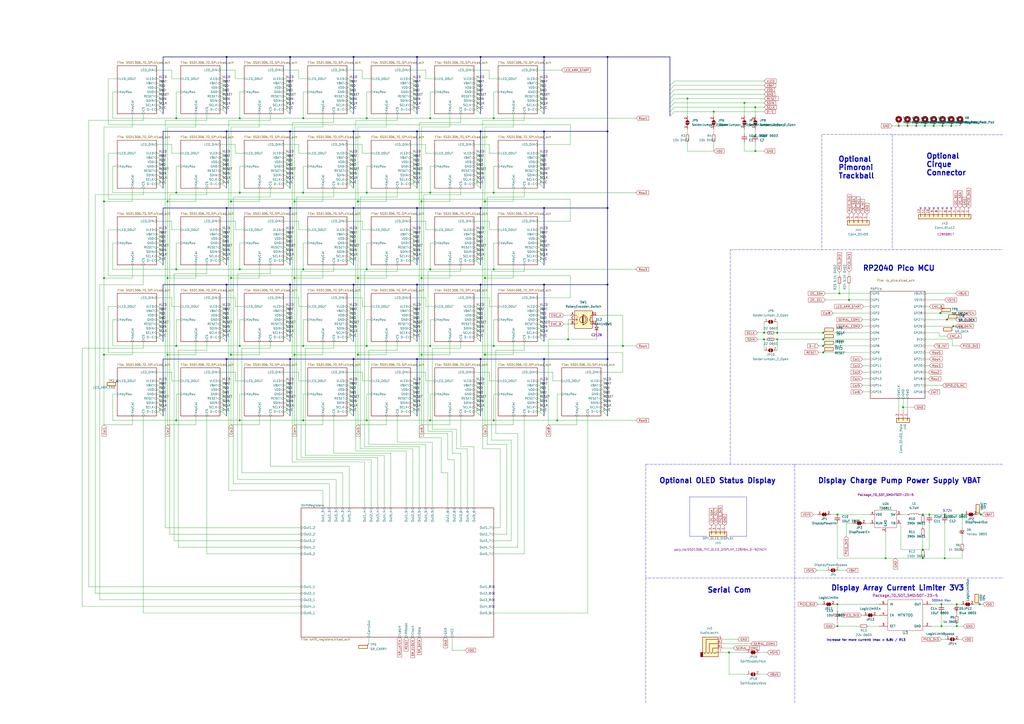
<source format=kicad_sch>
(kicad_sch (version 20211123) (generator eeschema)
  (paper "A2")
  (title_block (title "Poly Keyboard Wave L") (rev "1.4"))
  (junction (at 352.425 76.2))
  (junction (at 554.99 350.52))
  (junction (at 249.555 200.66))
  (junction (at 535.305 318.77))
  (junction (at 205.105 33.02))
  (junction (at 438.15 62.23))
  (junction (at 398.78 57.15))
  (junction (at 278.765 76.2))
  (junction (at 175.895 111.76))
  (junction (at 131.445 208.28))
  (junction (at 131.445 120.65))
  (junction (at 546.1 363.22))
  (junction (at 60.325 205.74))
  (junction (at 241.935 165.1))
  (junction (at 450.85 196.85))
  (junction (at 139.065 111.76))
  (junction (at 477.52 200.66))
  (junction (at 168.275 208.28))
  (junction (at 168.275 165.1))
  (junction (at 477.52 204.47))
  (junction (at 443.23 196.85))
  (junction (at 431.8 59.69))
  (junction (at 539.115 298.45))
  (junction (at 315.595 208.28))
  (junction (at 352.425 208.28))
  (junction (at 438.15 87.63))
  (junction (at 523.875 236.22))
  (junction (at 281.305 161.29))
  (junction (at 315.595 165.1))
  (junction (at 207.645 205.74))
  (junction (at 535.305 323.85))
  (junction (at 212.725 111.76))
  (junction (at 241.935 76.2))
  (junction (at 97.155 205.74))
  (junction (at 477.52 193.04))
  (junction (at 205.105 120.65))
  (junction (at 60.325 116.84))
  (junction (at 60.325 161.29))
  (junction (at 352.425 33.02))
  (junction (at 315.595 120.65))
  (junction (at 535.305 298.45))
  (junction (at 212.725 200.66))
  (junction (at 548.005 323.85))
  (junction (at 492.506 173.99))
  (junction (at 102.235 68.58))
  (junction (at 131.445 33.02))
  (junction (at 139.065 243.84))
  (junction (at 536.575 73.025))
  (junction (at 212.725 68.58))
  (junction (at 139.065 200.66))
  (junction (at 212.725 156.21))
  (junction (at 281.305 205.74))
  (junction (at 568.96 298.45))
  (junction (at 281.305 116.84))
  (junction (at 175.895 68.58))
  (junction (at 485.775 363.22))
  (junction (at 551.815 73.025))
  (junction (at 521.335 73.025))
  (junction (at 546.735 73.025))
  (junction (at 477.52 196.85))
  (junction (at 244.475 116.84))
  (junction (at 278.765 208.28))
  (junction (at 541.655 73.025))
  (junction (at 286.385 111.76))
  (junction (at 558.165 298.45))
  (junction (at 170.815 161.29))
  (junction (at 329.565 196.85))
  (junction (at 102.235 200.66))
  (junction (at 278.765 165.1))
  (junction (at 249.555 243.84))
  (junction (at 139.065 156.21))
  (junction (at 352.425 165.1))
  (junction (at 175.895 156.21))
  (junction (at 278.765 120.65))
  (junction (at 315.595 76.2))
  (junction (at 133.985 205.74))
  (junction (at 205.105 76.2))
  (junction (at 241.935 33.02))
  (junction (at 553.085 189.23))
  (junction (at 414.02 64.77))
  (junction (at 205.105 208.28))
  (junction (at 286.385 243.84))
  (junction (at 286.385 68.58))
  (junction (at 485.775 350.52))
  (junction (at 513.715 323.85))
  (junction (at 286.385 200.66))
  (junction (at 102.235 156.21))
  (junction (at 323.215 243.84))
  (junction (at 244.475 161.29))
  (junction (at 168.275 120.65))
  (junction (at 286.385 156.21))
  (junction (at 168.275 33.02))
  (junction (at 249.555 68.58))
  (junction (at 249.555 111.76))
  (junction (at 131.445 76.2))
  (junction (at 97.155 161.29))
  (junction (at 568.325 350.52))
  (junction (at 244.475 205.74))
  (junction (at 554.99 363.22))
  (junction (at 175.895 243.84))
  (junction (at 139.065 68.58))
  (junction (at 241.935 208.28))
  (junction (at 278.765 33.02))
  (junction (at 545.465 181.61))
  (junction (at 361.315 200.66))
  (junction (at 205.105 165.1))
  (junction (at 526.415 73.025))
  (junction (at 207.645 161.29))
  (junction (at 212.725 243.84))
  (junction (at 315.595 33.02))
  (junction (at 352.425 120.65))
  (junction (at 450.85 193.04))
  (junction (at 102.235 111.76))
  (junction (at 422.91 378.46))
  (junction (at 168.275 76.2))
  (junction (at 241.935 120.65))
  (junction (at 549.275 185.42))
  (junction (at 175.895 200.66))
  (junction (at 546.1 350.52))
  (junction (at 170.815 116.84))
  (junction (at 443.23 193.04))
  (junction (at 133.985 161.29))
  (junction (at 485.775 298.45))
  (junction (at 133.985 116.84))
  (junction (at 170.815 205.74))
  (junction (at 102.235 243.84))
  (junction (at 97.155 116.84))
  (junction (at 207.645 116.84))
  (junction (at 531.495 73.025))
  (junction (at 131.445 165.1))
  (junction (at 249.555 156.21))
  (junction (at 486.918 170.18))
  (junction (at 548.005 298.45))
  (no_connect (at 286.385 340.36))
  (no_connect (at 286.385 344.17))
  (no_connect (at 286.385 347.98))
  (no_connect (at 286.385 351.79))
  (no_connect (at 67.945 220.98))
  (no_connect (at 544.195 120.65))
  (no_connect (at 541.655 120.65))
  (no_connect (at 539.115 120.65))
  (no_connect (at 551.815 120.65))
  (no_connect (at 549.275 120.65))
  (no_connect (at 546.735 120.65))
  (no_connect (at 536.575 120.65))
  (no_connect (at 534.035 120.65))
  (bus_entry (at 276.225 195.58) (size 2.54 2.54))
  (bus_entry (at 276.225 185.42) (size 2.54 2.54))
  (bus_entry (at 202.565 236.22) (size 2.54 2.54))
  (bus_entry (at 239.395 48.26) (size 2.54 2.54))
  (bus_entry (at 92.075 99.06) (size 2.54 2.54))
  (bus_entry (at 313.055 58.42) (size 2.54 2.54))
  (bus_entry (at 128.905 53.34) (size 2.54 2.54))
  (bus_entry (at 165.735 228.6) (size 2.54 2.54))
  (bus_entry (at 349.885 226.06) (size 2.54 2.54))
  (bus_entry (at 313.055 101.6) (size 2.54 2.54))
  (bus_entry (at 349.885 228.6) (size 2.54 2.54))
  (bus_entry (at 92.075 133.35) (size 2.54 2.54))
  (bus_entry (at 239.395 143.51) (size 2.54 2.54))
  (bus_entry (at 202.565 185.42) (size 2.54 2.54))
  (bus_entry (at 276.225 236.22) (size 2.54 2.54))
  (bus_entry (at 128.905 63.5) (size 2.54 2.54))
  (bus_entry (at 313.055 133.35) (size 2.54 2.54))
  (bus_entry (at 92.075 93.98) (size 2.54 2.54))
  (bus_entry (at 92.075 138.43) (size 2.54 2.54))
  (bus_entry (at 202.565 55.88) (size 2.54 2.54))
  (bus_entry (at 128.905 185.42) (size 2.54 2.54))
  (bus_entry (at 92.075 190.5) (size 2.54 2.54))
  (bus_entry (at 313.055 182.88) (size 2.54 2.54))
  (bus_entry (at 239.395 138.43) (size 2.54 2.54))
  (bus_entry (at 276.225 223.52) (size 2.54 2.54))
  (bus_entry (at 239.395 101.6) (size 2.54 2.54))
  (bus_entry (at 165.735 58.42) (size 2.54 2.54))
  (bus_entry (at 349.885 220.98) (size 2.54 2.54))
  (bus_entry (at 202.565 187.96) (size 2.54 2.54))
  (bus_entry (at 202.565 177.8) (size 2.54 2.54))
  (bus_entry (at 276.225 106.68) (size 2.54 2.54))
  (bus_entry (at 313.055 63.5) (size 2.54 2.54))
  (bus_entry (at 276.225 91.44) (size 2.54 2.54))
  (bus_entry (at 202.565 45.72) (size 2.54 2.54))
  (bus_entry (at 239.395 58.42) (size 2.54 2.54))
  (bus_entry (at 313.055 48.26) (size 2.54 2.54))
  (bus_entry (at 202.565 50.8) (size 2.54 2.54))
  (bus_entry (at 128.905 133.35) (size 2.54 2.54))
  (bus_entry (at 239.395 96.52) (size 2.54 2.54))
  (bus_entry (at 92.075 96.52) (size 2.54 2.54))
  (bus_entry (at 202.565 226.06) (size 2.54 2.54))
  (bus_entry (at 128.905 50.8) (size 2.54 2.54))
  (bus_entry (at 313.055 93.98) (size 2.54 2.54))
  (bus_entry (at 202.565 93.98) (size 2.54 2.54))
  (bus_entry (at 202.565 53.34) (size 2.54 2.54))
  (bus_entry (at 276.225 93.98) (size 2.54 2.54))
  (bus_entry (at 313.055 238.76) (size 2.54 2.54))
  (bus_entry (at 165.735 133.35) (size 2.54 2.54))
  (bus_entry (at 165.735 93.98) (size 2.54 2.54))
  (bus_entry (at 92.075 193.04) (size 2.54 2.54))
  (bus_entry (at 165.735 143.51) (size 2.54 2.54))
  (bus_entry (at 276.225 180.34) (size 2.54 2.54))
  (bus_entry (at 313.055 88.9) (size 2.54 2.54))
  (bus_entry (at 128.905 193.04) (size 2.54 2.54))
  (bus_entry (at 202.565 238.76) (size 2.54 2.54))
  (bus_entry (at 202.565 104.14) (size 2.54 2.54))
  (bus_entry (at 391.16 49.53) (size -2.54 2.54))
  (bus_entry (at 239.395 91.44) (size 2.54 2.54))
  (bus_entry (at 313.055 53.34) (size 2.54 2.54))
  (bus_entry (at 165.735 231.14) (size 2.54 2.54))
  (bus_entry (at 202.565 143.51) (size 2.54 2.54))
  (bus_entry (at 313.055 106.68) (size 2.54 2.54))
  (bus_entry (at 128.905 220.98) (size 2.54 2.54))
  (bus_entry (at 276.225 143.51) (size 2.54 2.54))
  (bus_entry (at 165.735 233.68) (size 2.54 2.54))
  (bus_entry (at 276.225 226.06) (size 2.54 2.54))
  (bus_entry (at 202.565 151.13) (size 2.54 2.54))
  (bus_entry (at 202.565 58.42) (size 2.54 2.54))
  (bus_entry (at 239.395 177.8) (size 2.54 2.54))
  (bus_entry (at 128.905 187.96) (size 2.54 2.54))
  (bus_entry (at 128.905 233.68) (size 2.54 2.54))
  (bus_entry (at 313.055 148.59) (size 2.54 2.54))
  (bus_entry (at 239.395 99.06) (size 2.54 2.54))
  (bus_entry (at 239.395 60.96) (size 2.54 2.54))
  (bus_entry (at 128.905 182.88) (size 2.54 2.54))
  (bus_entry (at 165.735 187.96) (size 2.54 2.54))
  (bus_entry (at 276.225 99.06) (size 2.54 2.54))
  (bus_entry (at 349.885 223.52) (size 2.54 2.54))
  (bus_entry (at 276.225 177.8) (size 2.54 2.54))
  (bus_entry (at 239.395 231.14) (size 2.54 2.54))
  (bus_entry (at 391.16 54.61) (size -2.54 2.54))
  (bus_entry (at 128.905 55.88) (size 2.54 2.54))
  (bus_entry (at 239.395 104.14) (size 2.54 2.54))
  (bus_entry (at 313.055 45.72) (size 2.54 2.54))
  (bus_entry (at 313.055 185.42) (size 2.54 2.54))
  (bus_entry (at 313.055 177.8) (size 2.54 2.54))
  (bus_entry (at 276.225 233.68) (size 2.54 2.54))
  (bus_entry (at 128.905 58.42) (size 2.54 2.54))
  (bus_entry (at 92.075 135.89) (size 2.54 2.54))
  (bus_entry (at 313.055 55.88) (size 2.54 2.54))
  (bus_entry (at 276.225 148.59) (size 2.54 2.54))
  (bus_entry (at 165.735 48.26) (size 2.54 2.54))
  (bus_entry (at 165.735 238.76) (size 2.54 2.54))
  (bus_entry (at 313.055 99.06) (size 2.54 2.54))
  (bus_entry (at 313.055 231.14) (size 2.54 2.54))
  (bus_entry (at 202.565 220.98) (size 2.54 2.54))
  (bus_entry (at 313.055 96.52) (size 2.54 2.54))
  (bus_entry (at 128.905 226.06) (size 2.54 2.54))
  (bus_entry (at 165.735 63.5) (size 2.54 2.54))
  (bus_entry (at 239.395 180.34) (size 2.54 2.54))
  (bus_entry (at 165.735 106.68) (size 2.54 2.54))
  (bus_entry (at 239.395 135.89) (size 2.54 2.54))
  (bus_entry (at 313.055 223.52) (size 2.54 2.54))
  (bus_entry (at 239.395 53.34) (size 2.54 2.54))
  (bus_entry (at 92.075 91.44) (size 2.54 2.54))
  (bus_entry (at 202.565 138.43) (size 2.54 2.54))
  (bus_entry (at 92.075 148.59) (size 2.54 2.54))
  (bus_entry (at 92.075 220.98) (size 2.54 2.54))
  (bus_entry (at 349.885 233.68) (size 2.54 2.54))
  (bus_entry (at 128.905 238.76) (size 2.54 2.54))
  (bus_entry (at 276.225 63.5) (size 2.54 2.54))
  (bus_entry (at 202.565 233.68) (size 2.54 2.54))
  (bus_entry (at 313.055 220.98) (size 2.54 2.54))
  (bus_entry (at 391.16 57.15) (size -2.54 2.54))
  (bus_entry (at 165.735 223.52) (size 2.54 2.54))
  (bus_entry (at 128.905 45.72) (size 2.54 2.54))
  (bus_entry (at 92.075 88.9) (size 2.54 2.54))
  (bus_entry (at 202.565 135.89) (size 2.54 2.54))
  (bus_entry (at 276.225 151.13) (size 2.54 2.54))
  (bus_entry (at 313.055 146.05) (size 2.54 2.54))
  (bus_entry (at 128.905 104.14) (size 2.54 2.54))
  (bus_entry (at 165.735 96.52) (size 2.54 2.54))
  (bus_entry (at 165.735 104.14) (size 2.54 2.54))
  (bus_entry (at 276.225 58.42) (size 2.54 2.54))
  (bus_entry (at 128.905 60.96) (size 2.54 2.54))
  (bus_entry (at 92.075 223.52) (size 2.54 2.54))
  (bus_entry (at 202.565 190.5) (size 2.54 2.54))
  (bus_entry (at 276.225 50.8) (size 2.54 2.54))
  (bus_entry (at 202.565 180.34) (size 2.54 2.54))
  (bus_entry (at 202.565 228.6) (size 2.54 2.54))
  (bus_entry (at 165.735 45.72) (size 2.54 2.54))
  (bus_entry (at 128.905 96.52) (size 2.54 2.54))
  (bus_entry (at 313.055 187.96) (size 2.54 2.54))
  (bus_entry (at 391.16 59.69) (size -2.54 2.54))
  (bus_entry (at 165.735 88.9) (size 2.54 2.54))
  (bus_entry (at 128.905 99.06) (size 2.54 2.54))
  (bus_entry (at 313.055 193.04) (size 2.54 2.54))
  (bus_entry (at 165.735 190.5) (size 2.54 2.54))
  (bus_entry (at 128.905 236.22) (size 2.54 2.54))
  (bus_entry (at 165.735 236.22) (size 2.54 2.54))
  (bus_entry (at 202.565 101.6) (size 2.54 2.54))
  (bus_entry (at 165.735 177.8) (size 2.54 2.54))
  (bus_entry (at 128.905 195.58) (size 2.54 2.54))
  (bus_entry (at 128.905 93.98) (size 2.54 2.54))
  (bus_entry (at 165.735 185.42) (size 2.54 2.54))
  (bus_entry (at 128.905 231.14) (size 2.54 2.54))
  (bus_entry (at 239.395 55.88) (size 2.54 2.54))
  (bus_entry (at 92.075 177.8) (size 2.54 2.54))
  (bus_entry (at 349.885 231.14) (size 2.54 2.54))
  (bus_entry (at 313.055 50.8) (size 2.54 2.54))
  (bus_entry (at 128.905 148.59) (size 2.54 2.54))
  (bus_entry (at 313.055 195.58) (size 2.54 2.54))
  (bus_entry (at 202.565 96.52) (size 2.54 2.54))
  (bus_entry (at 202.565 148.59) (size 2.54 2.54))
  (bus_entry (at 239.395 140.97) (size 2.54 2.54))
  (bus_entry (at 276.225 48.26) (size 2.54 2.54))
  (bus_entry (at 165.735 180.34) (size 2.54 2.54))
  (bus_entry (at 128.905 135.89) (size 2.54 2.54))
  (bus_entry (at 313.055 236.22) (size 2.54 2.54))
  (bus_entry (at 239.395 151.13) (size 2.54 2.54))
  (bus_entry (at 165.735 101.6) (size 2.54 2.54))
  (bus_entry (at 165.735 220.98) (size 2.54 2.54))
  (bus_entry (at 239.395 187.96) (size 2.54 2.54))
  (bus_entry (at 128.905 177.8) (size 2.54 2.54))
  (bus_entry (at 92.075 231.14) (size 2.54 2.54))
  (bus_entry (at 239.395 195.58) (size 2.54 2.54))
  (bus_entry (at 239.395 226.06) (size 2.54 2.54))
  (bus_entry (at 202.565 48.26) (size 2.54 2.54))
  (bus_entry (at 165.735 195.58) (size 2.54 2.54))
  (bus_entry (at 313.055 190.5) (size 2.54 2.54))
  (bus_entry (at 128.905 88.9) (size 2.54 2.54))
  (bus_entry (at 313.055 135.89) (size 2.54 2.54))
  (bus_entry (at 313.055 226.06) (size 2.54 2.54))
  (bus_entry (at 391.16 64.77) (size -2.54 2.54))
  (bus_entry (at 239.395 146.05) (size 2.54 2.54))
  (bus_entry (at 202.565 193.04) (size 2.54 2.54))
  (bus_entry (at 313.055 180.34) (size 2.54 2.54))
  (bus_entry (at 165.735 151.13) (size 2.54 2.54))
  (bus_entry (at 313.055 151.13) (size 2.54 2.54))
  (bus_entry (at 239.395 228.6) (size 2.54 2.54))
  (bus_entry (at 276.225 187.96) (size 2.54 2.54))
  (bus_entry (at 165.735 182.88) (size 2.54 2.54))
  (bus_entry (at 202.565 195.58) (size 2.54 2.54))
  (bus_entry (at 391.16 52.07) (size -2.54 2.54))
  (bus_entry (at 276.225 138.43) (size 2.54 2.54))
  (bus_entry (at 92.075 228.6) (size 2.54 2.54))
  (bus_entry (at 128.905 180.34) (size 2.54 2.54))
  (bus_entry (at 239.395 236.22) (size 2.54 2.54))
  (bus_entry (at 128.905 228.6) (size 2.54 2.54))
  (bus_entry (at 128.905 151.13) (size 2.54 2.54))
  (bus_entry (at 239.395 220.98) (size 2.54 2.54))
  (bus_entry (at 239.395 185.42) (size 2.54 2.54))
  (bus_entry (at 92.075 146.05) (size 2.54 2.54))
  (bus_entry (at 239.395 238.76) (size 2.54 2.54))
  (bus_entry (at 276.225 146.05) (size 2.54 2.54))
  (bus_entry (at 128.905 48.26) (size 2.54 2.54))
  (bus_entry (at 239.395 93.98) (size 2.54 2.54))
  (bus_entry (at 276.225 45.72) (size 2.54 2.54))
  (bus_entry (at 165.735 193.04) (size 2.54 2.54))
  (bus_entry (at 92.075 233.68) (size 2.54 2.54))
  (bus_entry (at 276.225 101.6) (size 2.54 2.54))
  (bus_entry (at 165.735 91.44) (size 2.54 2.54))
  (bus_entry (at 128.905 138.43) (size 2.54 2.54))
  (bus_entry (at 165.735 55.88) (size 2.54 2.54))
  (bus_entry (at 92.075 104.14) (size 2.54 2.54))
  (bus_entry (at 202.565 231.14) (size 2.54 2.54))
  (bus_entry (at 313.055 60.96) (size 2.54 2.54))
  (bus_entry (at 239.395 106.68) (size 2.54 2.54))
  (bus_entry (at 202.565 88.9) (size 2.54 2.54))
  (bus_entry (at 276.225 104.14) (size 2.54 2.54))
  (bus_entry (at 92.075 143.51) (size 2.54 2.54))
  (bus_entry (at 202.565 60.96) (size 2.54 2.54))
  (bus_entry (at 276.225 182.88) (size 2.54 2.54))
  (bus_entry (at 313.055 228.6) (size 2.54 2.54))
  (bus_entry (at 165.735 146.05) (size 2.54 2.54))
  (bus_entry (at 92.075 106.68) (size 2.54 2.54))
  (bus_entry (at 313.055 138.43) (size 2.54 2.54))
  (bus_entry (at 276.225 190.5) (size 2.54 2.54))
  (bus_entry (at 165.735 148.59) (size 2.54 2.54))
  (bus_entry (at 202.565 146.05) (size 2.54 2.54))
  (bus_entry (at 391.16 46.99) (size -2.54 2.54))
  (bus_entry (at 239.395 148.59) (size 2.54 2.54))
  (bus_entry (at 165.735 53.34) (size 2.54 2.54))
  (bus_entry (at 202.565 223.52) (size 2.54 2.54))
  (bus_entry (at 128.905 143.51) (size 2.54 2.54))
  (bus_entry (at 202.565 182.88) (size 2.54 2.54))
  (bus_entry (at 276.225 55.88) (size 2.54 2.54))
  (bus_entry (at 276.225 193.04) (size 2.54 2.54))
  (bus_entry (at 128.905 190.5) (size 2.54 2.54))
  (bus_entry (at 239.395 63.5) (size 2.54 2.54))
  (bus_entry (at 92.075 60.96) (size 2.54 2.54))
  (bus_entry (at 92.075 63.5) (size 2.54 2.54))
  (bus_entry (at 92.075 55.88) (size 2.54 2.54))
  (bus_entry (at 92.075 58.42) (size 2.54 2.54))
  (bus_entry (at 92.075 50.8) (size 2.54 2.54))
  (bus_entry (at 92.075 53.34) (size 2.54 2.54))
  (bus_entry (at 92.075 45.72) (size 2.54 2.54))
  (bus_entry (at 92.075 48.26) (size 2.54 2.54))
  (bus_entry (at 391.16 62.23) (size -2.54 2.54))
  (bus_entry (at 276.225 96.52) (size 2.54 2.54))
  (bus_entry (at 165.735 140.97) (size 2.54 2.54))
  (bus_entry (at 276.225 228.6) (size 2.54 2.54))
  (bus_entry (at 92.075 101.6) (size 2.54 2.54))
  (bus_entry (at 202.565 106.68) (size 2.54 2.54))
  (bus_entry (at 165.735 135.89) (size 2.54 2.54))
  (bus_entry (at 276.225 133.35) (size 2.54 2.54))
  (bus_entry (at 276.225 140.97) (size 2.54 2.54))
  (bus_entry (at 276.225 135.89) (size 2.54 2.54))
  (bus_entry (at 128.905 106.68) (size 2.54 2.54))
  (bus_entry (at 202.565 133.35) (size 2.54 2.54))
  (bus_entry (at 92.075 151.13) (size 2.54 2.54))
  (bus_entry (at 165.735 226.06) (size 2.54 2.54))
  (bus_entry (at 276.225 238.76) (size 2.54 2.54))
  (bus_entry (at 92.075 195.58) (size 2.54 2.54))
  (bus_entry (at 128.905 91.44) (size 2.54 2.54))
  (bus_entry (at 276.225 60.96) (size 2.54 2.54))
  (bus_entry (at 313.055 143.51) (size 2.54 2.54))
  (bus_entry (at 239.395 233.68) (size 2.54 2.54))
  (bus_entry (at 128.905 146.05) (size 2.54 2.54))
  (bus_entry (at 239.395 182.88) (size 2.54 2.54))
  (bus_entry (at 276.225 231.14) (size 2.54 2.54))
  (bus_entry (at 92.075 140.97) (size 2.54 2.54))
  (bus_entry (at 128.905 223.52) (size 2.54 2.54))
  (bus_entry (at 313.055 140.97) (size 2.54 2.54))
  (bus_entry (at 313.055 233.68) (size 2.54 2.54))
  (bus_entry (at 276.225 220.98) (size 2.54 2.54))
  (bus_entry (at 276.225 53.34) (size 2.54 2.54))
  (bus_entry (at 165.735 99.06) (size 2.54 2.54))
  (bus_entry (at 239.395 133.35) (size 2.54 2.54))
  (bus_entry (at 239.395 88.9) (size 2.54 2.54))
  (bus_entry (at 92.075 180.34) (size 2.54 2.54))
  (bus_entry (at 349.885 238.76) (size 2.54 2.54))
  (bus_entry (at 239.395 193.04) (size 2.54 2.54))
  (bus_entry (at 349.885 236.22) (size 2.54 2.54))
  (bus_entry (at 92.075 238.76) (size 2.54 2.54))
  (bus_entry (at 165.735 60.96) (size 2.54 2.54))
  (bus_entry (at 239.395 45.72) (size 2.54 2.54))
  (bus_entry (at 239.395 223.52) (size 2.54 2.54))
  (bus_entry (at 202.565 91.44) (size 2.54 2.54))
  (bus_entry (at 239.395 190.5) (size 2.54 2.54))
  (bus_entry (at 202.565 99.06) (size 2.54 2.54))
  (bus_entry (at 313.055 104.14) (size 2.54 2.54))
  (bus_entry (at 239.395 50.8) (size 2.54 2.54))
  (bus_entry (at 92.075 182.88) (size 2.54 2.54))
  (bus_entry (at 313.055 91.44) (size 2.54 2.54))
  (bus_entry (at 202.565 140.97) (size 2.54 2.54))
  (bus_entry (at 92.075 187.96) (size 2.54 2.54))
  (bus_entry (at 276.225 88.9) (size 2.54 2.54))
  (bus_entry (at 92.075 185.42) (size 2.54 2.54))
  (bus_entry (at 128.905 140.97) (size 2.54 2.54))
  (bus_entry (at 202.565 63.5) (size 2.54 2.54))
  (bus_entry (at 165.735 50.8) (size 2.54 2.54))
  (bus_entry (at 128.905 101.6) (size 2.54 2.54))
  (bus_entry (at 92.075 226.06) (size 2.54 2.54))
  (bus_entry (at 165.735 138.43) (size 2.54 2.54))
  (bus_entry (at 92.075 236.22) (size 2.54 2.54))
  (bus (pts (xy 315.595 60.96) (xy 315.595 58.42)))
  (wire (pts (xy 164.465 228.6) (xy 165.735 228.6)))
  (wire (pts (xy 286.385 140.97) (xy 288.925 140.97)))
  (bus (pts (xy 94.615 99.06) (xy 94.615 96.52)))
  (wire (pts (xy 76.835 246.38) (xy 76.835 241.3)))
  (wire (pts (xy 164.465 236.22) (xy 165.735 236.22)))
  (wire (pts (xy 164.465 101.6) (xy 165.735 101.6)))
  (bus (pts (xy 278.765 50.8) (xy 278.765 48.26)))
  (wire (pts (xy 178.435 88.9) (xy 173.355 88.9)))
  (wire (pts (xy 47.625 351.79) (xy 174.625 351.79)))
  (wire (pts (xy 191.135 280.67) (xy 135.255 280.67)))
  (wire (pts (xy 286.385 96.52) (xy 288.925 96.52)))
  (bus (pts (xy 131.445 228.6) (xy 131.445 226.06)))
  (wire (pts (xy 141.605 220.98) (xy 136.525 220.98)))
  (wire (pts (xy 286.385 156.21) (xy 368.935 156.21)))
  (wire (pts (xy 99.695 220.98) (xy 99.695 215.9)))
  (wire (pts (xy 255.905 274.32) (xy 255.905 254)))
  (wire (pts (xy 215.265 133.35) (xy 210.185 133.35)))
  (bus (pts (xy 241.935 195.58) (xy 241.935 193.04)))
  (wire (pts (xy 178.435 177.8) (xy 173.355 177.8)))
  (wire (pts (xy 83.185 198.12) (xy 83.185 201.93)))
  (bus (pts (xy 352.425 241.3) (xy 352.425 238.76)))
  (bus (pts (xy 94.615 233.68) (xy 94.615 231.14)))
  (wire (pts (xy 238.125 231.14) (xy 239.395 231.14)))
  (wire (pts (xy 65.405 200.66) (xy 102.235 200.66)))
  (wire (pts (xy 281.305 246.38) (xy 297.815 246.38)))
  (wire (pts (xy 127.635 228.6) (xy 128.905 228.6)))
  (bus (pts (xy 241.935 93.98) (xy 241.935 91.44)))
  (wire (pts (xy 150.495 161.29) (xy 133.985 161.29)))
  (wire (pts (xy 177.165 201.93) (xy 193.675 201.93)))
  (bus (pts (xy 315.595 182.88) (xy 315.595 180.34)))
  (wire (pts (xy 62.865 72.39) (xy 330.835 72.39)))
  (bus (pts (xy 94.615 63.5) (xy 94.615 60.96)))
  (bus (pts (xy 94.615 223.52) (xy 94.615 208.28)))
  (wire (pts (xy 282.575 114.3) (xy 304.165 114.3)))
  (wire (pts (xy 90.805 185.42) (xy 92.075 185.42)))
  (bus (pts (xy 315.595 208.28) (xy 352.425 208.28)))
  (wire (pts (xy 164.465 140.97) (xy 165.735 140.97)))
  (wire (pts (xy 177.165 264.16) (xy 177.165 201.93)))
  (wire (pts (xy 127.635 215.9) (xy 136.525 215.9)))
  (wire (pts (xy 201.295 91.44) (xy 202.565 91.44)))
  (wire (pts (xy 311.785 223.52) (xy 313.055 223.52)))
  (bus (pts (xy 94.615 226.06) (xy 94.615 223.52)))
  (bus (pts (xy 388.62 54.61) (xy 388.62 57.15)))
  (wire (pts (xy 175.895 53.34) (xy 178.435 53.34)))
  (bus (pts (xy 315.595 193.04) (xy 315.595 190.5)))
  (bus (pts (xy 131.445 106.68) (xy 131.445 104.14)))
  (bus (pts (xy 278.765 187.96) (xy 278.765 185.42)))
  (bus (pts (xy 168.275 238.76) (xy 168.275 236.22)))
  (bus (pts (xy 205.105 182.88) (xy 205.105 180.34)))
  (wire (pts (xy 274.955 177.8) (xy 276.225 177.8)))
  (wire (pts (xy 67.945 88.9) (xy 62.865 88.9)))
  (wire (pts (xy 201.295 185.42) (xy 202.565 185.42)))
  (wire (pts (xy 102.235 185.42) (xy 104.775 185.42)))
  (bus (pts (xy 168.275 76.2) (xy 205.105 76.2)))
  (wire (pts (xy 201.295 96.52) (xy 202.565 96.52)))
  (wire (pts (xy 164.465 187.96) (xy 165.735 187.96)))
  (wire (pts (xy 90.805 215.9) (xy 99.695 215.9)))
  (bus (pts (xy 94.615 91.44) (xy 94.615 76.2)))
  (bus (pts (xy 241.935 106.68) (xy 241.935 104.14)))
  (wire (pts (xy 282.575 257.81) (xy 282.575 114.3)))
  (wire (pts (xy 239.395 260.35) (xy 208.915 260.35)))
  (bus (pts (xy 205.105 104.14) (xy 205.105 101.6)))
  (bus (pts (xy 205.105 151.13) (xy 205.105 148.59)))
  (wire (pts (xy 260.985 246.38) (xy 260.985 241.3)))
  (wire (pts (xy 500.38 185.42) (xy 504.825 185.42)))
  (wire (pts (xy 535.305 298.45) (xy 539.115 298.45)))
  (wire (pts (xy 201.295 228.6) (xy 202.565 228.6)))
  (wire (pts (xy 422.91 378.46) (xy 433.07 378.46)))
  (wire (pts (xy 238.125 190.5) (xy 239.395 190.5)))
  (bus (pts (xy 94.615 93.98) (xy 94.615 91.44)))
  (polyline (pts (xy 374.65 335.28) (xy 374.65 407.67)))
  (wire (pts (xy 212.725 228.6) (xy 212.725 243.84)))
  (bus (pts (xy 205.105 187.96) (xy 205.105 185.42)))
  (wire (pts (xy 551.815 73.025) (xy 556.895 73.025)))
  (wire (pts (xy 274.955 182.88) (xy 276.225 182.88)))
  (wire (pts (xy 156.845 201.93) (xy 156.845 198.12)))
  (wire (pts (xy 201.295 226.06) (xy 202.565 226.06)))
  (wire (pts (xy 211.455 157.48) (xy 230.505 157.48)))
  (wire (pts (xy 127.635 55.88) (xy 128.905 55.88)))
  (wire (pts (xy 274.955 104.14) (xy 276.225 104.14)))
  (wire (pts (xy 244.475 205.74) (xy 244.475 246.38)))
  (wire (pts (xy 164.465 50.8) (xy 165.735 50.8)))
  (wire (pts (xy 329.565 185.42) (xy 329.565 196.85)))
  (bus (pts (xy 131.445 151.13) (xy 131.445 148.59)))
  (wire (pts (xy 252.095 177.8) (xy 247.015 177.8)))
  (wire (pts (xy 65.405 243.84) (xy 102.235 243.84)))
  (wire (pts (xy 391.16 46.99) (xy 443.23 46.99)))
  (bus (pts (xy 205.105 185.42) (xy 205.105 182.88)))
  (wire (pts (xy 249.555 200.66) (xy 286.385 200.66)))
  (bus (pts (xy 241.935 63.5) (xy 241.935 60.96)))
  (wire (pts (xy 281.305 73.66) (xy 281.305 116.84)))
  (wire (pts (xy 201.295 177.8) (xy 202.565 177.8)))
  (wire (pts (xy 201.295 140.97) (xy 202.565 140.97)))
  (bus (pts (xy 94.615 60.96) (xy 94.615 58.42)))
  (bus (pts (xy 241.935 143.51) (xy 241.935 140.97)))
  (wire (pts (xy 238.125 195.58) (xy 239.395 195.58)))
  (bus (pts (xy 205.105 140.97) (xy 205.105 138.43)))
  (wire (pts (xy 247.015 220.98) (xy 247.015 215.9)))
  (wire (pts (xy 546.735 73.025) (xy 551.815 73.025)))
  (bus (pts (xy 168.275 96.52) (xy 168.275 93.98)))
  (wire (pts (xy 127.635 190.5) (xy 128.905 190.5)))
  (bus (pts (xy 315.595 153.67) (xy 315.595 151.13)))
  (wire (pts (xy 170.815 205.74) (xy 170.815 246.38)))
  (wire (pts (xy 90.805 48.26) (xy 92.075 48.26)))
  (wire (pts (xy 201.295 236.22) (xy 202.565 236.22)))
  (wire (pts (xy 139.065 96.52) (xy 139.065 111.76)))
  (bus (pts (xy 241.935 138.43) (xy 241.935 135.89)))
  (wire (pts (xy 90.805 195.58) (xy 92.075 195.58)))
  (wire (pts (xy 208.915 114.3) (xy 230.505 114.3)))
  (wire (pts (xy 102.235 228.6) (xy 102.235 243.84)))
  (bus (pts (xy 168.275 165.1) (xy 205.105 165.1)))
  (wire (pts (xy 164.465 180.34) (xy 165.735 180.34)))
  (wire (pts (xy 320.675 220.98) (xy 320.675 215.9)))
  (wire (pts (xy 164.465 148.59) (xy 165.735 148.59)))
  (bus (pts (xy 352.425 228.6) (xy 352.425 226.06)))
  (wire (pts (xy 90.805 128.27) (xy 99.695 128.27)))
  (bus (pts (xy 131.445 53.34) (xy 131.445 50.8)))
  (bus (pts (xy 278.765 208.28) (xy 315.595 208.28)))
  (wire (pts (xy 212.725 111.76) (xy 249.555 111.76)))
  (wire (pts (xy 267.335 71.12) (xy 267.335 66.04)))
  (wire (pts (xy 485.775 363.22) (xy 498.475 363.22)))
  (wire (pts (xy 201.295 50.8) (xy 202.565 50.8)))
  (wire (pts (xy 90.805 231.14) (xy 92.075 231.14)))
  (bus (pts (xy 131.445 55.88) (xy 131.445 53.34)))
  (wire (pts (xy 296.545 313.69) (xy 296.545 255.27)))
  (wire (pts (xy 274.955 146.05) (xy 276.225 146.05)))
  (bus (pts (xy 241.935 223.52) (xy 241.935 208.28)))
  (wire (pts (xy 267.335 201.93) (xy 267.335 198.12)))
  (wire (pts (xy 536.575 215.9) (xy 538.48 215.9)))
  (wire (pts (xy 294.005 309.88) (xy 294.005 257.81)))
  (wire (pts (xy 187.325 66.04) (xy 187.325 73.66)))
  (wire (pts (xy 104.775 133.35) (xy 99.695 133.35)))
  (wire (pts (xy 104.775 45.72) (xy 99.695 45.72)))
  (wire (pts (xy 311.785 91.44) (xy 313.055 91.44)))
  (wire (pts (xy 212.725 140.97) (xy 212.725 156.21)))
  (wire (pts (xy 65.405 111.76) (xy 102.235 111.76)))
  (wire (pts (xy 252.095 133.35) (xy 247.015 133.35)))
  (wire (pts (xy 206.375 261.62) (xy 206.375 69.85)))
  (wire (pts (xy 213.995 203.2) (xy 230.505 203.2)))
  (wire (pts (xy 260.985 161.29) (xy 244.475 161.29)))
  (bus (pts (xy 241.935 153.67) (xy 241.935 151.13)))
  (wire (pts (xy 127.635 106.68) (xy 128.905 106.68)))
  (wire (pts (xy 150.495 73.66) (xy 133.985 73.66)))
  (wire (pts (xy 311.785 172.72) (xy 330.835 172.72)))
  (wire (pts (xy 127.635 83.82) (xy 136.525 83.82)))
  (wire (pts (xy 210.185 88.9) (xy 210.185 83.82)))
  (polyline (pts (xy 461.01 335.28) (xy 461.01 407.67)))
  (wire (pts (xy 249.555 228.6) (xy 249.555 243.84)))
  (wire (pts (xy 238.125 40.64) (xy 247.015 40.64)))
  (polyline (pts (xy 423.545 269.24) (xy 423.545 144.78)))
  (wire (pts (xy 164.465 96.52) (xy 165.735 96.52)))
  (wire (pts (xy 207.645 73.66) (xy 207.645 116.84)))
  (wire (pts (xy 201.295 233.68) (xy 202.565 233.68)))
  (wire (pts (xy 391.16 62.23) (xy 438.15 62.23)))
  (wire (pts (xy 259.715 274.32) (xy 255.905 274.32)))
  (bus (pts (xy 94.615 193.04) (xy 94.615 190.5)))
  (bus (pts (xy 131.445 143.51) (xy 131.445 140.97)))
  (wire (pts (xy 304.165 203.2) (xy 304.165 198.12)))
  (wire (pts (xy 139.065 53.34) (xy 139.065 68.58)))
  (wire (pts (xy 521.335 73.025) (xy 526.415 73.025)))
  (wire (pts (xy 90.805 55.88) (xy 92.075 55.88)))
  (wire (pts (xy 523.875 236.22) (xy 523.875 238.76)))
  (wire (pts (xy 127.635 177.8) (xy 128.905 177.8)))
  (wire (pts (xy 207.645 205.74) (xy 207.645 246.38)))
  (wire (pts (xy 141.605 88.9) (xy 136.525 88.9)))
  (bus (pts (xy 94.615 66.04) (xy 94.615 63.5)))
  (bus (pts (xy 278.765 143.51) (xy 278.765 140.97)))
  (wire (pts (xy 65.405 96.52) (xy 65.405 111.76)))
  (wire (pts (xy 286.385 53.34) (xy 286.385 68.58)))
  (wire (pts (xy 471.805 298.45) (xy 474.345 298.45)))
  (wire (pts (xy 486.918 170.18) (xy 504.825 170.18)))
  (wire (pts (xy 340.995 355.6) (xy 340.995 241.3)))
  (bus (pts (xy 168.275 106.68) (xy 168.275 104.14)))
  (wire (pts (xy 535.305 303.53) (xy 535.305 306.07)))
  (bus (pts (xy 168.275 55.88) (xy 168.275 53.34)))
  (wire (pts (xy 311.785 143.51) (xy 313.055 143.51)))
  (wire (pts (xy 90.805 99.06) (xy 92.075 99.06)))
  (wire (pts (xy 164.465 63.5) (xy 165.735 63.5)))
  (wire (pts (xy 477.52 193.04) (xy 504.825 193.04)))
  (wire (pts (xy 274.955 148.59) (xy 276.225 148.59)))
  (wire (pts (xy 178.435 45.72) (xy 173.355 45.72)))
  (wire (pts (xy 290.195 306.07) (xy 290.195 260.35)))
  (bus (pts (xy 315.595 99.06) (xy 315.595 96.52)))
  (wire (pts (xy 164.465 215.9) (xy 173.355 215.9)))
  (wire (pts (xy 51.435 69.85) (xy 83.185 69.85)))
  (bus (pts (xy 205.105 180.34) (xy 205.105 165.1)))
  (wire (pts (xy 90.805 148.59) (xy 92.075 148.59)))
  (wire (pts (xy 474.345 350.52) (xy 476.885 350.52)))
  (wire (pts (xy 139.065 111.76) (xy 175.895 111.76)))
  (wire (pts (xy 548.005 303.53) (xy 548.005 323.85)))
  (bus (pts (xy 241.935 241.3) (xy 241.935 238.76)))
  (wire (pts (xy 541.655 73.025) (xy 546.735 73.025)))
  (wire (pts (xy 156.845 66.04) (xy 156.845 69.85)))
  (wire (pts (xy 522.605 298.45) (xy 526.415 298.45)))
  (wire (pts (xy 173.355 220.98) (xy 173.355 215.9)))
  (wire (pts (xy 502.285 303.53) (xy 504.825 303.53)))
  (bus (pts (xy 278.765 151.13) (xy 278.765 148.59)))
  (wire (pts (xy 280.035 260.35) (xy 280.035 69.85)))
  (wire (pts (xy 127.635 187.96) (xy 128.905 187.96)))
  (wire (pts (xy 274.955 58.42) (xy 276.225 58.42)))
  (wire (pts (xy 127.635 91.44) (xy 128.905 91.44)))
  (wire (pts (xy 164.465 146.05) (xy 165.735 146.05)))
  (wire (pts (xy 243.205 71.12) (xy 267.335 71.12)))
  (bus (pts (xy 94.615 180.34) (xy 94.615 165.1)))
  (wire (pts (xy 535.305 318.77) (xy 539.115 318.77)))
  (wire (pts (xy 283.845 45.72) (xy 283.845 40.64)))
  (wire (pts (xy 201.295 172.72) (xy 210.185 172.72)))
  (wire (pts (xy 262.255 250.19) (xy 248.285 250.19)))
  (bus (pts (xy 168.275 50.8) (xy 168.275 48.26)))
  (wire (pts (xy 150.495 246.38) (xy 150.495 241.3)))
  (wire (pts (xy 274.955 93.98) (xy 276.225 93.98)))
  (wire (pts (xy 286.385 200.66) (xy 361.315 200.66)))
  (wire (pts (xy 238.125 215.9) (xy 247.015 215.9)))
  (wire (pts (xy 201.295 238.76) (xy 202.565 238.76)))
  (bus (pts (xy 205.105 146.05) (xy 205.105 143.51)))
  (wire (pts (xy 212.725 53.34) (xy 212.725 68.58)))
  (wire (pts (xy 274.955 215.9) (xy 283.845 215.9)))
  (wire (pts (xy 164.465 88.9) (xy 165.735 88.9)))
  (wire (pts (xy 249.555 185.42) (xy 252.095 185.42)))
  (wire (pts (xy 201.295 63.5) (xy 202.565 63.5)))
  (wire (pts (xy 113.665 161.29) (xy 97.155 161.29)))
  (wire (pts (xy 238.125 96.52) (xy 239.395 96.52)))
  (wire (pts (xy 286.385 309.88) (xy 294.005 309.88)))
  (wire (pts (xy 286.385 306.07) (xy 290.195 306.07)))
  (wire (pts (xy 483.235 181.61) (xy 504.825 181.61)))
  (wire (pts (xy 210.185 133.35) (xy 210.185 128.27)))
  (wire (pts (xy 51.435 340.36) (xy 174.625 340.36)))
  (wire (pts (xy 490.855 303.53) (xy 490.855 311.15)))
  (wire (pts (xy 208.915 260.35) (xy 208.915 114.3)))
  (wire (pts (xy 348.615 220.98) (xy 349.885 220.98)))
  (bus (pts (xy 241.935 208.28) (xy 278.765 208.28)))
  (wire (pts (xy 210.185 220.98) (xy 210.185 215.9)))
  (wire (pts (xy 311.785 93.98) (xy 313.055 93.98)))
  (wire (pts (xy 238.125 226.06) (xy 239.395 226.06)))
  (bus (pts (xy 205.105 193.04) (xy 205.105 190.5)))
  (wire (pts (xy 300.355 251.46) (xy 287.655 251.46)))
  (bus (pts (xy 168.275 226.06) (xy 168.275 223.52)))
  (wire (pts (xy 127.635 172.72) (xy 136.525 172.72)))
  (wire (pts (xy 127.635 101.6) (xy 128.905 101.6)))
  (wire (pts (xy 260.985 116.84) (xy 244.475 116.84)))
  (wire (pts (xy 127.635 48.26) (xy 128.905 48.26)))
  (bus (pts (xy 131.445 63.5) (xy 131.445 60.96)))
  (bus (pts (xy 94.615 58.42) (xy 94.615 55.88)))
  (wire (pts (xy 76.835 73.66) (xy 60.325 73.66)))
  (wire (pts (xy 67.945 177.8) (xy 62.865 177.8)))
  (wire (pts (xy 133.985 116.84) (xy 133.985 161.29)))
  (wire (pts (xy 215.265 45.72) (xy 210.185 45.72)))
  (bus (pts (xy 315.595 48.26) (xy 315.595 33.02)))
  (bus (pts (xy 168.275 223.52) (xy 168.275 208.28)))
  (wire (pts (xy 97.155 116.84) (xy 97.155 161.29)))
  (wire (pts (xy 127.635 146.05) (xy 128.905 146.05)))
  (wire (pts (xy 540.385 363.22) (xy 546.1 363.22)))
  (wire (pts (xy 127.635 195.58) (xy 128.905 195.58)))
  (wire (pts (xy 127.635 236.22) (xy 128.905 236.22)))
  (wire (pts (xy 274.955 238.76) (xy 276.225 238.76)))
  (wire (pts (xy 361.315 182.88) (xy 361.315 200.66)))
  (wire (pts (xy 248.285 157.48) (xy 267.335 157.48)))
  (wire (pts (xy 201.295 215.9) (xy 210.185 215.9)))
  (wire (pts (xy 545.465 181.61) (xy 554.355 181.61)))
  (wire (pts (xy 65.405 140.97) (xy 67.945 140.97)))
  (wire (pts (xy 252.095 45.72) (xy 247.015 45.72)))
  (wire (pts (xy 67.945 45.72) (xy 62.865 45.72)))
  (wire (pts (xy 51.435 340.36) (xy 51.435 69.85)))
  (wire (pts (xy 174.625 309.88) (xy 98.425 309.88)))
  (bus (pts (xy 315.595 165.1) (xy 352.425 165.1)))
  (wire (pts (xy 250.825 248.92) (xy 250.825 201.93)))
  (wire (pts (xy 139.065 96.52) (xy 141.605 96.52)))
  (wire (pts (xy 238.125 233.68) (xy 239.395 233.68)))
  (wire (pts (xy 311.785 215.9) (xy 320.675 215.9)))
  (bus (pts (xy 205.105 120.65) (xy 241.935 120.65)))
  (wire (pts (xy 238.125 128.27) (xy 247.015 128.27)))
  (wire (pts (xy 127.635 93.98) (xy 128.905 93.98)))
  (bus (pts (xy 205.105 231.14) (xy 205.105 228.6)))
  (wire (pts (xy 311.785 53.34) (xy 313.055 53.34)))
  (wire (pts (xy 174.625 157.48) (xy 193.675 157.48)))
  (polyline (pts (xy 473.71 335.28) (xy 374.65 335.28)))
  (wire (pts (xy 267.335 262.89) (xy 262.255 262.89)))
  (wire (pts (xy 132.715 69.85) (xy 156.845 69.85)))
  (bus (pts (xy 205.105 96.52) (xy 205.105 93.98)))
  (wire (pts (xy 90.805 223.52) (xy 92.075 223.52)))
  (wire (pts (xy 65.405 156.21) (xy 102.235 156.21)))
  (wire (pts (xy 215.265 266.7) (xy 172.085 266.7)))
  (wire (pts (xy 414.02 64.77) (xy 414.02 67.31)))
  (wire (pts (xy 311.785 177.8) (xy 313.055 177.8)))
  (wire (pts (xy 104.775 220.98) (xy 99.695 220.98)))
  (bus (pts (xy 131.445 146.05) (xy 131.445 143.51)))
  (wire (pts (xy 330.835 185.42) (xy 329.565 185.42)))
  (wire (pts (xy 267.335 113.03) (xy 267.335 109.22)))
  (bus (pts (xy 205.105 33.02) (xy 241.935 33.02)))
  (wire (pts (xy 567.055 298.45) (xy 568.96 298.45)))
  (wire (pts (xy 187.325 205.74) (xy 170.815 205.74)))
  (bus (pts (xy 131.445 91.44) (xy 131.445 76.2)))
  (bus (pts (xy 131.445 148.59) (xy 131.445 146.05)))
  (wire (pts (xy 552.45 196.85) (xy 552.45 200.66)))
  (bus (pts (xy 241.935 148.59) (xy 241.935 146.05)))
  (wire (pts (xy 544.83 194.945) (xy 549.275 194.945)))
  (bus (pts (xy 168.275 135.89) (xy 168.275 120.65)))
  (wire (pts (xy 136.525 177.8) (xy 136.525 172.72)))
  (wire (pts (xy 500.38 212.09) (xy 504.825 212.09)))
  (bus (pts (xy 241.935 53.34) (xy 241.935 50.8)))
  (wire (pts (xy 348.615 226.06) (xy 349.885 226.06)))
  (bus (pts (xy 278.765 138.43) (xy 278.765 135.89)))
  (bus (pts (xy 168.275 60.96) (xy 168.275 58.42)))
  (wire (pts (xy 83.185 355.6) (xy 174.625 355.6)))
  (wire (pts (xy 90.805 146.05) (xy 92.075 146.05)))
  (wire (pts (xy 62.865 177.8) (xy 62.865 204.47)))
  (wire (pts (xy 150.495 66.04) (xy 150.495 73.66)))
  (wire (pts (xy 194.945 294.64) (xy 194.945 278.13)))
  (wire (pts (xy 76.835 153.67) (xy 76.835 161.29)))
  (wire (pts (xy 249.555 68.58) (xy 286.385 68.58)))
  (wire (pts (xy 271.145 260.35) (xy 264.795 260.35)))
  (wire (pts (xy 443.23 196.85) (xy 444.5 196.85)))
  (wire (pts (xy 311.785 180.34) (xy 313.055 180.34)))
  (wire (pts (xy 247.015 133.35) (xy 247.015 128.27)))
  (wire (pts (xy 439.42 193.04) (xy 443.23 193.04)))
  (bus (pts (xy 205.105 76.2) (xy 241.935 76.2)))
  (wire (pts (xy 201.295 48.26) (xy 202.565 48.26)))
  (wire (pts (xy 419.1 378.46) (xy 422.91 378.46)))
  (wire (pts (xy 288.925 45.72) (xy 283.845 45.72)))
  (wire (pts (xy 450.85 196.85) (xy 450.85 203.2)))
  (bus (pts (xy 315.595 185.42) (xy 315.595 182.88)))
  (wire (pts (xy 348.615 233.68) (xy 349.885 233.68)))
  (wire (pts (xy 311.785 40.64) (xy 325.755 40.64)))
  (wire (pts (xy 164.465 93.98) (xy 165.735 93.98)))
  (polyline (pts (xy 581.66 78.105) (xy 517.525 78.105)))
  (wire (pts (xy 139.065 156.21) (xy 175.895 156.21)))
  (wire (pts (xy 285.115 157.48) (xy 304.165 157.48)))
  (bus (pts (xy 278.765 153.67) (xy 278.765 151.13)))
  (wire (pts (xy 281.305 161.29) (xy 281.305 205.74)))
  (wire (pts (xy 224.155 116.84) (xy 207.645 116.84)))
  (wire (pts (xy 485.775 323.85) (xy 513.715 323.85)))
  (wire (pts (xy 136.525 45.72) (xy 136.525 40.64)))
  (bus (pts (xy 94.615 236.22) (xy 94.615 233.68)))
  (wire (pts (xy 175.895 243.84) (xy 212.725 243.84)))
  (wire (pts (xy 90.805 177.8) (xy 92.075 177.8)))
  (wire (pts (xy 348.615 223.52) (xy 349.885 223.52)))
  (wire (pts (xy 187.325 294.64) (xy 187.325 284.48)))
  (bus (pts (xy 131.445 241.3) (xy 131.445 238.76)))
  (wire (pts (xy 139.065 185.42) (xy 141.605 185.42)))
  (bus (pts (xy 241.935 182.88) (xy 241.935 180.34)))
  (wire (pts (xy 484.505 350.52) (xy 485.775 350.52)))
  (wire (pts (xy 135.255 280.67) (xy 135.255 114.3)))
  (wire (pts (xy 164.465 220.98) (xy 165.735 220.98)))
  (wire (pts (xy 224.155 109.22) (xy 224.155 116.84)))
  (bus (pts (xy 131.445 50.8) (xy 131.445 48.26)))
  (wire (pts (xy 419.1 375.92) (xy 425.45 375.92)))
  (wire (pts (xy 536.575 185.42) (xy 549.275 185.42)))
  (wire (pts (xy 60.325 161.29) (xy 60.325 205.74)))
  (wire (pts (xy 201.295 138.43) (xy 202.565 138.43)))
  (wire (pts (xy 440.69 391.16) (xy 445.135 391.16)))
  (bus (pts (xy 315.595 187.96) (xy 315.595 185.42)))
  (bus (pts (xy 315.595 241.3) (xy 315.595 238.76)))
  (wire (pts (xy 150.495 205.74) (xy 133.985 205.74)))
  (bus (pts (xy 241.935 91.44) (xy 241.935 76.2)))
  (wire (pts (xy 201.295 182.88) (xy 202.565 182.88)))
  (wire (pts (xy 558.165 311.15) (xy 558.165 314.96)))
  (bus (pts (xy 315.595 143.51) (xy 315.595 140.97)))
  (wire (pts (xy 201.295 187.96) (xy 202.565 187.96)))
  (bus (pts (xy 94.615 190.5) (xy 94.615 187.96)))
  (wire (pts (xy 500.38 215.9) (xy 504.825 215.9)))
  (bus (pts (xy 241.935 66.04) (xy 241.935 63.5)))
  (wire (pts (xy 474.98 204.47) (xy 477.52 204.47)))
  (wire (pts (xy 568.325 350.52) (xy 570.23 350.52)))
  (bus (pts (xy 205.105 106.68) (xy 205.105 104.14)))
  (wire (pts (xy 230.505 203.2) (xy 230.505 198.12)))
  (bus (pts (xy 131.445 101.6) (xy 131.445 99.06)))
  (wire (pts (xy 499.745 356.87) (xy 501.015 356.87)))
  (bus (pts (xy 205.105 233.68) (xy 205.105 231.14)))
  (wire (pts (xy 201.295 99.06) (xy 202.565 99.06)))
  (wire (pts (xy 238.125 238.76) (xy 239.395 238.76)))
  (wire (pts (xy 274.955 128.27) (xy 283.845 128.27)))
  (wire (pts (xy 311.785 45.72) (xy 313.055 45.72)))
  (bus (pts (xy 278.765 182.88) (xy 278.765 180.34)))
  (wire (pts (xy 120.015 69.85) (xy 120.015 66.04)))
  (wire (pts (xy 175.895 111.76) (xy 212.725 111.76)))
  (bus (pts (xy 278.765 236.22) (xy 278.765 233.68)))
  (wire (pts (xy 187.325 198.12) (xy 187.325 205.74)))
  (wire (pts (xy 60.325 205.74) (xy 60.325 246.38)))
  (wire (pts (xy 311.785 83.82) (xy 330.835 83.82)))
  (wire (pts (xy 311.785 140.97) (xy 313.055 140.97)))
  (wire (pts (xy 556.26 370.84) (xy 558.165 370.84)))
  (wire (pts (xy 238.125 151.13) (xy 239.395 151.13)))
  (bus (pts (xy 131.445 231.14) (xy 131.445 228.6)))
  (wire (pts (xy 391.16 54.61) (xy 443.23 54.61)))
  (wire (pts (xy 164.465 53.34) (xy 165.735 53.34)))
  (wire (pts (xy 230.505 114.3) (xy 230.505 109.22)))
  (wire (pts (xy 287.655 251.46) (xy 287.655 203.2)))
  (wire (pts (xy 90.805 187.96) (xy 92.075 187.96)))
  (bus (pts (xy 315.595 76.2) (xy 352.425 76.2)))
  (wire (pts (xy 311.785 135.89) (xy 313.055 135.89)))
  (wire (pts (xy 249.555 111.76) (xy 286.385 111.76)))
  (bus (pts (xy 94.615 50.8) (xy 94.615 48.26)))
  (bus (pts (xy 315.595 106.68) (xy 315.595 104.14)))
  (bus (pts (xy 278.765 233.68) (xy 278.765 231.14)))
  (wire (pts (xy 286.385 140.97) (xy 286.385 156.21)))
  (wire (pts (xy 90.805 143.51) (xy 92.075 143.51)))
  (wire (pts (xy 311.785 226.06) (xy 313.055 226.06)))
  (bus (pts (xy 131.445 185.42) (xy 131.445 182.88)))
  (bus (pts (xy 241.935 99.06) (xy 241.935 96.52)))
  (wire (pts (xy 304.165 157.48) (xy 304.165 153.67)))
  (wire (pts (xy 485.775 303.53) (xy 485.775 323.85)))
  (wire (pts (xy 553.085 189.23) (xy 554.355 189.23)))
  (wire (pts (xy 90.805 91.44) (xy 92.075 91.44)))
  (wire (pts (xy 274.955 193.04) (xy 276.225 193.04)))
  (bus (pts (xy 131.445 60.96) (xy 131.445 58.42)))
  (bus (pts (xy 315.595 190.5) (xy 315.595 187.96)))
  (wire (pts (xy 263.525 294.64) (xy 263.525 266.7)))
  (wire (pts (xy 83.185 165.1) (xy 83.185 153.67)))
  (wire (pts (xy 513.715 323.85) (xy 535.305 323.85)))
  (wire (pts (xy 391.16 52.07) (xy 443.23 52.07)))
  (wire (pts (xy 238.125 53.34) (xy 239.395 53.34)))
  (bus (pts (xy 205.105 236.22) (xy 205.105 233.68)))
  (wire (pts (xy 323.215 228.6) (xy 325.755 228.6)))
  (wire (pts (xy 164.465 231.14) (xy 165.735 231.14)))
  (wire (pts (xy 238.125 177.8) (xy 239.395 177.8)))
  (wire (pts (xy 97.155 205.74) (xy 97.155 246.38)))
  (wire (pts (xy 127.635 180.34) (xy 128.905 180.34)))
  (wire (pts (xy 224.155 73.66) (xy 207.645 73.66)))
  (bus (pts (xy 168.275 104.14) (xy 168.275 101.6)))
  (wire (pts (xy 175.895 228.6) (xy 178.435 228.6)))
  (wire (pts (xy 330.835 160.02) (xy 330.835 172.72)))
  (bus (pts (xy 278.765 55.88) (xy 278.765 53.34)))
  (wire (pts (xy 249.555 243.84) (xy 286.385 243.84)))
  (wire (pts (xy 552.45 200.66) (xy 556.895 200.66)))
  (bus (pts (xy 278.765 148.59) (xy 278.765 146.05)))
  (wire (pts (xy 83.185 201.93) (xy 47.625 201.93)))
  (bus (pts (xy 278.765 99.06) (xy 278.765 96.52)))
  (bus (pts (xy 241.935 233.68) (xy 241.935 231.14)))
  (bus (pts (xy 352.425 33.02) (xy 388.62 33.02)))
  (wire (pts (xy 311.785 106.68) (xy 313.055 106.68)))
  (wire (pts (xy 517.525 73.025) (xy 521.335 73.025)))
  (bus (pts (xy 278.765 238.76) (xy 278.765 236.22)))
  (wire (pts (xy 201.295 45.72) (xy 202.565 45.72)))
  (polyline (pts (xy 400.05 311.15) (xy 400.05 288.29)) (stroke (width 0) (type solid)))
  (wire (pts (xy 219.075 294.64) (xy 219.075 265.43)))
  (wire (pts (xy 207.645 116.84) (xy 207.645 161.29)))
  (bus (pts (xy 241.935 180.34) (xy 241.935 165.1)))
  (bus (pts (xy 241.935 96.52) (xy 241.935 93.98)))
  (bus (pts (xy 278.765 66.04) (xy 278.765 63.5)))
  (wire (pts (xy 281.305 116.84) (xy 281.305 161.29)))
  (bus (pts (xy 94.615 187.96) (xy 94.615 185.42)))
  (wire (pts (xy 90.805 45.72) (xy 92.075 45.72)))
  (wire (pts (xy 90.805 40.64) (xy 99.695 40.64)))
  (wire (pts (xy 90.805 133.35) (xy 92.075 133.35)))
  (wire (pts (xy 90.805 63.5) (xy 92.075 63.5)))
  (wire (pts (xy 297.815 246.38) (xy 297.815 241.3)))
  (wire (pts (xy 90.805 190.5) (xy 92.075 190.5)))
  (wire (pts (xy 62.865 45.72) (xy 62.865 72.39)))
  (wire (pts (xy 206.375 69.85) (xy 230.505 69.85)))
  (bus (pts (xy 315.595 109.22) (xy 315.595 106.68)))
  (wire (pts (xy 210.185 45.72) (xy 210.185 40.64)))
  (wire (pts (xy 103.505 203.2) (xy 120.015 203.2)))
  (bus (pts (xy 94.615 106.68) (xy 94.615 104.14)))
  (wire (pts (xy 90.805 138.43) (xy 92.075 138.43)))
  (wire (pts (xy 174.625 265.43) (xy 174.625 157.48)))
  (wire (pts (xy 297.815 66.04) (xy 297.815 73.66)))
  (bus (pts (xy 131.445 135.89) (xy 131.445 120.65)))
  (wire (pts (xy 536.575 227.33) (xy 538.48 227.33)))
  (wire (pts (xy 170.815 161.29) (xy 170.815 205.74)))
  (wire (pts (xy 104.775 177.8) (xy 99.695 177.8)))
  (wire (pts (xy 481.965 298.45) (xy 485.775 298.45)))
  (wire (pts (xy 219.075 265.43) (xy 174.625 265.43)))
  (bus (pts (xy 241.935 120.65) (xy 278.765 120.65)))
  (polyline (pts (xy 461.01 269.24) (xy 581.66 269.24)))
  (wire (pts (xy 224.155 66.04) (xy 224.155 73.66)))
  (bus (pts (xy 278.765 190.5) (xy 278.765 187.96)))
  (wire (pts (xy 133.985 205.74) (xy 133.985 246.38)))
  (bus (pts (xy 131.445 140.97) (xy 131.445 138.43)))
  (wire (pts (xy 238.125 220.98) (xy 239.395 220.98)))
  (wire (pts (xy 133.985 73.66) (xy 133.985 116.84)))
  (wire (pts (xy 438.15 74.93) (xy 438.15 77.47)))
  (wire (pts (xy 226.695 262.89) (xy 193.675 262.89)))
  (wire (pts (xy 485.775 350.52) (xy 485.775 354.33)))
  (bus (pts (xy 315.595 135.89) (xy 315.595 120.65)))
  (wire (pts (xy 311.785 146.05) (xy 313.055 146.05)))
  (wire (pts (xy 274.955 190.5) (xy 276.225 190.5)))
  (wire (pts (xy 76.835 116.84) (xy 60.325 116.84)))
  (wire (pts (xy 477.52 196.85) (xy 504.825 196.85)))
  (bus (pts (xy 205.105 48.26) (xy 205.105 33.02)))
  (wire (pts (xy 329.565 196.85) (xy 346.075 196.85)))
  (bus (pts (xy 205.105 148.59) (xy 205.105 146.05)))
  (wire (pts (xy 238.125 180.34) (xy 239.395 180.34)))
  (wire (pts (xy 98.425 113.03) (xy 120.015 113.03)))
  (wire (pts (xy 325.755 220.98) (xy 320.675 220.98)))
  (wire (pts (xy 76.835 205.74) (xy 60.325 205.74)))
  (wire (pts (xy 187.325 284.48) (xy 132.715 284.48)))
  (bus (pts (xy 241.935 58.42) (xy 241.935 55.88)))
  (wire (pts (xy 175.895 156.21) (xy 212.725 156.21)))
  (bus (pts (xy 168.275 198.12) (xy 168.275 195.58)))
  (wire (pts (xy 274.955 63.5) (xy 276.225 63.5)))
  (wire (pts (xy 193.675 71.12) (xy 193.675 66.04)))
  (wire (pts (xy 212.725 200.66) (xy 249.555 200.66)))
  (wire (pts (xy 191.135 294.64) (xy 191.135 280.67)))
  (wire (pts (xy 193.675 262.89) (xy 193.675 241.3)))
  (wire (pts (xy 60.325 73.66) (xy 60.325 116.84)))
  (bus (pts (xy 131.445 195.58) (xy 131.445 193.04)))
  (wire (pts (xy 201.295 190.5) (xy 202.565 190.5)))
  (bus (pts (xy 168.275 151.13) (xy 168.275 148.59)))
  (bus (pts (xy 315.595 151.13) (xy 315.595 148.59)))
  (wire (pts (xy 90.805 93.98) (xy 92.075 93.98)))
  (polyline (pts (xy 461.01 269.24) (xy 374.65 269.24)))
  (wire (pts (xy 133.985 161.29) (xy 133.985 205.74)))
  (wire (pts (xy 536.575 219.71) (xy 538.48 219.71)))
  (wire (pts (xy 90.805 228.6) (xy 92.075 228.6)))
  (wire (pts (xy 523.875 231.14) (xy 523.875 236.22)))
  (wire (pts (xy 247.015 45.72) (xy 247.015 40.64)))
  (wire (pts (xy 536.575 208.28) (xy 539.115 208.28)))
  (wire (pts (xy 65.405 68.58) (xy 102.235 68.58)))
  (bus (pts (xy 241.935 48.26) (xy 241.935 33.02)))
  (wire (pts (xy 238.125 133.35) (xy 239.395 133.35)))
  (bus (pts (xy 241.935 185.42) (xy 241.935 182.88)))
  (wire (pts (xy 391.16 57.15) (xy 398.78 57.15)))
  (wire (pts (xy 311.785 228.6) (xy 313.055 228.6)))
  (wire (pts (xy 139.065 68.58) (xy 175.895 68.58)))
  (wire (pts (xy 267.335 294.64) (xy 267.335 262.89)))
  (wire (pts (xy 127.635 63.5) (xy 128.905 63.5)))
  (bus (pts (xy 278.765 228.6) (xy 278.765 226.06)))
  (wire (pts (xy 238.125 104.14) (xy 239.395 104.14)))
  (wire (pts (xy 264.795 260.35) (xy 264.795 248.92)))
  (wire (pts (xy 139.065 140.97) (xy 141.605 140.97)))
  (bus (pts (xy 94.615 138.43) (xy 94.615 135.89)))
  (wire (pts (xy 244.475 161.29) (xy 244.475 205.74)))
  (wire (pts (xy 274.955 140.97) (xy 276.225 140.97)))
  (wire (pts (xy 318.135 196.85) (xy 318.135 246.38)))
  (bus (pts (xy 278.765 198.12) (xy 278.765 195.58)))
  (wire (pts (xy 164.465 226.06) (xy 165.735 226.06)))
  (bus (pts (xy 352.425 236.22) (xy 352.425 233.68)))
  (wire (pts (xy 127.635 226.06) (xy 128.905 226.06)))
  (wire (pts (xy 274.955 45.72) (xy 276.225 45.72)))
  (wire (pts (xy 173.355 133.35) (xy 173.355 128.27)))
  (wire (pts (xy 127.635 233.68) (xy 128.905 233.68)))
  (wire (pts (xy 486.918 157.988) (xy 486.918 160.02)))
  (bus (pts (xy 315.595 96.52) (xy 315.595 93.98)))
  (wire (pts (xy 201.295 83.82) (xy 210.185 83.82)))
  (wire (pts (xy 201.295 135.89) (xy 202.565 135.89)))
  (wire (pts (xy 521.335 231.14) (xy 521.335 238.76)))
  (wire (pts (xy 283.845 177.8) (xy 283.845 172.72)))
  (wire (pts (xy 175.895 68.58) (xy 212.725 68.58)))
  (wire (pts (xy 539.115 303.53) (xy 539.115 318.77)))
  (wire (pts (xy 238.125 55.88) (xy 239.395 55.88)))
  (wire (pts (xy 523.875 236.22) (xy 530.225 236.22)))
  (wire (pts (xy 274.955 231.14) (xy 276.225 231.14)))
  (wire (pts (xy 450.85 186.69) (xy 450.85 193.04)))
  (wire (pts (xy 113.665 73.66) (xy 97.155 73.66)))
  (bus (pts (xy 131.445 33.02) (xy 168.275 33.02)))
  (bus (pts (xy 131.445 76.2) (xy 168.275 76.2)))
  (wire (pts (xy 311.785 231.14) (xy 313.055 231.14)))
  (wire (pts (xy 536.575 204.47) (xy 539.115 204.47)))
  (wire (pts (xy 311.785 148.59) (xy 313.055 148.59)))
  (bus (pts (xy 241.935 76.2) (xy 278.765 76.2)))
  (wire (pts (xy 173.355 45.72) (xy 173.355 40.64)))
  (wire (pts (xy 201.295 104.14) (xy 202.565 104.14)))
  (wire (pts (xy 127.635 143.51) (xy 128.905 143.51)))
  (wire (pts (xy 201.295 53.34) (xy 202.565 53.34)))
  (wire (pts (xy 274.955 88.9) (xy 276.225 88.9)))
  (wire (pts (xy 250.825 201.93) (xy 267.335 201.93)))
  (wire (pts (xy 248.285 250.19) (xy 248.285 157.48)))
  (wire (pts (xy 535.305 311.15) (xy 535.305 318.77)))
  (wire (pts (xy 127.635 220.98) (xy 128.905 220.98)))
  (bus (pts (xy 315.595 146.05) (xy 315.595 143.51)))
  (wire (pts (xy 83.185 66.04) (xy 83.185 69.85)))
  (wire (pts (xy 201.295 180.34) (xy 202.565 180.34)))
  (wire (pts (xy 175.895 185.42) (xy 178.435 185.42)))
  (wire (pts (xy 120.015 158.75) (xy 120.015 153.67)))
  (bus (pts (xy 168.275 195.58) (xy 168.275 193.04)))
  (wire (pts (xy 164.465 195.58) (xy 165.735 195.58)))
  (wire (pts (xy 201.295 88.9) (xy 202.565 88.9)))
  (bus (pts (xy 205.105 195.58) (xy 205.105 193.04)))
  (wire (pts (xy 271.145 294.64) (xy 271.145 260.35)))
  (wire (pts (xy 90.805 226.06) (xy 92.075 226.06)))
  (wire (pts (xy 238.125 236.22) (xy 239.395 236.22)))
  (bus (pts (xy 94.615 198.12) (xy 94.615 195.58)))
  (bus (pts (xy 315.595 198.12) (xy 315.595 195.58)))
  (bus (pts (xy 205.105 208.28) (xy 241.935 208.28)))
  (wire (pts (xy 102.235 228.6) (xy 104.775 228.6)))
  (wire (pts (xy 90.805 172.72) (xy 99.695 172.72)))
  (wire (pts (xy 274.955 138.43) (xy 276.225 138.43)))
  (wire (pts (xy 224.155 246.38) (xy 224.155 241.3)))
  (wire (pts (xy 164.465 58.42) (xy 165.735 58.42)))
  (wire (pts (xy 175.895 140.97) (xy 175.895 156.21)))
  (wire (pts (xy 311.785 50.8) (xy 313.055 50.8)))
  (wire (pts (xy 103.505 317.5) (xy 103.505 203.2)))
  (bus (pts (xy 241.935 190.5) (xy 241.935 187.96)))
  (bus (pts (xy 278.765 60.96) (xy 278.765 58.42)))
  (wire (pts (xy 558.165 323.85) (xy 558.165 320.04)))
  (wire (pts (xy 201.295 40.64) (xy 210.185 40.64)))
  (bus (pts (xy 315.595 226.06) (xy 315.595 223.52)))
  (wire (pts (xy 274.955 185.42) (xy 276.225 185.42)))
  (wire (pts (xy 243.205 259.08) (xy 211.455 259.08)))
  (wire (pts (xy 99.695 133.35) (xy 99.695 128.27)))
  (bus (pts (xy 241.935 33.02) (xy 278.765 33.02)))
  (bus (pts (xy 278.765 193.04) (xy 278.765 190.5)))
  (wire (pts (xy 127.635 88.9) (xy 128.905 88.9)))
  (wire (pts (xy 127.635 50.8) (xy 128.905 50.8)))
  (wire (pts (xy 90.805 104.14) (xy 92.075 104.14)))
  (wire (pts (xy 201.295 193.04) (xy 202.565 193.04)))
  (wire (pts (xy 294.005 257.81) (xy 282.575 257.81)))
  (wire (pts (xy 76.835 109.22) (xy 76.835 116.84)))
  (wire (pts (xy 102.235 96.52) (xy 104.775 96.52)))
  (wire (pts (xy 286.385 185.42) (xy 286.385 200.66)))
  (wire (pts (xy 492.506 157.734) (xy 492.506 159.766)))
  (bus (pts (xy 94.615 165.1) (xy 131.445 165.1)))
  (bus (pts (xy 352.425 120.65) (xy 352.425 76.2)))
  (wire (pts (xy 304.165 66.04) (xy 304.165 69.85)))
  (wire (pts (xy 438.15 82.55) (xy 438.15 87.63)))
  (wire (pts (xy 164.465 143.51) (xy 165.735 143.51)))
  (wire (pts (xy 540.385 350.52) (xy 546.1 350.52)))
  (bus (pts (xy 168.275 99.06) (xy 168.275 96.52)))
  (wire (pts (xy 311.785 60.96) (xy 313.055 60.96)))
  (bus (pts (xy 94.615 146.05) (xy 94.615 143.51)))
  (wire (pts (xy 136.525 220.98) (xy 136.525 215.9)))
  (wire (pts (xy 274.955 143.51) (xy 276.225 143.51)))
  (wire (pts (xy 346.075 193.04) (xy 346.075 196.85)))
  (wire (pts (xy 297.815 116.84) (xy 281.305 116.84)))
  (wire (pts (xy 260.985 198.12) (xy 260.985 205.74)))
  (bus (pts (xy 241.935 165.1) (xy 278.765 165.1)))
  (polyline (pts (xy 473.9935 335.28) (xy 581.9435 335.28)))
  (wire (pts (xy 508.635 356.87) (xy 509.905 356.87)))
  (bus (pts (xy 278.765 76.2) (xy 315.595 76.2)))
  (wire (pts (xy 297.815 198.12) (xy 297.815 205.74)))
  (wire (pts (xy 311.785 236.22) (xy 313.055 236.22)))
  (bus (pts (xy 241.935 151.13) (xy 241.935 148.59)))
  (polyline (pts (xy 374.65 269.24) (xy 374.65 335.28)))
  (polyline (pts (xy 461.01 335.28) (xy 461.01 269.24)))
  (wire (pts (xy 127.635 40.64) (xy 136.525 40.64)))
  (bus (pts (xy 205.105 143.51) (xy 205.105 140.97)))
  (wire (pts (xy 297.815 109.22) (xy 297.815 116.84)))
  (wire (pts (xy 568.96 298.45) (xy 569.595 298.45)))
  (wire (pts (xy 213.995 257.81) (xy 213.995 203.2)))
  (bus (pts (xy 241.935 104.14) (xy 241.935 101.6)))
  (wire (pts (xy 274.955 60.96) (xy 276.225 60.96)))
  (wire (pts (xy 311.785 238.76) (xy 313.055 238.76)))
  (bus (pts (xy 278.765 93.98) (xy 278.765 91.44)))
  (bus (pts (xy 278.765 165.1) (xy 315.595 165.1)))
  (wire (pts (xy 201.295 151.13) (xy 202.565 151.13)))
  (wire (pts (xy 554.99 363.22) (xy 558.8 363.22)))
  (bus (pts (xy 315.595 63.5) (xy 315.595 60.96)))
  (wire (pts (xy 419.1 373.38) (xy 435.61 373.38)))
  (wire (pts (xy 274.955 99.06) (xy 276.225 99.06)))
  (wire (pts (xy 503.555 363.22) (xy 509.905 363.22)))
  (wire (pts (xy 288.925 177.8) (xy 283.845 177.8)))
  (bus (pts (xy 131.445 96.52) (xy 131.445 93.98)))
  (wire (pts (xy 173.355 177.8) (xy 173.355 172.72)))
  (wire (pts (xy 170.815 116.84) (xy 170.815 161.29)))
  (wire (pts (xy 113.665 153.67) (xy 113.665 161.29)))
  (wire (pts (xy 90.805 83.82) (xy 99.695 83.82)))
  (bus (pts (xy 94.615 48.26) (xy 94.615 33.02)))
  (wire (pts (xy 438.15 87.63) (xy 443.23 87.63)))
  (wire (pts (xy 95.885 306.07) (xy 95.885 69.85)))
  (wire (pts (xy 485.775 298.45) (xy 504.825 298.45)))
  (wire (pts (xy 536.575 223.52) (xy 546.735 223.52)))
  (bus (pts (xy 278.765 33.02) (xy 315.595 33.02)))
  (wire (pts (xy 178.435 220.98) (xy 173.355 220.98)))
  (bus (pts (xy 168.275 33.02) (xy 205.105 33.02)))
  (wire (pts (xy 286.385 313.69) (xy 296.545 313.69)))
  (wire (pts (xy 534.035 298.45) (xy 535.305 298.45)))
  (wire (pts (xy 398.78 87.63) (xy 414.02 87.63)))
  (wire (pts (xy 224.155 198.12) (xy 224.155 205.74)))
  (bus (pts (xy 315.595 140.97) (xy 315.595 138.43)))
  (wire (pts (xy 398.78 82.55) (xy 398.78 87.63)))
  (wire (pts (xy 169.545 71.12) (xy 193.675 71.12)))
  (wire (pts (xy 274.955 220.98) (xy 276.225 220.98)))
  (wire (pts (xy 238.125 45.72) (xy 239.395 45.72)))
  (wire (pts (xy 201.295 106.68) (xy 202.565 106.68)))
  (bus (pts (xy 131.445 66.04) (xy 131.445 63.5)))
  (wire (pts (xy 247.015 177.8) (xy 247.015 172.72)))
  (wire (pts (xy 259.715 251.46) (xy 245.745 251.46)))
  (bus (pts (xy 315.595 180.34) (xy 315.595 165.1)))
  (wire (pts (xy 323.215 243.84) (xy 368.935 243.84)))
  (bus (pts (xy 131.445 104.14) (xy 131.445 101.6)))
  (bus (pts (xy 168.275 53.34) (xy 168.275 50.8)))
  (bus (pts (xy 168.275 148.59) (xy 168.275 146.05)))
  (bus (pts (xy 315.595 120.65) (xy 352.425 120.65)))
  (wire (pts (xy 127.635 133.35) (xy 128.905 133.35)))
  (wire (pts (xy 274.955 50.8) (xy 276.225 50.8)))
  (wire (pts (xy 286.385 185.42) (xy 288.925 185.42)))
  (wire (pts (xy 290.195 260.35) (xy 280.035 260.35)))
  (wire (pts (xy 175.895 96.52) (xy 175.895 111.76)))
  (wire (pts (xy 346.075 182.88) (xy 361.315 182.88)))
  (polyline (pts (xy 517.652 77.978) (xy 476.758 77.978)))
  (wire (pts (xy 238.125 140.97) (xy 239.395 140.97)))
  (wire (pts (xy 238.125 91.44) (xy 239.395 91.44)))
  (wire (pts (xy 164.465 193.04) (xy 165.735 193.04)))
  (wire (pts (xy 113.665 198.12) (xy 113.665 205.74)))
  (wire (pts (xy 492.506 164.846) (xy 492.506 173.99)))
  (bus (pts (xy 205.105 99.06) (xy 205.105 96.52)))
  (wire (pts (xy 274.955 48.26) (xy 276.225 48.26)))
  (wire (pts (xy 150.495 109.22) (xy 150.495 116.84)))
  (wire (pts (xy 311.785 182.88) (xy 313.055 182.88)))
  (wire (pts (xy 259.715 294.64) (xy 259.715 274.32)))
  (wire (pts (xy 140.335 201.93) (xy 156.845 201.93)))
  (wire (pts (xy 311.785 128.27) (xy 330.835 128.27)))
  (wire (pts (xy 245.745 251.46) (xy 245.745 113.03)))
  (bus (pts (xy 388.62 49.53) (xy 388.62 52.07)))
  (wire (pts (xy 141.605 45.72) (xy 136.525 45.72)))
  (wire (pts (xy 274.955 172.72) (xy 283.845 172.72)))
  (bus (pts (xy 315.595 231.14) (xy 315.595 228.6)))
  (wire (pts (xy 238.125 228.6) (xy 239.395 228.6)))
  (wire (pts (xy 255.905 254) (xy 243.205 254)))
  (bus (pts (xy 315.595 228.6) (xy 315.595 226.06)))
  (wire (pts (xy 391.16 64.77) (xy 414.02 64.77)))
  (wire (pts (xy 286.385 317.5) (xy 300.355 317.5)))
  (wire (pts (xy 500.38 219.71) (xy 504.825 219.71)))
  (polyline (pts (xy 410.21 311.15) (xy 400.05 311.15)) (stroke (width 0) (type solid)))
  (wire (pts (xy 201.295 143.51) (xy 202.565 143.51)))
  (bus (pts (xy 241.935 198.12) (xy 241.935 195.58)))
  (wire (pts (xy 127.635 223.52) (xy 128.905 223.52)))
  (wire (pts (xy 164.465 99.06) (xy 165.735 99.06)))
  (wire (pts (xy 175.895 140.97) (xy 178.435 140.97)))
  (bus (pts (xy 94.615 182.88) (xy 94.615 180.34)))
  (wire (pts (xy 174.625 306.07) (xy 95.885 306.07)))
  (wire (pts (xy 62.865 204.47) (xy 361.315 204.47)))
  (wire (pts (xy 65.405 185.42) (xy 67.945 185.42)))
  (wire (pts (xy 513.715 308.61) (xy 513.715 323.85)))
  (wire (pts (xy 136.525 133.35) (xy 136.525 128.27)))
  (wire (pts (xy 224.155 205.74) (xy 207.645 205.74)))
  (bus (pts (xy 241.935 236.22) (xy 241.935 233.68)))
  (bus (pts (xy 168.275 231.14) (xy 168.275 228.6)))
  (wire (pts (xy 47.625 201.93) (xy 47.625 351.79)))
  (wire (pts (xy 443.23 186.69) (xy 443.23 193.04)))
  (wire (pts (xy 283.845 88.9) (xy 283.845 83.82)))
  (wire (pts (xy 98.425 309.88) (xy 98.425 113.03)))
  (wire (pts (xy 546.1 370.84) (xy 548.64 370.84)))
  (bus (pts (xy 131.445 233.68) (xy 131.445 231.14)))
  (bus (pts (xy 94.615 185.42) (xy 94.615 182.88)))
  (wire (pts (xy 139.065 185.42) (xy 139.065 200.66)))
  (wire (pts (xy 169.545 267.97) (xy 169.545 71.12)))
  (wire (pts (xy 286.385 68.58) (xy 368.935 68.58)))
  (wire (pts (xy 127.635 238.76) (xy 128.905 238.76)))
  (bus (pts (xy 315.595 50.8) (xy 315.595 48.26)))
  (bus (pts (xy 94.615 96.52) (xy 94.615 93.98)))
  (wire (pts (xy 164.465 48.26) (xy 165.735 48.26)))
  (wire (pts (xy 164.465 233.68) (xy 165.735 233.68)))
  (wire (pts (xy 113.665 116.84) (xy 97.155 116.84)))
  (bus (pts (xy 352.425 226.06) (xy 352.425 223.52)))
  (wire (pts (xy 127.635 45.72) (xy 128.905 45.72)))
  (bus (pts (xy 94.615 101.6) (xy 94.615 99.06)))
  (wire (pts (xy 102.235 140.97) (xy 104.775 140.97)))
  (wire (pts (xy 164.465 135.89) (xy 165.735 135.89)))
  (bus (pts (xy 205.105 228.6) (xy 205.105 226.06)))
  (wire (pts (xy 65.405 185.42) (xy 65.405 200.66)))
  (bus (pts (xy 388.62 52.07) (xy 388.62 54.61)))
  (wire (pts (xy 76.835 198.12) (xy 76.835 205.74)))
  (bus (pts (xy 131.445 58.42) (xy 131.445 55.88)))
  (wire (pts (xy 274.955 96.52) (xy 276.225 96.52)))
  (wire (pts (xy 164.465 190.5) (xy 165.735 190.5)))
  (wire (pts (xy 311.785 190.5) (xy 313.055 190.5)))
  (bus (pts (xy 315.595 138.43) (xy 315.595 135.89)))
  (wire (pts (xy 260.985 66.04) (xy 260.985 73.66)))
  (wire (pts (xy 187.325 116.84) (xy 170.815 116.84)))
  (wire (pts (xy 90.805 236.22) (xy 92.075 236.22)))
  (wire (pts (xy 478.79 170.18) (xy 486.918 170.18)))
  (wire (pts (xy 280.035 69.85) (xy 304.165 69.85)))
  (bus (pts (xy 241.935 228.6) (xy 241.935 226.06)))
  (bus (pts (xy 278.765 104.14) (xy 278.765 101.6)))
  (bus (pts (xy 131.445 238.76) (xy 131.445 236.22)))
  (wire (pts (xy 67.945 133.35) (xy 62.865 133.35)))
  (bus (pts (xy 94.615 120.65) (xy 131.445 120.65)))
  (wire (pts (xy 201.295 93.98) (xy 202.565 93.98)))
  (wire (pts (xy 311.785 195.58) (xy 313.055 195.58)))
  (wire (pts (xy 210.185 177.8) (xy 210.185 172.72)))
  (wire (pts (xy 201.295 146.05) (xy 202.565 146.05)))
  (wire (pts (xy 202.565 270.51) (xy 156.845 270.51)))
  (bus (pts (xy 94.615 238.76) (xy 94.615 236.22)))
  (wire (pts (xy 156.845 158.75) (xy 156.845 153.67)))
  (bus (pts (xy 131.445 208.28) (xy 168.275 208.28)))
  (wire (pts (xy 311.785 99.06) (xy 313.055 99.06)))
  (wire (pts (xy 215.265 220.98) (xy 210.185 220.98)))
  (wire (pts (xy 238.125 48.26) (xy 239.395 48.26)))
  (wire (pts (xy 175.895 185.42) (xy 175.895 200.66)))
  (wire (pts (xy 222.885 294.64) (xy 222.885 264.16)))
  (bus (pts (xy 205.105 138.43) (xy 205.105 135.89)))
  (wire (pts (xy 449.58 196.85) (xy 450.85 196.85)))
  (wire (pts (xy 62.865 88.9) (xy 62.865 115.57)))
  (wire (pts (xy 224.155 161.29) (xy 207.645 161.29)))
  (wire (pts (xy 249.555 156.21) (xy 286.385 156.21)))
  (bus (pts (xy 168.275 180.34) (xy 168.275 165.1)))
  (wire (pts (xy 164.465 104.14) (xy 165.735 104.14)))
  (bus (pts (xy 94.615 53.34) (xy 94.615 50.8)))
  (wire (pts (xy 164.465 185.42) (xy 165.735 185.42)))
  (wire (pts (xy 286.385 355.6) (xy 340.995 355.6)))
  (wire (pts (xy 546.1 363.22) (xy 554.99 363.22)))
  (wire (pts (xy 487.045 330.835) (xy 490.855 330.835)))
  (bus (pts (xy 94.615 33.02) (xy 131.445 33.02)))
  (bus (pts (xy 168.275 120.65) (xy 205.105 120.65)))
  (bus (pts (xy 131.445 48.26) (xy 131.445 33.02)))
  (bus (pts (xy 278.765 48.26) (xy 278.765 33.02)))
  (wire (pts (xy 252.095 88.9) (xy 247.015 88.9)))
  (bus (pts (xy 131.445 99.06) (xy 131.445 96.52)))
  (bus (pts (xy 205.105 241.3) (xy 205.105 238.76)))
  (wire (pts (xy 477.52 200.66) (xy 504.825 200.66)))
  (wire (pts (xy 536.575 212.09) (xy 539.115 212.09)))
  (bus (pts (xy 352.425 165.1) (xy 352.425 120.65)))
  (wire (pts (xy 238.125 135.89) (xy 239.395 135.89)))
  (wire (pts (xy 113.665 66.04) (xy 113.665 73.66)))
  (wire (pts (xy 201.295 220.98) (xy 202.565 220.98)))
  (wire (pts (xy 274.955 228.6) (xy 276.225 228.6)))
  (wire (pts (xy 264.795 248.92) (xy 250.825 248.92)))
  (wire (pts (xy 485.775 350.52) (xy 509.905 350.52)))
  (bus (pts (xy 205.105 50.8) (xy 205.105 48.26)))
  (wire (pts (xy 554.99 355.6) (xy 554.99 356.87)))
  (bus (pts (xy 278.765 241.3) (xy 278.765 238.76)))
  (bus (pts (xy 131.445 236.22) (xy 131.445 233.68)))
  (bus (pts (xy 205.105 135.89) (xy 205.105 120.65)))
  (wire (pts (xy 139.065 228.6) (xy 139.065 243.84)))
  (wire (pts (xy 311.785 48.26) (xy 313.055 48.26)))
  (wire (pts (xy 414.02 82.55) (xy 414.02 87.63)))
  (wire (pts (xy 238.125 83.82) (xy 247.015 83.82)))
  (bus (pts (xy 94.615 143.51) (xy 94.615 140.97)))
  (wire (pts (xy 164.465 172.72) (xy 173.355 172.72)))
  (wire (pts (xy 60.325 116.84) (xy 60.325 161.29)))
  (wire (pts (xy 95.885 69.85) (xy 120.015 69.85)))
  (wire (pts (xy 198.755 274.32) (xy 140.335 274.32)))
  (wire (pts (xy 90.805 101.6) (xy 92.075 101.6)))
  (wire (pts (xy 296.545 255.27) (xy 285.115 255.27)))
  (wire (pts (xy 260.985 153.67) (xy 260.985 161.29)))
  (wire (pts (xy 175.895 200.66) (xy 212.725 200.66)))
  (wire (pts (xy 269.875 377.19) (xy 262.255 377.19)))
  (wire (pts (xy 262.255 262.89) (xy 262.255 250.19)))
  (bus (pts (xy 94.615 135.89) (xy 94.615 120.65)))
  (wire (pts (xy 238.125 187.96) (xy 239.395 187.96)))
  (wire (pts (xy 211.455 267.97) (xy 169.545 267.97)))
  (wire (pts (xy 318.135 246.38) (xy 334.645 246.38)))
  (wire (pts (xy 62.865 115.57) (xy 330.835 115.57)))
  (wire (pts (xy 57.785 347.98) (xy 57.785 165.1)))
  (wire (pts (xy 443.23 196.85) (xy 443.23 203.2)))
  (wire (pts (xy 120.015 109.22) (xy 120.015 113.03)))
  (wire (pts (xy 500.38 223.52) (xy 504.825 223.52)))
  (wire (pts (xy 238.125 60.96) (xy 239.395 60.96)))
  (wire (pts (xy 164.465 128.27) (xy 173.355 128.27)))
  (bus (pts (xy 278.765 101.6) (xy 278.765 99.06)))
  (wire (pts (xy 90.805 140.97) (xy 92.075 140.97)))
  (wire (pts (xy 398.78 57.15) (xy 443.23 57.15)))
  (wire (pts (xy 222.885 264.16) (xy 177.165 264.16)))
  (bus (pts (xy 278.765 140.97) (xy 278.765 138.43)))
  (wire (pts (xy 286.385 243.84) (xy 323.215 243.84)))
  (bus (pts (xy 131.445 180.34) (xy 131.445 165.1)))
  (wire (pts (xy 558.165 298.45) (xy 559.435 298.45)))
  (wire (pts (xy 215.265 88.9) (xy 210.185 88.9)))
  (bus (pts (xy 315.595 236.22) (xy 315.595 233.68)))
  (wire (pts (xy 477.52 204.47) (xy 504.825 204.47)))
  (wire (pts (xy 198.755 294.64) (xy 198.755 274.32)))
  (wire (pts (xy 286.385 53.34) (xy 288.925 53.34)))
  (wire (pts (xy 536.575 193.04) (xy 544.83 193.04)))
  (wire (pts (xy 150.495 116.84) (xy 133.985 116.84)))
  (wire (pts (xy 65.405 228.6) (xy 67.945 228.6)))
  (wire (pts (xy 536.575 73.025) (xy 541.655 73.025)))
  (wire (pts (xy 431.8 82.55) (xy 431.8 87.63)))
  (wire (pts (xy 62.865 133.35) (xy 62.865 160.02)))
  (wire (pts (xy 327.025 182.88) (xy 330.835 182.88)))
  (wire (pts (xy 260.985 109.22) (xy 260.985 116.84)))
  (wire (pts (xy 133.985 246.38) (xy 150.495 246.38)))
  (wire (pts (xy 274.955 236.22) (xy 276.225 236.22)))
  (wire (pts (xy 311.785 58.42) (xy 313.055 58.42)))
  (bus (pts (xy 205.105 238.76) (xy 205.105 236.22)))
  (bus (pts (xy 131.445 226.06) (xy 131.445 223.52)))
  (wire (pts (xy 238.125 138.43) (xy 239.395 138.43)))
  (wire (pts (xy 297.815 161.29) (xy 281.305 161.29)))
  (bus (pts (xy 278.765 146.05) (xy 278.765 143.51)))
  (wire (pts (xy 139.065 200.66) (xy 175.895 200.66)))
  (wire (pts (xy 164.465 60.96) (xy 165.735 60.96)))
  (wire (pts (xy 201.295 133.35) (xy 202.565 133.35)))
  (wire (pts (xy 127.635 135.89) (xy 128.905 135.89)))
  (wire (pts (xy 500.38 189.23) (xy 504.825 189.23)))
  (wire (pts (xy 249.555 53.34) (xy 252.095 53.34)))
  (bus (pts (xy 278.765 63.5) (xy 278.765 60.96)))
  (wire (pts (xy 164.465 91.44) (xy 165.735 91.44)))
  (bus (pts (xy 168.275 101.6) (xy 168.275 99.06)))
  (wire (pts (xy 99.695 88.9) (xy 99.695 83.82)))
  (bus (pts (xy 315.595 58.42) (xy 315.595 55.88)))
  (wire (pts (xy 238.125 50.8) (xy 239.395 50.8)))
  (wire (pts (xy 201.295 101.6) (xy 202.565 101.6)))
  (wire (pts (xy 238.125 88.9) (xy 239.395 88.9)))
  (wire (pts (xy 175.895 53.34) (xy 175.895 68.58)))
  (bus (pts (xy 241.935 109.22) (xy 241.935 106.68)))
  (bus (pts (xy 168.275 190.5) (xy 168.275 187.96)))
  (wire (pts (xy 311.785 55.88) (xy 313.055 55.88)))
  (wire (pts (xy 274.955 55.88) (xy 276.225 55.88)))
  (wire (pts (xy 286.385 111.76) (xy 368.935 111.76)))
  (wire (pts (xy 259.715 266.7) (xy 259.715 251.46)))
  (wire (pts (xy 173.355 88.9) (xy 173.355 83.82)))
  (wire (pts (xy 249.555 228.6) (xy 252.095 228.6)))
  (wire (pts (xy 260.985 73.66) (xy 244.475 73.66)))
  (bus (pts (xy 168.275 48.26) (xy 168.275 33.02)))
  (bus (pts (xy 94.615 55.88) (xy 94.615 53.34)))
  (wire (pts (xy 90.805 238.76) (xy 92.075 238.76)))
  (bus (pts (xy 315.595 66.04) (xy 315.595 63.5)))
  (wire (pts (xy 274.955 259.08) (xy 267.335 259.08)))
  (bus (pts (xy 388.62 57.15) (xy 388.62 59.69)))
  (wire (pts (xy 250.825 294.64) (xy 250.825 256.54)))
  (wire (pts (xy 164.465 40.64) (xy 173.355 40.64)))
  (wire (pts (xy 127.635 128.27) (xy 136.525 128.27)))
  (bus (pts (xy 315.595 93.98) (xy 315.595 91.44)))
  (wire (pts (xy 139.065 53.34) (xy 141.605 53.34)))
  (wire (pts (xy 178.435 133.35) (xy 173.355 133.35)))
  (wire (pts (xy 283.845 220.98) (xy 283.845 215.9)))
  (wire (pts (xy 398.78 57.15) (xy 398.78 67.31)))
  (wire (pts (xy 100.965 313.69) (xy 100.965 158.75)))
  (polyline (pts (xy 517.525 78.105) (xy 517.525 144.78)))
  (bus (pts (xy 94.615 241.3) (xy 94.615 238.76)))
  (wire (pts (xy 120.015 321.31) (xy 120.015 241.3)))
  (wire (pts (xy 202.565 294.64) (xy 202.565 270.51)))
  (bus (pts (xy 168.275 140.97) (xy 168.275 138.43)))
  (wire (pts (xy 136.525 88.9) (xy 136.525 83.82)))
  (wire (pts (xy 65.405 53.34) (xy 65.405 68.58)))
  (wire (pts (xy 262.255 369.57) (xy 262.255 377.19)))
  (wire (pts (xy 311.785 63.5) (xy 313.055 63.5)))
  (wire (pts (xy 230.505 69.85) (xy 230.505 66.04)))
  (wire (pts (xy 536.575 196.85) (xy 552.45 196.85)))
  (wire (pts (xy 215.265 294.64) (xy 215.265 266.7)))
  (wire (pts (xy 201.295 58.42) (xy 202.565 58.42)))
  (bus (pts (xy 94.615 195.58) (xy 94.615 193.04)))
  (wire (pts (xy 215.265 177.8) (xy 210.185 177.8)))
  (wire (pts (xy 102.235 53.34) (xy 104.775 53.34)))
  (bus (pts (xy 205.105 53.34) (xy 205.105 50.8)))
  (bus (pts (xy 205.105 60.96) (xy 205.105 58.42)))
  (wire (pts (xy 558.165 298.45) (xy 558.165 306.07)))
  (wire (pts (xy 164.465 83.82) (xy 173.355 83.82)))
  (wire (pts (xy 60.325 246.38) (xy 76.835 246.38)))
  (wire (pts (xy 164.465 106.68) (xy 165.735 106.68)))
  (wire (pts (xy 348.615 238.76) (xy 349.885 238.76)))
  (wire (pts (xy 260.985 205.74) (xy 244.475 205.74)))
  (bus (pts (xy 205.105 153.67) (xy 205.105 151.13)))
  (wire (pts (xy 174.625 313.69) (xy 100.965 313.69)))
  (wire (pts (xy 431.8 59.69) (xy 431.8 67.31)))
  (wire (pts (xy 212.725 185.42) (xy 215.265 185.42)))
  (wire (pts (xy 249.555 185.42) (xy 249.555 200.66)))
  (wire (pts (xy 90.805 151.13) (xy 92.075 151.13)))
  (wire (pts (xy 170.815 246.38) (xy 187.325 246.38)))
  (wire (pts (xy 90.805 106.68) (xy 92.075 106.68)))
  (wire (pts (xy 531.495 73.025) (xy 536.575 73.025)))
  (wire (pts (xy 238.125 146.05) (xy 239.395 146.05)))
  (wire (pts (xy 90.805 182.88) (xy 92.075 182.88)))
  (bus (pts (xy 168.275 241.3) (xy 168.275 238.76)))
  (wire (pts (xy 104.775 88.9) (xy 99.695 88.9)))
  (wire (pts (xy 554.99 361.95) (xy 554.99 363.22)))
  (wire (pts (xy 274.955 83.82) (xy 283.845 83.82)))
  (wire (pts (xy 90.805 180.34) (xy 92.075 180.34)))
  (bus (pts (xy 278.765 58.42) (xy 278.765 55.88)))
  (wire (pts (xy 274.955 40.64) (xy 283.845 40.64)))
  (wire (pts (xy 267.335 157.48) (xy 267.335 153.67)))
  (wire (pts (xy 139.065 140.97) (xy 139.065 156.21)))
  (bus (pts (xy 315.595 148.59) (xy 315.595 146.05)))
  (bus (pts (xy 94.615 76.2) (xy 131.445 76.2)))
  (wire (pts (xy 164.465 138.43) (xy 165.735 138.43)))
  (wire (pts (xy 193.675 114.3) (xy 193.675 109.22)))
  (wire (pts (xy 238.125 106.68) (xy 239.395 106.68)))
  (bus (pts (xy 352.425 208.28) (xy 352.425 165.1)))
  (wire (pts (xy 172.085 266.7) (xy 172.085 114.3)))
  (bus (pts (xy 131.445 109.22) (xy 131.445 106.68)))
  (bus (pts (xy 388.62 59.69) (xy 388.62 62.23)))
  (wire (pts (xy 544.83 193.04) (xy 544.83 194.945)))
  (polyline (pts (xy 400.05 288.29) (xy 433.07 288.29)) (stroke (width 0) (type solid)))
  (wire (pts (xy 247.015 294.64) (xy 247.015 257.81)))
  (wire (pts (xy 201.295 60.96) (xy 202.565 60.96)))
  (wire (pts (xy 141.605 177.8) (xy 136.525 177.8)))
  (wire (pts (xy 391.16 49.53) (xy 443.23 49.53)))
  (wire (pts (xy 274.955 91.44) (xy 276.225 91.44)))
  (bus (pts (xy 241.935 231.14) (xy 241.935 228.6)))
  (bus (pts (xy 205.105 93.98) (xy 205.105 91.44)))
  (wire (pts (xy 288.925 133.35) (xy 283.845 133.35)))
  (bus (pts (xy 241.935 146.05) (xy 241.935 143.51)))
  (wire (pts (xy 150.495 198.12) (xy 150.495 205.74)))
  (wire (pts (xy 361.315 204.47) (xy 361.315 215.9)))
  (wire (pts (xy 187.325 241.3) (xy 187.325 246.38)))
  (bus (pts (xy 131.445 198.12) (xy 131.445 195.58)))
  (wire (pts (xy 249.555 53.34) (xy 249.555 68.58)))
  (bus (pts (xy 94.615 151.13) (xy 94.615 148.59)))
  (wire (pts (xy 311.785 185.42) (xy 313.055 185.42)))
  (bus (pts (xy 352.425 238.76) (xy 352.425 236.22)))
  (wire (pts (xy 127.635 138.43) (xy 128.905 138.43)))
  (wire (pts (xy 90.805 220.98) (xy 92.075 220.98)))
  (wire (pts (xy 500.38 227.33) (xy 504.825 227.33)))
  (wire (pts (xy 201.295 148.59) (xy 202.565 148.59)))
  (wire (pts (xy 127.635 96.52) (xy 128.905 96.52)))
  (wire (pts (xy 187.325 73.66) (xy 170.815 73.66)))
  (wire (pts (xy 127.635 185.42) (xy 128.905 185.42)))
  (wire (pts (xy 65.405 53.34) (xy 67.945 53.34)))
  (wire (pts (xy 484.505 363.22) (xy 485.775 363.22)))
  (bus (pts (xy 205.105 55.88) (xy 205.105 53.34)))
  (wire (pts (xy 244.475 73.66) (xy 244.475 116.84)))
  (wire (pts (xy 311.785 101.6) (xy 313.055 101.6)))
  (polyline (pts (xy 433.07 288.29) (xy 433.07 311.15)) (stroke (width 0) (type solid)))
  (bus (pts (xy 131.445 182.88) (xy 131.445 180.34)))
  (wire (pts (xy 113.665 109.22) (xy 113.665 116.84)))
  (wire (pts (xy 311.785 138.43) (xy 313.055 138.43)))
  (bus (pts (xy 205.105 58.42) (xy 205.105 55.88)))
  (bus (pts (xy 315.595 53.34) (xy 315.595 50.8)))
  (wire (pts (xy 450.85 196.85) (xy 477.52 196.85)))
  (bus (pts (xy 168.275 193.04) (xy 168.275 190.5)))
  (wire (pts (xy 274.955 223.52) (xy 276.225 223.52)))
  (wire (pts (xy 263.525 266.7) (xy 259.715 266.7)))
  (wire (pts (xy 274.955 187.96) (xy 276.225 187.96)))
  (wire (pts (xy 419.1 370.84) (xy 427.99 370.84)))
  (wire (pts (xy 83.185 355.6) (xy 83.185 241.3)))
  (wire (pts (xy 55.245 113.03) (xy 55.245 344.17)))
  (wire (pts (xy 212.725 96.52) (xy 212.725 111.76)))
  (bus (pts (xy 205.105 66.04) (xy 205.105 63.5)))
  (wire (pts (xy 211.455 259.08) (xy 211.455 157.48)))
  (wire (pts (xy 300.355 317.5) (xy 300.355 251.46)))
  (wire (pts (xy 207.645 246.38) (xy 224.155 246.38)))
  (wire (pts (xy 398.78 74.93) (xy 398.78 77.47)))
  (wire (pts (xy 554.99 350.52) (xy 557.53 350.52)))
  (wire (pts (xy 274.955 294.64) (xy 274.955 259.08)))
  (wire (pts (xy 90.805 233.68) (xy 92.075 233.68)))
  (wire (pts (xy 288.925 220.98) (xy 283.845 220.98)))
  (wire (pts (xy 65.405 140.97) (xy 65.405 156.21)))
  (bus (pts (xy 278.765 53.34) (xy 278.765 50.8)))
  (bus (pts (xy 94.615 109.22) (xy 94.615 106.68)))
  (wire (pts (xy 535.305 323.85) (xy 548.005 323.85)))
  (wire (pts (xy 443.23 193.04) (xy 444.5 193.04)))
  (wire (pts (xy 212.725 53.34) (xy 215.265 53.34)))
  (wire (pts (xy 283.845 133.35) (xy 283.845 128.27)))
  (wire (pts (xy 239.395 294.64) (xy 239.395 260.35)))
  (wire (pts (xy 438.15 62.23) (xy 443.23 62.23)))
  (wire (pts (xy 201.295 223.52) (xy 202.565 223.52)))
  (wire (pts (xy 172.085 114.3) (xy 193.675 114.3)))
  (wire (pts (xy 238.125 182.88) (xy 239.395 182.88)))
  (bus (pts (xy 168.275 236.22) (xy 168.275 233.68)))
  (bus (pts (xy 278.765 226.06) (xy 278.765 223.52)))
  (wire (pts (xy 311.785 151.13) (xy 313.055 151.13)))
  (wire (pts (xy 164.465 151.13) (xy 165.735 151.13)))
  (bus (pts (xy 131.445 138.43) (xy 131.445 135.89)))
  (wire (pts (xy 212.725 96.52) (xy 215.265 96.52)))
  (bus (pts (xy 131.445 187.96) (xy 131.445 185.42)))
  (wire (pts (xy 127.635 231.14) (xy 128.905 231.14)))
  (wire (pts (xy 164.465 177.8) (xy 165.735 177.8)))
  (wire (pts (xy 127.635 182.88) (xy 128.905 182.88)))
  (bus (pts (xy 315.595 33.02) (xy 352.425 33.02)))
  (wire (pts (xy 83.185 109.22) (xy 83.185 113.03)))
  (bus (pts (xy 388.62 64.77) (xy 388.62 67.31)))
  (wire (pts (xy 526.415 73.025) (xy 531.495 73.025)))
  (wire (pts (xy 120.015 203.2) (xy 120.015 198.12)))
  (wire (pts (xy 243.205 294.64) (xy 243.205 259.08)))
  (bus (pts (xy 278.765 223.52) (xy 278.765 208.28)))
  (bus (pts (xy 205.105 226.06) (xy 205.105 223.52)))
  (wire (pts (xy 536.575 189.23) (xy 553.085 189.23)))
  (wire (pts (xy 297.815 153.67) (xy 297.815 161.29)))
  (wire (pts (xy 102.235 111.76) (xy 139.065 111.76)))
  (wire (pts (xy 274.955 233.68) (xy 276.225 233.68)))
  (wire (pts (xy 55.245 344.17) (xy 174.625 344.17)))
  (bus (pts (xy 168.275 185.42) (xy 168.275 182.88)))
  (wire (pts (xy 431.8 74.93) (xy 431.8 77.47)))
  (wire (pts (xy 156.845 114.3) (xy 156.845 109.22)))
  (wire (pts (xy 212.725 140.97) (xy 215.265 140.97)))
  (wire (pts (xy 201.295 128.27) (xy 210.185 128.27)))
  (wire (pts (xy 127.635 99.06) (xy 128.905 99.06)))
  (wire (pts (xy 287.655 203.2) (xy 304.165 203.2)))
  (bus (pts (xy 315.595 223.52) (xy 315.595 208.28)))
  (bus (pts (xy 94.615 231.14) (xy 94.615 228.6)))
  (wire (pts (xy 174.625 317.5) (xy 103.505 317.5)))
  (wire (pts (xy 536.575 181.61) (xy 545.465 181.61)))
  (wire (pts (xy 274.955 133.35) (xy 276.225 133.35)))
  (wire (pts (xy 348.615 215.9) (xy 361.315 215.9)))
  (wire (pts (xy 414.02 74.93) (xy 414.02 77.47)))
  (wire (pts (xy 330.835 72.39) (xy 330.835 83.82)))
  (wire (pts (xy 127.635 53.34) (xy 128.905 53.34)))
  (wire (pts (xy 238.125 99.06) (xy 239.395 99.06)))
  (bus (pts (xy 205.105 190.5) (xy 205.105 187.96)))
  (wire (pts (xy 212.725 228.6) (xy 215.265 228.6)))
  (wire (pts (xy 193.675 157.48) (xy 193.675 153.67)))
  (wire (pts (xy 449.58 193.04) (xy 450.85 193.04)))
  (wire (pts (xy 318.135 196.85) (xy 329.565 196.85)))
  (wire (pts (xy 102.235 200.66) (xy 139.065 200.66)))
  (wire (pts (xy 288.925 88.9) (xy 283.845 88.9)))
  (wire (pts (xy 132.715 284.48) (xy 132.715 69.85)))
  (bus (pts (xy 94.615 140.97) (xy 94.615 138.43)))
  (wire (pts (xy 187.325 109.22) (xy 187.325 116.84)))
  (bus (pts (xy 278.765 231.14) (xy 278.765 228.6)))
  (wire (pts (xy 102.235 53.34) (xy 102.235 68.58)))
  (wire (pts (xy 522.605 303.53) (xy 522.605 318.77)))
  (wire (pts (xy 212.725 156.21) (xy 249.555 156.21)))
  (wire (pts (xy 536.575 170.18) (xy 554.355 170.18)))
  (bus (pts (xy 168.275 109.22) (xy 168.275 106.68)))
  (bus (pts (xy 315.595 91.44) (xy 315.595 76.2)))
  (wire (pts (xy 285.115 255.27) (xy 285.115 157.48)))
  (wire (pts (xy 150.495 153.67) (xy 150.495 161.29)))
  (wire (pts (xy 274.955 101.6) (xy 276.225 101.6)))
  (wire (pts (xy 391.16 59.69) (xy 431.8 59.69)))
  (wire (pts (xy 494.665 303.53) (xy 490.855 303.53)))
  (wire (pts (xy 174.625 347.98) (xy 57.785 347.98)))
  (polyline (pts (xy 476.758 77.978) (xy 476.758 144.78)))
  (bus (pts (xy 388.62 62.23) (xy 388.62 64.77)))
  (wire (pts (xy 99.695 177.8) (xy 99.695 172.72)))
  (wire (pts (xy 439.42 196.85) (xy 443.23 196.85)))
  (bus (pts (xy 315.595 238.76) (xy 315.595 236.22)))
  (bus (pts (xy 278.765 96.52) (xy 278.765 93.98)))
  (wire (pts (xy 243.205 254) (xy 243.205 71.12)))
  (wire (pts (xy 274.955 226.06) (xy 276.225 226.06)))
  (bus (pts (xy 168.275 93.98) (xy 168.275 91.44)))
  (bus (pts (xy 131.445 153.67) (xy 131.445 151.13)))
  (bus (pts (xy 94.615 148.59) (xy 94.615 146.05)))
  (bus (pts (xy 278.765 109.22) (xy 278.765 106.68)))
  (bus (pts (xy 278.765 185.42) (xy 278.765 182.88)))
  (bus (pts (xy 94.615 228.6) (xy 94.615 226.06)))
  (wire (pts (xy 164.465 45.72) (xy 165.735 45.72)))
  (wire (pts (xy 492.506 173.99) (xy 504.825 173.99)))
  (wire (pts (xy 438.15 62.23) (xy 438.15 67.31)))
  (bus (pts (xy 205.105 109.22) (xy 205.105 106.68)))
  (wire (pts (xy 238.125 101.6) (xy 239.395 101.6)))
  (bus (pts (xy 315.595 104.14) (xy 315.595 101.6)))
  (wire (pts (xy 187.325 153.67) (xy 187.325 161.29)))
  (wire (pts (xy 548.005 298.45) (xy 558.165 298.45)))
  (wire (pts (xy 440.69 378.46) (xy 445.135 378.46)))
  (bus (pts (xy 241.935 60.96) (xy 241.935 58.42)))
  (wire (pts (xy 139.065 228.6) (xy 141.605 228.6)))
  (bus (pts (xy 131.445 120.65) (xy 168.275 120.65)))
  (bus (pts (xy 168.275 233.68) (xy 168.275 231.14)))
  (wire (pts (xy 141.605 133.35) (xy 136.525 133.35)))
  (bus (pts (xy 94.615 208.28) (xy 131.445 208.28)))
  (wire (pts (xy 348.615 228.6) (xy 349.885 228.6)))
  (wire (pts (xy 311.785 193.04) (xy 313.055 193.04)))
  (wire (pts (xy 90.805 135.89) (xy 92.075 135.89)))
  (wire (pts (xy 140.335 274.32) (xy 140.335 201.93)))
  (wire (pts (xy 90.805 60.96) (xy 92.075 60.96)))
  (bus (pts (xy 278.765 180.34) (xy 278.765 165.1)))
  (wire (pts (xy 473.71 330.835) (xy 479.425 330.835)))
  (bus (pts (xy 205.105 223.52) (xy 205.105 208.28)))
  (wire (pts (xy 90.805 50.8) (xy 92.075 50.8)))
  (wire (pts (xy 311.785 133.35) (xy 313.055 133.35)))
  (wire (pts (xy 57.785 165.1) (xy 83.185 165.1)))
  (wire (pts (xy 238.125 58.42) (xy 239.395 58.42)))
  (wire (pts (xy 99.695 45.72) (xy 99.695 40.64)))
  (bus (pts (xy 241.935 50.8) (xy 241.935 48.26)))
  (bus (pts (xy 168.275 91.44) (xy 168.275 76.2)))
  (wire (pts (xy 330.835 115.57) (xy 330.835 128.27)))
  (bus (pts (xy 131.445 93.98) (xy 131.445 91.44)))
  (wire (pts (xy 164.465 223.52) (xy 165.735 223.52)))
  (wire (pts (xy 76.835 161.29) (xy 60.325 161.29)))
  (bus (pts (xy 241.935 238.76) (xy 241.935 236.22)))
  (wire (pts (xy 478.79 173.99) (xy 492.506 173.99)))
  (wire (pts (xy 212.725 243.84) (xy 249.555 243.84)))
  (wire (pts (xy 536.575 177.8) (xy 539.115 177.8)))
  (wire (pts (xy 127.635 193.04) (xy 128.905 193.04)))
  (wire (pts (xy 348.615 236.22) (xy 349.885 236.22)))
  (wire (pts (xy 450.85 193.04) (xy 477.52 193.04)))
  (bus (pts (xy 352.425 233.68) (xy 352.425 231.14)))
  (wire (pts (xy 536.575 200.66) (xy 541.655 200.66)))
  (wire (pts (xy 235.585 261.62) (xy 206.375 261.62)))
  (bus (pts (xy 168.275 146.05) (xy 168.275 143.51)))
  (wire (pts (xy 274.955 195.58) (xy 276.225 195.58)))
  (bus (pts (xy 168.275 66.04) (xy 168.275 63.5)))
  (wire (pts (xy 226.695 294.64) (xy 226.695 262.89)))
  (wire (pts (xy 164.465 238.76) (xy 165.735 238.76)))
  (wire (pts (xy 127.635 140.97) (xy 128.905 140.97)))
  (wire (pts (xy 127.635 58.42) (xy 128.905 58.42)))
  (bus (pts (xy 241.935 187.96) (xy 241.935 185.42)))
  (wire (pts (xy 267.335 259.08) (xy 267.335 241.3)))
  (bus (pts (xy 168.275 58.42) (xy 168.275 55.88)))
  (bus (pts (xy 168.275 153.67) (xy 168.275 151.13)))
  (wire (pts (xy 361.315 200.66) (xy 368.935 200.66)))
  (wire (pts (xy 194.945 278.13) (xy 137.795 278.13)))
  (bus (pts (xy 352.425 223.52) (xy 352.425 208.28)))
  (bus (pts (xy 278.765 106.68) (xy 278.765 104.14)))
  (wire (pts (xy 164.465 182.88) (xy 165.735 182.88)))
  (wire (pts (xy 137.795 278.13) (xy 137.795 158.75)))
  (bus (pts (xy 168.275 182.88) (xy 168.275 180.34)))
  (bus (pts (xy 168.275 187.96) (xy 168.275 185.42)))
  (wire (pts (xy 546.1 355.6) (xy 546.1 363.22)))
  (polyline (pts (xy 423.545 144.78) (xy 581.66 144.78)))
  (bus (pts (xy 241.935 135.89) (xy 241.935 120.65)))
  (wire (pts (xy 245.745 113.03) (xy 267.335 113.03)))
  (wire (pts (xy 250.825 256.54) (xy 230.505 256.54)))
  (wire (pts (xy 127.635 104.14) (xy 128.905 104.14)))
  (wire (pts (xy 76.835 66.04) (xy 76.835 73.66)))
  (bus (pts (xy 315.595 233.68) (xy 315.595 231.14)))
  (wire (pts (xy 238.125 93.98) (xy 239.395 93.98)))
  (wire (pts (xy 102.235 96.52) (xy 102.235 111.76)))
  (wire (pts (xy 297.815 73.66) (xy 281.305 73.66)))
  (wire (pts (xy 522.605 318.77) (xy 535.305 318.77)))
  (wire (pts (xy 90.805 193.04) (xy 92.075 193.04)))
  (bus (pts (xy 241.935 140.97) (xy 241.935 138.43)))
  (wire (pts (xy 238.125 223.52) (xy 239.395 223.52)))
  (wire (pts (xy 249.555 96.52) (xy 249.555 111.76)))
  (wire (pts (xy 137.795 158.75) (xy 156.845 158.75)))
  (bus (pts (xy 205.105 198.12) (xy 205.105 195.58)))
  (wire (pts (xy 211.455 294.64) (xy 211.455 267.97)))
  (wire (pts (xy 201.295 195.58) (xy 202.565 195.58)))
  (bus (pts (xy 168.275 228.6) (xy 168.275 226.06)))
  (bus (pts (xy 352.425 76.2) (xy 352.425 33.02)))
  (wire (pts (xy 500.38 208.28) (xy 504.825 208.28)))
  (wire (pts (xy 230.505 256.54) (xy 230.505 241.3)))
  (wire (pts (xy 235.585 294.64) (xy 235.585 261.62)))
  (wire (pts (xy 212.725 185.42) (xy 212.725 200.66)))
  (bus (pts (xy 205.105 165.1) (xy 241.935 165.1)))
  (wire (pts (xy 286.385 228.6) (xy 286.385 243.84)))
  (wire (pts (xy 286.385 321.31) (xy 304.165 321.31)))
  (wire (pts (xy 135.255 114.3) (xy 156.845 114.3)))
  (bus (pts (xy 241.935 101.6) (xy 241.935 99.06)))
  (bus (pts (xy 94.615 153.67) (xy 94.615 151.13)))
  (bus (pts (xy 315.595 195.58) (xy 315.595 193.04)))
  (wire (pts (xy 311.785 96.52) (xy 313.055 96.52)))
  (bus (pts (xy 278.765 195.58) (xy 278.765 193.04)))
  (wire (pts (xy 97.155 73.66) (xy 97.155 116.84)))
  (wire (pts (xy 207.645 161.29) (xy 207.645 205.74)))
  (bus (pts (xy 131.445 165.1) (xy 168.275 165.1)))
  (bus (pts (xy 205.105 91.44) (xy 205.105 76.2)))
  (wire (pts (xy 252.095 220.98) (xy 247.015 220.98)))
  (wire (pts (xy 549.275 185.42) (xy 554.355 185.42)))
  (wire (pts (xy 274.955 106.68) (xy 276.225 106.68)))
  (wire (pts (xy 249.555 140.97) (xy 252.095 140.97)))
  (wire (pts (xy 244.475 246.38) (xy 260.985 246.38)))
  (wire (pts (xy 501.015 177.8) (xy 504.825 177.8)))
  (wire (pts (xy 304.165 114.3) (xy 304.165 109.22)))
  (wire (pts (xy 224.155 153.67) (xy 224.155 161.29)))
  (bus (pts (xy 168.275 138.43) (xy 168.275 135.89)))
  (wire (pts (xy 414.02 64.77) (xy 443.23 64.77)))
  (bus (pts (xy 94.615 104.14) (xy 94.615 101.6)))
  (wire (pts (xy 113.665 246.38) (xy 113.665 241.3)))
  (wire (pts (xy 156.845 270.51) (xy 156.845 241.3)))
  (bus (pts (xy 278.765 120.65) (xy 315.595 120.65)))
  (bus (pts (xy 241.935 55.88) (xy 241.935 53.34)))
  (wire (pts (xy 187.325 161.29) (xy 170.815 161.29)))
  (wire (pts (xy 201.295 231.14) (xy 202.565 231.14)))
  (wire (pts (xy 485.775 359.41) (xy 485.775 363.22)))
  (wire (pts (xy 249.555 140.97) (xy 249.555 156.21)))
  (bus (pts (xy 388.62 33.02) (xy 388.62 49.53)))
  (wire (pts (xy 238.125 143.51) (xy 239.395 143.51)))
  (wire (pts (xy 304.165 321.31) (xy 304.165 241.3)))
  (wire (pts (xy 536.575 173.99) (xy 548.005 173.99)))
  (wire (pts (xy 244.475 116.84) (xy 244.475 161.29)))
  (wire (pts (xy 164.465 55.88) (xy 165.735 55.88)))
  (bus (pts (xy 205.105 101.6) (xy 205.105 99.06)))
  (wire (pts (xy 230.505 153.67) (xy 230.505 157.48)))
  (wire (pts (xy 97.155 246.38) (xy 113.665 246.38)))
  (wire (pts (xy 297.815 205.74) (xy 281.305 205.74)))
  (wire (pts (xy 100.965 158.75) (xy 120.015 158.75)))
  (bus (pts (xy 131.445 190.5) (xy 131.445 187.96)))
  (wire (pts (xy 274.955 180.34) (xy 276.225 180.34)))
  (wire (pts (xy 286.385 96.52) (xy 286.385 111.76)))
  (bus (pts (xy 241.935 193.04) (xy 241.935 190.5)))
  (bus (pts (xy 241.935 226.06) (xy 241.935 223.52)))
  (wire (pts (xy 65.405 96.52) (xy 67.945 96.52)))
  (bus (pts (xy 352.425 231.14) (xy 352.425 228.6)))
  (wire (pts (xy 486.918 165.1) (xy 486.918 170.18)))
  (wire (pts (xy 286.385 228.6) (xy 288.925 228.6)))
  (wire (pts (xy 174.625 321.31) (xy 120.015 321.31)))
  (bus (pts (xy 205.105 63.5) (xy 205.105 60.96)))
  (wire (pts (xy 274.955 151.13) (xy 276.225 151.13)))
  (wire (pts (xy 83.185 113.03) (xy 55.245 113.03)))
  (wire (pts (xy 212.725 68.58) (xy 249.555 68.58)))
  (wire (pts (xy 102.235 156.21) (xy 139.065 156.21)))
  (wire (pts (xy 334.645 246.38) (xy 334.645 241.3)))
  (bus (pts (xy 315.595 101.6) (xy 315.595 99.06)))
  (wire (pts (xy 102.235 185.42) (xy 102.235 200.66)))
  (bus (pts (xy 168.275 63.5) (xy 168.275 60.96)))
  (wire (pts (xy 323.215 228.6) (xy 323.215 243.84)))
  (wire (pts (xy 565.15 350.52) (xy 568.325 350.52)))
  (bus (pts (xy 131.445 193.04) (xy 131.445 190.5)))
  (bus (pts (xy 131.445 223.52) (xy 131.445 208.28)))
  (bus (pts (xy 315.595 55.88) (xy 315.595 53.34)))
  (wire (pts (xy 238.125 148.59) (xy 239.395 148.59)))
  (wire (pts (xy 90.805 58.42) (xy 92.075 58.42)))
  (wire (pts (xy 102.235 68.58) (xy 139.065 68.58)))
  (polyline (pts (xy 422.91 311.15) (xy 433.07 311.15)) (stroke (width 0) (type solid)))
  (wire (pts (xy 422.91 391.16) (xy 422.91 378.46)))
  (wire (pts (xy 238.125 185.42) (xy 239.395 185.42)))
  (wire (pts (xy 311.785 233.68) (xy 313.055 233.68)))
  (wire (pts (xy 274.955 53.34) (xy 276.225 53.34)))
  (wire (pts (xy 102.235 140.97) (xy 102.235 156.21)))
  (wire (pts (xy 274.955 135.89) (xy 276.225 135.89)))
  (wire (pts (xy 249.555 96.52) (xy 252.095 96.52)))
  (wire (pts (xy 127.635 60.96) (xy 128.905 60.96)))
  (wire (pts (xy 311.785 104.14) (xy 313.055 104.14)))
  (wire (pts (xy 62.865 160.02) (xy 330.835 160.02)))
  (wire (pts (xy 238.125 172.72) (xy 247.015 172.72)))
  (wire (pts (xy 431.8 87.63) (xy 438.15 87.63)))
  (wire (pts (xy 281.305 205.74) (xy 281.305 246.38)))
  (wire (pts (xy 238.125 63.5) (xy 239.395 63.5)))
  (wire (pts (xy 327.025 187.96) (xy 330.835 187.96)))
  (wire (pts (xy 539.115 298.45) (xy 548.005 298.45)))
  (wire (pts (xy 90.805 53.34) (xy 92.075 53.34)))
  (wire (pts (xy 548.005 323.85) (xy 558.165 323.85)))
  (wire (pts (xy 113.665 205.74) (xy 97.155 205.74)))
  (wire (pts (xy 90.805 88.9) (xy 92.075 88.9)))
  (wire (pts (xy 546.1 350.52) (xy 554.99 350.52)))
  (wire (pts (xy 139.065 243.84) (xy 175.895 243.84)))
  (bus (pts (xy 168.275 208.28) (xy 205.105 208.28)))
  (wire (pts (xy 348.615 231.14) (xy 349.885 231.14)))
  (bus (pts (xy 278.765 135.89) (xy 278.765 120.65)))
  (wire (pts (xy 65.405 228.6) (xy 65.405 243.84)))
  (wire (pts (xy 97.155 161.29) (xy 97.155 205.74)))
  (wire (pts (xy 311.785 220.98) (xy 313.055 220.98)))
  (wire (pts (xy 164.465 133.35) (xy 165.735 133.35)))
  (wire (pts (xy 193.675 201.93) (xy 193.675 198.12)))
  (wire (pts (xy 238.125 193.04) (xy 239.395 193.04)))
  (wire (pts (xy 247.015 88.9) (xy 247.015 83.82)))
  (wire (pts (xy 474.98 200.66) (xy 477.52 200.66)))
  (wire (pts (xy 247.015 257.81) (xy 213.995 257.81)))
  (wire (pts (xy 311.785 88.9) (xy 313.055 88.9)))
  (wire (pts (xy 175.895 96.52) (xy 178.435 96.52)))
  (wire (pts (xy 311.785 187.96) (xy 313.055 187.96)))
  (wire (pts (xy 170.815 73.66) (xy 170.815 116.84)))
  (wire (pts (xy 102.235 243.84) (xy 139.065 243.84)))
  (wire (pts (xy 431.8 59.69) (xy 443.23 59.69)))
  (wire (pts (xy 526.415 238.76) (xy 526.415 231.14)))
  (wire (pts (xy 90.805 96.52) (xy 92.075 96.52)))
  (wire (pts (xy 175.895 228.6) (xy 175.895 243.84)))
  (bus (pts (xy 168.275 143.51) (xy 168.275 140.97)))
  (wire (pts (xy 433.07 391.16) (xy 422.91 391.16)))
  (bus (pts (xy 278.765 91.44) (xy 278.765 76.2)))
  (wire (pts (xy 213.995 369.57) (xy 213.995 373.38)))
  (wire (pts (xy 201.295 55.88) (xy 202.565 55.88)))
  (wire (pts (xy 127.635 148.59) (xy 128.905 148.59)))
  (wire (pts (xy 127.635 151.13) (xy 128.905 151.13)))
  (text "Optional\nCirque\nConnector" (at 537.21 102.108 0) (effects (font (size 3 3) (thickness 0.6) bold) (justify left bottom)))
  (text "RP2040 Pico MCU" (at 500.38 157.48 0) (effects (font (size 3 3) (thickness 0.6) bold) (justify left bottom)))
  (text "Increase for more current: Imax = 6.8k / R13" (at 479.425 372.11 0) (effects (font (size 1.27 1.27) bold) (justify left bottom)))
  (text "3.72V" (at 546.735 297.18 0) (effects (font (size 1.27 1.27)) (justify left bottom)))
  (text "Optional OLED Status Display" (at 382.27 280.67 0) (effects (font (size 3 3) (thickness 0.6) bold) (justify left bottom)))
  (text "300mA Max" (at 540.385 349.25 0) (effects (font (size 1.27 1.27)) (justify left bottom)))
  (text "Display Charge Pump Power Supply VBAT" (at 474.345 280.67 0) (effects (font (size 3 3) (thickness 0.6) bold) (justify left bottom)))
  (text "Optional\nPimoroni\nTrackball" (at 486.156 103.886 0) (effects (font (size 3 3) (thickness 0.6) bold) (justify left bottom)))
  (text "Display Array Current Limiter 3V3" (at 481.965 342.9 0) (effects (font (size 3 3) (thickness 0.6) bold) (justify left bottom)))
  (text "Serial Com" (at 410.21 344.17 0) (effects (font (size 3 3) (thickness 0.6) bold) (justify left bottom)))
  (label "VBAT" (at 276.225 135.89 0))
  (label "VLED" (at 349.885 220.98 0))
  (label "SCLK" (at 202.565 236.22 0))
  (label "SDIN" (at 349.885 233.68 0))
  (label "VDD" (at 92.075 182.88 0))
  (label "D-C" (at 165.735 63.5 0))
  (label "VBAT" (at 165.735 135.89 0))
  (label "VBAT" (at 165.735 180.34 0))
  (label "GND" (at 239.395 53.34 0))
  (label "VBAT" (at 276.225 91.44 0))
  (label "RESET" (at 276.225 187.96 0))
  (label "GND" (at 313.055 140.97 0))
  (label "SDIN" (at 313.055 58.42 0))
  (label "SDIN" (at 202.565 233.68 0))
  (label "D-C" (at 128.905 151.13 0))
  (label "RESET" (at 165.735 55.88 0))
  (label "GND" (at 165.735 96.52 0))
  (label "VDD" (at 239.395 138.43 0))
  (label "SCLK" (at 92.075 148.59 0))
  (label "VLED" (at 165.735 133.35 0))
  (label "GND" (at 349.885 228.6 0))
  (label "GND" (at 313.055 185.42 0))
  (label "RESET" (at 165.735 99.06 0))
  (label "SCLK" (at 239.395 193.04 0))
  (label "VBAT" (at 313.055 91.44 0))
  (label "SDIN" (at 276.225 233.68 0))
  (label "SDIN" (at 92.075 146.05 0))
  (label "SDIN" (at 165.735 190.5 0))
  (label "SDIN" (at 239.395 146.05 0))
  (label "VDD" (at 92.075 138.43 0))
  (label "VLED" (at 313.055 220.98 0))
  (label "SDIN" (at 239.395 58.42 0))
  (label "VLED" (at 313.055 88.9 0))
  (label "SDIN" (at 276.225 146.05 0))
  (label "GND" (at 276.225 185.42 0))
  (label "RESET" (at 202.565 187.96 0))
  (label "VDD" (at 202.565 182.88 0))
  (label "VLED" (at 313.055 45.72 0))
  (label "VLED" (at 313.055 133.35 0))
  (label "VBAT" (at 128.905 135.89 0))
  (label "D-C" (at 202.565 195.58 0))
  (label "VBAT" (at 349.885 223.52 0))
  (label "RESET" (at 92.075 99.06 0))
  (label "SDIN" (at 202.565 190.5 0))
  (label "D-C" (at 313.055 63.5 0))
  (label "VLED" (at 276.225 177.8 0))
  (label "D-C" (at 313.055 151.13 0))
  (label "GND" (at 202.565 228.6 0))
  (label "VBAT" (at 202.565 91.44 0))
  (label "SCLK" (at 165.735 60.96 0))
  (label "RESET" (at 349.885 231.14 0))
  (label "GND" (at 165.735 53.34 0))
  (label "VBAT" (at 165.735 91.44 0))
  (label "VDD" (at 276.225 50.8 0))
  (label "GND" (at 128.905 53.34 0))
  (label "VLED" (at 313.055 177.8 0))
  (label "D-C" (at 128.905 238.76 0))
  (label "GND" (at 202.565 53.34 0))
  (label "RESET" (at 276.225 143.51 0))
  (label "VLED" (at 276.225 45.72 0))
  (label "VLED" (at 128.905 88.9 0))
  (label "RESET" (at 313.055 187.96 0))
  (label "VDD" (at 239.395 93.98 0))
  (label "VLED" (at 92.075 177.8 0))
  (label "SCLK" (at 239.395 104.14 0))
  (label "VLED" (at 202.565 45.72 0))
  (label "GND" (at 313.055 228.6 0))
  (label "RESET" (at 128.905 143.51 0))
  (label "GND" (at 128.905 228.6 0))
  (label "VLED" (at 165.735 220.98 0))
  (label "GND" (at 276.225 96.52 0))
  (label "VBAT" (at 239.395 91.44 0))
  (label "VBAT" (at 239.395 48.26 0))
  (label "VLED" (at 276.225 220.98 0))
  (label "VDD" (at 92.075 50.8 0))
  (label "SDIN" (at 239.395 190.5 0))
  (label "D-C" (at 239.395 238.76 0))
  (label "SDIN" (at 313.055 146.05 0))
  (label "D-C" (at 276.225 238.76 0))
  (label "GND" (at 239.395 185.42 0))
  (label "GND" (at 202.565 96.52 0))
  (label "SDIN" (at 92.075 101.6 0))
  (label "D-C" (at 313.055 238.76 0))
  (label "GND" (at 202.565 140.97 0))
  (label "D-C" (at 276.225 63.5 0))
  (label "GND" (at 202.565 185.42 0))
  (label "SCLK" (at 128.905 104.14 0))
  (label "SCLK" (at 276.225 193.04 0))
  (label "D-C" (at 128.905 195.58 0))
  (label "SDIN" (at 128.905 233.68 0))
  (label "VDD" (at 239.395 50.8 0))
  (label "SCLK" (at 313.055 148.59 0))
  (label "VDD" (at 313.055 226.06 0))
  (label "D-C" (at 202.565 238.76 0))
  (label "VDD" (at 128.905 226.06 0))
  (label "SCLK" (at 276.225 148.59 0))
  (label "VLED" (at 92.075 220.98 0))
  (label "VDD" (at 202.565 93.98 0))
  (label "SDIN" (at 202.565 146.05 0))
  (label "SCLK" (at 165.735 148.59 0))
  (label "GND" (at 92.075 185.42 0))
  (label "SDIN" (at 202.565 101.6 0))
  (label "D-C" (at 239.395 151.13 0))
  (label "D-C" (at 92.075 63.5 0))
  (label "RESET" (at 92.075 187.96 0))
  (label "VDD" (at 202.565 226.06 0))
  (label "VBAT" (at 165.735 223.52 0))
  (label "VDD" (at 276.225 182.88 0))
  (label "SCLK" (at 165.735 193.04 0))
  (label "VDD" (at 313.055 182.88 0))
  (label "SDIN" (at 313.055 190.5 0))
  (label "RESET" (at 239.395 99.06 0))
  (label "D-C" (at 239.395 63.5 0))
  (label "VDD" (at 92.075 93.98 0))
  (label "VDD" (at 92.075 226.06 0))
  (label "VBAT" (at 276.225 48.26 0))
  (label "SCLK" (at 313.055 193.04 0))
  (label "SCLK" (at 313.055 60.96 0))
  (label "SDIN" (at 202.565 58.42 0))
  (label "SCLK" (at 349.885 236.22 0))
  (label "VBAT" (at 202.565 180.34 0))
  (label "SDIN" (at 165.735 58.42 0))
  (label "GND" (at 276.225 53.34 0))
  (label "VBAT" (at 92.075 91.44 0))
  (label "SCLK" (at 202.565 148.59 0))
  (label "VBAT" (at 92.075 135.89 0))
  (label "VBAT" (at 276.225 180.34 0))
  (label "VLED" (at 202.565 177.8 0))
  (label "RESET" (at 276.225 55.88 0))
  (label "VLED" (at 128.905 177.8 0))
  (label "GND" (at 128.905 96.52 0))
  (label "SCLK" (at 276.225 60.96 0))
  (label "D-C" (at 165.735 238.76 0))
  (label "RESET" (at 128.905 187.96 0))
  (label "VLED" (at 239.395 220.98 0))
  (label "RESET" (at 313.055 231.14 0))
  (label "VLED" (at 128.905 133.35 0))
  (label "GND" (at 313.055 96.52 0))
  (label "D-C" (at 202.565 151.13 0))
  (label "SCLK" (at 239.395 148.59 0))
  (label "D-C" (at 202.565 106.68 0))
  (label "SCLK" (at 165.735 104.14 0))
  (label "VLED" (at 239.395 45.72 0))
  (label "VBAT" (at 313.055 223.52 0))
  (label "VBAT" (at 239.395 135.89 0))
  (label "D-C" (at 92.075 238.76 0))
  (label "VDD" (at 349.885 226.06 0))
  (label "VDD" (at 239.395 226.06 0))
  (label "GND" (at 92.075 228.6 0))
  (label "RESET" (at 276.225 231.14 0))
  (label "SCLK" (at 202.565 193.04 0))
  (label "VDD" (at 313.055 138.43 0))
  (label "VDD" (at 313.055 93.98 0))
  (label "VDD" (at 239.395 182.88 0))
  (label "D-C" (at 313.055 106.68 0))
  (label "RESET" (at 202.565 143.51 0))
  (label "VBAT" (at 92.075 180.34 0))
  (label "GND" (at 165.735 185.42 0))
  (label "SCLK" (at 165.735 236.22 0))
  (label "SCLK" (at 128.905 236.22 0))
  (label "SDIN" (at 276.225 190.5 0))
  (label "SCLK" (at 239.395 236.22 0))
  (label "SDIN" (at 128.905 58.42 0))
  (label "VDD" (at 202.565 50.8 0))
  (label "VLED" (at 92.075 88.9 0))
  (label "VBAT" (at 202.565 48.26 0))
  (label "GND" (at 128.905 140.97 0))
  (label "SCLK" (at 92.075 193.04 0))
  (label "VLED" (at 239.395 88.9 0))
  (label "VDD" (at 128.905 93.98 0))
  (label "VDD" (at 313.055 50.8 0))
  (label "SDIN" (at 92.075 233.68 0))
  (label "SDIN" (at 276.225 101.6 0))
  (label "GND" (at 92.075 96.52 0))
  (label "SDIN" (at 239.395 233.68 0))
  (label "GND" (at 239.395 140.97 0))
  (label "VBAT" (at 128.905 48.26 0))
  (label "VLED" (at 128.905 45.72 0))
  (label "RESET" (at 202.565 99.06 0))
  (label "VBAT" (at 92.075 223.52 0))
  (label "RESET" (at 313.055 99.06 0))
  (label "RESET" (at 128.905 55.88 0))
  (label "RESET" (at 92.075 231.14 0))
  (label "SDIN" (at 92.075 58.42 0))
  (label "D-C" (at 165.735 195.58 0))
  (label "VLED" (at 276.225 133.35 0))
  (label "VLED" (at 202.565 133.35 0))
  (label "VBAT" (at 128.905 223.52 0))
  (label "VBAT" (at 276.225 223.52 0))
  (label "SCLK" (at 202.565 60.96 0))
  (label "RESET" (at 276.225 99.06 0))
  (label "D-C" (at 128.905 106.68 0))
  (label "RESET" (at 165.735 143.51 0))
  (label "GND" (at 128.905 185.42 0))
  (label "VBAT" (at 165.735 48.26 0))
  (label "GND" (at 92.075 140.97 0))
  (label "RESET" (at 202.565 231.14 0))
  (label "SCLK" (at 128.905 148.59 0))
  (label "VLED" (at 92.075 45.72 0))
  (label "VBAT" (at 239.395 223.52 0))
  (label "GND" (at 239.395 96.52 0))
  (label "SDIN" (at 128.905 190.5 0))
  (label "VLED" (at 202.565 220.98 0))
  (label "D-C" (at 239.395 195.58 0))
  (label "SCLK" (at 128.905 193.04 0))
  (label "SDIN" (at 165.735 101.6 0))
  (label "VLED" (at 202.565 88.9 0))
  (label "D-C" (at 276.225 106.68 0))
  (label "VDD" (at 128.905 182.88 0))
  (label "D-C" (at 349.885 238.76 0))
  (label "VBAT" (at 92.075 48.26 0))
  (label "RESET" (at 239.395 231.14 0))
  (label "VDD" (at 128.905 50.8 0))
  (label "SDIN" (at 128.905 146.05 0))
  (label "VLED" (at 128.905 220.98 0))
  (label "VBAT" (at 313.055 135.89 0))
  (label "VDD" (at 165.735 93.98 0))
  (label "VBAT" (at 128.905 91.44 0))
  (label "D-C" (at 128.905 63.5 0))
  (label "RESET" (at 313.055 55.88 0))
  (label "SCLK" (at 92.075 104.14 0))
  (label "VDD" (at 165.735 50.8 0))
  (label "SCLK" (at 313.055 104.14 0))
  (label "GND" (at 276.225 228.6 0))
  (label "VDD" (at 128.905 138.43 0))
  (label "GND" (at 239.395 228.6 0))
  (label "VLED" (at 239.395 133.35 0))
  (label "SDIN" (at 165.735 146.05 0))
  (label "GND" (at 92.075 53.34 0))
  (label "VLED" (at 239.395 177.8 0))
  (label "SDIN" (at 239.395 101.6 0))
  (label "D-C" (at 276.225 195.58 0))
  (label "RESET" (at 239.395 143.51 0))
  (label "VLED" (at 92.075 133.35 0))
  (label "SCLK" (at 92.075 236.22 0))
  (label "VDD" (at 165.735 182.88 0))
  (label "RESET" (at 239.395 187.96 0))
  (label "RESET" (at 92.075 143.51 0))
  (label "SCLK" (at 128.905 60.96 0))
  (label "RESET" (at 202.565 55.88 0))
  (label "SCLK" (at 202.565 104.14 0))
  (label "SDIN" (at 128.905 101.6 0))
  (label "D-C" (at 239.395 106.68 0))
  (label "SDIN" (at 165.735 233.68 0))
  (label "SDIN" (at 276.225 58.42 0))
  (label "RESET" (at 165.735 187.96 0))
  (label "GND" (at 165.735 140.97 0))
  (label "SDIN" (at 313.055 233.68 0))
  (label "D-C" (at 165.735 106.68 0))
  (label "SCLK" (at 313.055 236.22 0))
  (label "D-C" (at 92.075 195.58 0))
  (label "D-C" (at 165.735 151.13 0))
  (label "RESET" (at 165.735 231.14 0))
  (label "RESET" (at 239.395 55.88 0))
  (label "RESET" (at 313.055 143.51 0))
  (label "D-C" (at 202.565 63.5 0))
  (label "VDD" (at 165.735 138.43 0))
  (label "VBAT" (at 202.565 135.89 0))
  (label "D-C" (at 276.225 151.13 0))
  (label "RESET" (at 128.905 231.14 0))
  (label "VBAT" (at 202.565 223.52 0))
  (label "D-C" (at 313.055 195.58 0))
  (label "D-C" (at 92.075 151.13 0))
  (label "SCLK" (at 92.075 60.96 0))
  (label "VDD" (at 276.225 93.98 0))
  (label "VDD" (at 276.225 226.06 0))
  (label "VLED" (at 165.735 45.72 0))
  (label "VDD" (at 165.735 226.06 0))
  (label "VBAT" (at 239.395 180.34 0))
  (label "GND" (at 165.735 228.6 0))
  (label "SDIN" (at 92.075 190.5 0))
  (label "VLED" (at 165.735 88.9 0))
  (label "VLED" (at 276.225 88.9 0))
  (label "VDD" (at 276.225 138.43 0))
  (label "SCLK" (at 276.225 236.22 0))
  (label "GND" (at 276.225 140.97 0))
  (label "SDIN" (at 313.055 101.6 0))
  (label "VDD" (at 202.565 138.43 0))
  (label "D-C" (at 92.075 106.68 0))
  (label "VBAT" (at 128.905 180.34 0))
  (label "RESET" (at 92.075 55.88 0))
  (label "VBAT" (at 313.055 180.34 0))
  (label "VBAT" (at 313.055 48.26 0))
  (label "VLED" (at 165.735 177.8 0))
  (label "SCLK" (at 239.395 60.96 0))
  (label "RESET" (at 128.905 99.06 0))
  (label "SCLK" (at 276.225 104.14 0))
  (label "GND" (at 313.055 53.34 0))
  (global_label "Row5" (shape input) (at 539.115 204.47 0) (property "Intersheet References" "${INTERSHEET_REFS}" (effects hide)))
  (global_label "LED_ARR_START" (shape input) (at 325.755 40.64 0) (property "Intersheet References" "${INTERSHEET_REFS}" (effects hide)))
  (global_label "Row3" (shape input) (at 539.115 212.09 0) (property "Intersheet References" "${INTERSHEET_REFS}" (effects hide)))
  (global_label "PICO_3V3" (shape input) (at 490.855 311.15 270) (property "Intersheet References" "${INTERSHEET_REFS}" (effects hide)))
  (global_label "VBUS" (shape input) (at 554.355 170.18 0) (property "Intersheet References" "${INTERSHEET_REFS}" (effects hide)))
  (global_label "PICO_3V3" (shape input) (at 417.83 304.8 90) (property "Intersheet References" "${INTERSHEET_REFS}" (effects hide)))
  (global_label "LED_ARR_START" (shape input) (at 501.015 177.8 180) (property "Intersheet References" "${INTERSHEET_REFS}" (effects hide)))
  (global_label "I2C_SCL" (shape input) (at 554.355 120.65 90) (property "Intersheet References" "${INTERSHEET_REFS}" (effects hide)))
  (global_label "PICO_3V3" (shape input) (at 561.975 120.65 90) (property "Intersheet References" "${INTERSHEET_REFS}" (effects hide)))
  (global_label "GND" (shape input) (at 558.8 363.22 0) (property "Intersheet References" "${INTERSHEET_REFS}" (effects hide)))
  (global_label "TB_INT" (shape input) (at 500.38 124.206 90) (property "Intersheet References" "${INTERSHEET_REFS}" (effects hide)))
  (global_label "ENC_A" (shape input) (at 549.275 194.945 0) (property "Intersheet References" "${INTERSHEET_REFS}" (effects hide)))
  (global_label "SDIN" (shape input) (at 439.42 196.85 180) (property "Intersheet References" "${INTERSHEET_REFS}" (effects hide)))
  (global_label "I2C_SCL" (shape input) (at 497.84 124.206 90) (property "Intersheet References" "${INTERSHEET_REFS}" (effects hide)))
  (global_label "Col1" (shape input) (at 60.325 246.38 270) (property "Intersheet References" "${INTERSHEET_REFS}" (effects hide)))
  (global_label "GND" (shape input) (at 559.435 120.65 90) (property "Intersheet References" "${INTERSHEET_REFS}" (effects hide)))
  (global_label "VDD" (shape input) (at 414.02 87.63 0) (property "Intersheet References" "${INTERSHEET_REFS}" (effects hide)))
  (global_label "PICO_3V3" (shape input) (at 556.895 200.66 0) (property "Intersheet References" "${INTERSHEET_REFS}" (effects hide)))
  (global_label "GND" (shape input) (at 443.23 87.63 0) (property "Intersheet References" "${INTERSHEET_REFS}" (effects hide)))
  (global_label "Col2" (shape input) (at 500.38 212.09 180) (property "Intersheet References" "${INTERSHEET_REFS}" (effects hide)))
  (global_label "SR_DATA" (shape input) (at 243.205 369.57 270) (property "Intersheet References" "${INTERSHEET_REFS}" (effects hide)))
  (global_label "ENC_A" (shape input) (at 327.025 182.88 180) (property "Intersheet References" "${INTERSHEET_REFS}" (effects hide)))
  (global_label "PICO_3V3" (shape input) (at 486.918 157.988 90) (property "Intersheet References" "${INTERSHEET_REFS}" (effects hide)))
  (global_label "PICO_3V3" (shape input) (at 492.506 157.734 90) (property "Intersheet References" "${INTERSHEET_REFS}" (effects hide)))
  (global_label "Col2" (shape input) (at 97.155 246.38 270) (property "Intersheet References" "${INTERSHEET_REFS}" (effects hide)))
  (global_label "Col1" (shape input) (at 500.38 208.28 180) (property "Intersheet References" "${INTERSHEET_REFS}" (effects hide)))
  (global_label "RESET" (shape input) (at 443.23 57.15 0) (property "Intersheet References" "${INTERSHEET_REFS}" (effects hide)))
  (global_label "SERIAL_COM1" (shape input) (at 500.38 185.42 180) (property "Intersheet References" "${INTERSHEET_REFS}" (effects hide)))
  (global_label "Col5" (shape input) (at 500.38 223.52 180) (property "Intersheet References" "${INTERSHEET_REFS}" (effects hide)))
  (global_label "Col4" (shape input) (at 500.38 219.71 180) (property "Intersheet References" "${INTERSHEET_REFS}" (effects hide)))
  (global_label "Row1" (shape input) (at 538.48 219.71 0) (property "Intersheet References" "${INTERSHEET_REFS}" (effects hide)))
  (global_label "SPI0_CS_NC" (shape input) (at 546.735 223.52 0) (property "Intersheet References" "${INTERSHEET_REFS}" (effects hide)))
  (global_label "I2C_SCL" (shape input) (at 478.79 173.99 180) (property "Intersheet References" "${INTERSHEET_REFS}" (effects hide)))
  (global_label "I2C_SCL" (shape input) (at 415.29 304.8 90) (property "Intersheet References" "${INTERSHEET_REFS}" (effects hide)))
  (global_label "VDD" (shape input) (at 570.23 350.52 0) (property "Intersheet References" "${INTERSHEET_REFS}" (effects hide)))
  (global_label "VBUS" (shape input) (at 445.135 391.16 0) (property "Intersheet References" "${INTERSHEET_REFS}" (effects hide)))
  (global_label "GND" (shape input) (at 484.505 363.22 180) (property "Intersheet References" "${INTERSHEET_REFS}" (effects hide)))
  (global_label "I2C_SDA" (shape input) (at 412.75 304.8 90) (property "Intersheet References" "${INTERSHEET_REFS}" (effects hide)))
  (global_label "Col8" (shape input) (at 318.135 246.38 270) (property "Intersheet References" "${INTERSHEET_REFS}" (effects hide)))
  (global_label "GND" (shape input) (at 258.445 369.57 270) (property "Intersheet References" "${INTERSHEET_REFS}" (effects hide)))
  (global_label "Col5" (shape input) (at 207.645 246.38 270) (property "Intersheet References" "${INTERSHEET_REFS}" (effects hide)))
  (global_label "GND" (shape input) (at 530.225 236.22 0) (property "Intersheet References" "${INTERSHEET_REFS}" (effects hide)))
  (global_label "GND" (shape input) (at 502.92 124.206 90) (property "Intersheet References" "${INTERSHEET_REFS}" (effects hide)))
  (global_label "ENC_B" (shape input) (at 539.115 177.8 0) (property "Intersheet References" "${INTERSHEET_REFS}" (effects hide)))
  (global_label "I2C_SDA" (shape input) (at 478.79 170.18 180) (property "Intersheet References" "${INTERSHEET_REFS}" (effects hide)))
  (global_label "SR_DATA" (shape input) (at 554.355 189.23 0) (property "Intersheet References" "${INTERSHEET_REFS}" (effects hide)))
  (global_label "Row1" (shape input) (at 368.935 68.58 0) (property "Intersheet References" "${INTERSHEET_REFS}" (effects hide)))
  (global_label "SERIAL_COM2" (shape input) (at 500.38 189.23 180) (property "Intersheet References" "${INTERSHEET_REFS}" (effects hide)))
  (global_label "Row4" (shape input) (at 368.935 200.66 0) (property "Intersheet References" "${INTERSHEET_REFS}" (effects hide)))
  (global_label "PICO_3V3" (shape input) (at 474.345 350.52 180) (property "Intersheet References" "${INTERSHEET_REFS}" (effects hide)))
  (global_label "VLED" (shape input) (at 443.23 46.99 0) (property "Intersheet References" "${INTERSHEET_REFS}" (effects hide)))
  (global_label "RESET" (shape input) (at 235.585 369.57 270) (property "Intersheet References" "${INTERSHEET_REFS}" (effects hide)))
  (global_label "GND" (shape input) (at 420.37 304.8 90) (property "Intersheet References" "${INTERSHEET_REFS}" (effects hide)))
  (global_label "Col3" (shape input) (at 500.38 215.9 180) (property "Intersheet References" "${INTERSHEET_REFS}" (effects hide)))
  (global_label "SR_LATCH" (shape input) (at 231.775 369.57 270) (property "Intersheet References" "${INTERSHEET_REFS}" (effects hide)))
  (global_label "SR_CLOCK" (shape input) (at 239.395 369.57 270) (property "Intersheet References" "${INTERSHEET_REFS}" (effects hide)))
  (global_label "VDD" (shape input) (at 443.23 52.07 0) (property "Intersheet References" "${INTERSHEET_REFS}" (effects hide)))
  (global_label "PICO_3V3" (shape input) (at 499.745 356.87 180) (property "Intersheet References" "${INTERSHEET_REFS}" (effects hide)))
  (global_label "Col6" (shape input) (at 500.38 227.33 180) (property "Intersheet References" "${INTERSHEET_REFS}" (effects hide)))
  (global_label "VSYS" (shape input) (at 473.71 330.835 180) (property "Intersheet References" "${INTERSHEET_REFS}" (effects hide)))
  (global_label "VDD" (shape input) (at 269.875 377.19 0) (property "Intersheet References" "${INTERSHEET_REFS}" (effects hide)))
  (global_label "Row5" (shape input) (at 368.935 243.84 0) (property "Intersheet References" "${INTERSHEET_REFS}" (effects hide)))
  (global_label "D-C" (shape input) (at 443.23 64.77 0) (property "Intersheet References" "${INTERSHEET_REFS}" (effects hide)))
  (global_label "VBAT" (shape input) (at 443.23 49.53 0) (property "Intersheet References" "${INTERSHEET_REFS}" (effects hide)))
  (global_label "ENC_B" (shape input) (at 327.025 187.96 180) (property "Intersheet References" "${INTERSHEET_REFS}" (effects hide)))
  (global_label "SR_CLOCK" (shape input) (at 554.355 185.42 0) (property "Intersheet References" "${INTERSHEET_REFS}" (effects hide)))
  (global_label "RESET" (shape input) (at 474.98 204.47 180) (property "Intersheet References" "${INTERSHEET_REFS}" (effects hide)))
  (global_label "Row4" (shape input) (at 539.115 208.28 0) (property "Intersheet References" "${INTERSHEET_REFS}" (effects hide)))
  (global_label "GND" (shape input) (at 427.99 370.84 0) (property "Intersheet References" "${INTERSHEET_REFS}" (effects hide)))
  (global_label "VSYS" (shape input) (at 548.005 173.99 0) (property "Intersheet References" "${INTERSHEET_REFS}" (effects hide)))
  (global_label "PICO_3V3" (shape input) (at 546.1 370.84 180) (property "Intersheet References" "${INTERSHEET_REFS}" (effects hide)))
  (global_label "SCLK" (shape input) (at 439.42 193.04 180) (property "Intersheet References" "${INTERSHEET_REFS}" (effects hide)))
  (global_label "Row2" (shape input) (at 368.935 111.76 0) (property "Intersheet References" "${INTERSHEET_REFS}" (effects hide)))
  (global_label "PICO_3V3" (shape input) (at 492.76 124.206 90) (property "Intersheet References" "${INTERSHEET_REFS}" (effects hide)))
  (global_label "D-C" (shape input) (at 474.98 200.66 180) (property "Intersheet References" "${INTERSHEET_REFS}" (effects hide)))
  (global_label "GND" (shape input) (at 519.43 323.85 270) (property "Intersheet References" "${INTERSHEET_REFS}" (effects hide)))
  (global_label "VSYS" (shape input) (at 445.135 378.46 0) (property "Intersheet References" "${INTERSHEET_REFS}" (effects hide)))
  (global_label "SERIAL_COM1" (shape input) (at 435.61 373.38 0) (property "Intersheet References" "${INTERSHEET_REFS}" (effects hide)))
  (global_label "GND" (shape input) (at 443.23 54.61 0) (property "Intersheet References" "${INTERSHEET_REFS}" (effects hide)))
  (global_label "VSYS" (shape input) (at 471.805 298.45 180) (property "Intersheet References" "${INTERSHEET_REFS}" (effects hide)))
  (global_label "Col8" (shape input) (at 483.235 181.61 180) (property "Intersheet References" "${INTERSHEET_REFS}" (effects hide)))
  (global_label "VBAT" (shape input) (at 490.855 330.835 0) (property "Intersheet References" "${INTERSHEET_REFS}" (effects hide)))
  (global_label "Col3" (shape input) (at 133.985 246.38 270) (property "Intersheet References" "${INTERSHEET_REFS}" (effects hide)))
  (global_label "Col7" (shape input) (at 538.48 227.33 0) (property "Intersheet References" "${INTERSHEET_REFS}" (effects hide)))
  (global_label "VDD" (shape input) (at 558.165 370.84 0) (property "Intersheet References" "${INTERSHEET_REFS}" (effects hide)))
  (global_label "SR_LATCH" (shape input) (at 554.355 181.61 0) (property "Intersheet References" "${INTERSHEET_REFS}" (effects hide)))
  (global_label "SDIN" (shape input) (at 443.23 59.69 0) (property "Intersheet References" "${INTERSHEET_REFS}" (effects hide)))
  (global_label "Row2" (shape input) (at 538.48 215.9 0) (property "Intersheet References" "${INTERSHEET_REFS}" (effects hide)))
  (global_label "I2C_SDA" (shape input) (at 495.3 124.206 90) (property "Intersheet References" "${INTERSHEET_REFS}" (effects hide)))
  (global_label "SCLK" (shape input) (at 443.23 62.23 0) (property "Intersheet References" "${INTERSHEET_REFS}" (effects hide)))
  (global_label "I2C_SDA" (shape input) (at 556.895 120.65 90) (property "Intersheet References" "${INTERSHEET_REFS}" (effects hide)))
  (global_label "SERIAL_COM2" (shape input) (at 425.45 375.92 0) (property "Intersheet References" "${INTERSHEET_REFS}" (effects hide)))
  (global_label "GND" (shape input) (at 517.525 73.025 180) (property "Intersheet References" "${INTERSHEET_REFS}" (effects hide)))
  (global_label "Row3" (shape input) (at 368.935 156.21 0) (property "Intersheet References" "${INTERSHEET_REFS}" (effects hide)))
  (global_label "VBAT" (shape input) (at 569.595 298.45 0) (property "Intersheet References" "${INTERSHEET_REFS}" (effects hide)))
  (global_label "Col6" (shape input) (at 244.475 246.38 270) (property "Intersheet References" "${INTERSHEET_REFS}" (effects hide)))
  (global_label "Col4" (shape input) (at 170.815 246.38 270) (property "Intersheet References" "${INTERSHEET_REFS}" (effects hide)))
  (global_label "TB_INT" (shape input) (at 541.655 200.66 0) (property "Intersheet References" "${INTERSHEET_REFS}" (effects hide)))
  (global_label "Col7" (shape input) (at 281.305 246.38 270) (property "Intersheet References" "${INTERSHEET_REFS}" (effects hide)))
  (symbol (lib_id "Device:C_Small") (at 485.775 356.87 0) (unit 1)
    (property "Reference" "C13" (at 479.425 354.33 0) (effects (justify left)))
    (property "Value" "10uF 0805" (at 479.425 356.87 0) (effects (justify left)))
    (property "Footprint" "Capacitor_SMD:C_0805_2012Metric" (effects hide))
    (property "LCSC" " C15850" (effects hide))
    (property "JLC" "0805" (effects hide))
  )
  (symbol (lib_id "Device:R_Small") (at 554.99 359.41 180) (unit 1)
    (property "Reference" "R5" (at 552.45 358.14 0))
    (property "Value" "1k 0603" (at 551.18 360.68 0))
    (property "Footprint" "Resistor_SMD:R_0603_1608Metric" (effects hide))
    (property "LCSC" "C21190" (effects hide))
    (property "JLC" "0603" (effects hide))
  )
  (symbol (lib_id "Device:C_Small") (at 546.1 353.06 0) (unit 1)
    (property "Reference" "C14" (at 539.75 353.06 0) (effects (justify left)))
    (property "Value" "10uF 0805" (at 539.75 355.6 0) (effects (justify left)))
    (property "Footprint" "Capacitor_SMD:C_0805_2012Metric" (effects hide))
    (property "LCSC" " C15850" (effects hide))
    (property "JLC" "0805" (effects hide))
  )
  (symbol (lib_id "Mechanical:MountingHole_Pad") (at 551.815 70.485 0) (unit 1)
    (property "Reference" "H7" (at 554.355 68.3803 0) (effects (justify left)))
    (property "Value" "MountingHole_Pad" (at 554.355 70.9172 0) (effects (justify left)))
    (property "Footprint" "MountingHole:MountingHole_3mm_Pad_Via" (effects hide))
  )
  (symbol (lib_id "Device:R_Small") (at 535.305 308.61 180) (unit 1)
    (property "Reference" "R11" (at 528.955 308.61 0))
    (property "Value" "390k 0603" (at 531.495 311.15 0))
    (property "Footprint" "Resistor_SMD:R_0603_1608Metric" (effects hide))
    (property "LCSC" "C25908" (effects hide))
    (property "JLC" "0603" (effects hide))
  )
  (symbol (lib_id "Device:R_Small") (at 447.04 193.04 270) (unit 1)
    (property "Reference" "R1" (at 447.04 193.04 90))
    (property "Value" "22 0603" (at 447.04 190.5 90))
    (property "Footprint" "Resistor_SMD:R_0603_1608Metric" (effects hide))
    (property "LCSC" "C23345" (effects hide))
    (property "JLC" "0603" (effects hide))
  )
  (symbol (lib_id "poly_kb:TD6811") (at 513.715 300.99 0) (unit 1)
    (property "Reference" "U2" (at 513.715 292.261 0))
    (property "Value" "TD6811" (at 513.715 294.7979 0))
    (property "Footprint" "Package_TO_SOT_SMD:TSOT-23-5" (at 513.715 287.02 0))
    (property "LCSC" "C189486" (effects hide))
    (property "JLC" "TSOT-23-5" (effects hide))
  )
  (symbol (lib_id "Jumper:SolderJumper_2_Open") (at 414.02 71.12 90) (unit 1)
    (property "Reference" "JP6" (at 416.56 69.8499 90) (effects (justify right)))
    (property "Value" "SolderJumper_2_Open" (at 416.56 72.3899 90) (effects (justify right)))
    (property "Footprint" "Jumper:SolderJumper-2_P1.3mm_Open_RoundedPad1.0x1.5mm" (effects hide))
  )
  (symbol (lib_id "Device:R_Small") (at 492.506 162.306 0) (unit 1)
    (property "Reference" "R24" (at 489.966 166.116 90))
    (property "Value" "5.1K 0402" (at 489.966 158.496 90))
    (property "Footprint" "Resistor_SMD:R_0402_1005Metric" (effects hide))
    (property "LCSC" "C25905" (effects hide))
  )
  (symbol (lib_id "Jumper:SolderJumper_2_Open") (at 436.88 391.16 0) (unit 1)
    (property "Reference" "JP16" (at 436.88 393.7 0))
    (property "Value" "SplitSupplyVbus" (at 436.88 396.24 0))
    (property "Footprint" "Jumper:SolderJumper-2_P1.3mm_Open_RoundedPad1.0x1.5mm" (effects hide))
  )
  (symbol (lib_id "Connector:TestPoint_Flag") (at 67.945 220.98 180) (unit 1)
    (property "Reference" "TP2" (at 62.865 220.98 0) (effects (justify right)))
    (property "Value" "LED_ARR_END" (at 53.975 224.79 0) (effects (justify right)))
    (property "Footprint" "TestPoint:TestPoint_Pad_D1.5mm" (effects hide))
  )
  (symbol (lib_id "Connector:TestPoint_Flag") (at 477.52 204.47 0) (unit 1)
    (property "Reference" "TP12" (at 484.124 202.2383 0) (effects (justify left)))
    (property "Value" "RESET" (at 484.124 204.7752 0) (effects (justify left)))
    (property "Footprint" "TestPoint:TestPoint_Pad_D1.5mm" (effects hide))
  )
  (symbol (lib_id "Jumper:SolderJumper_2_Open") (at 438.15 71.12 90) (unit 1)
    (property "Reference" "JP8" (at 440.69 69.8499 90) (effects (justify right)))
    (property "Value" "SolderJumper_2_Open" (at 440.69 72.3899 90) (effects (justify right)))
    (property "Footprint" "Jumper:SolderJumper-2_P1.3mm_Open_RoundedPad1.0x1.5mm" (effects hide))
  )
  (symbol (lib_id "Device:R_Small") (at 535.305 321.31 180) (unit 1)
    (property "Reference" "R12" (at 528.955 320.04 0))
    (property "Value" "150k 0603" (at 531.495 322.58 0))
    (property "Footprint" "Resistor_SMD:R_0603_1608Metric" (effects hide))
    (property "LCSC" "C22807" (effects hide))
    (property "JLC" "0603" (effects hide))
  )
  (symbol (lib_id "Device:L") (at 530.225 298.45 90) (unit 1)
    (property "Reference" "L1" (at 530.225 292.1 90))
    (property "Value" "4.7uH" (at 530.225 294.64 90))
    (property "Footprint" "poly_kb:MCS0530-4R7MN2" (effects hide))
    (property "Datasheet" "https://datasheet.lcsc.com/lcsc/2202010230_PANASONIC-ELT-5KT3R3MB_C2045449.pdf" (effects hide))
    (property "LCSC" "C2836880" (effects hide))
    (property "JLC" "L_PANASONIC_ELT5KT" (effects hide))
  )
  (symbol (lib_id "Connector:TestPoint_Flag") (at 477.52 193.04 0) (unit 1)
    (property "Reference" "TP9" (at 485.14 190.3729 0) (effects (justify left)))
    (property "Value" "SCLK" (at 485.14 192.9129 0) (effects (justify left)))
    (property "Footprint" "TestPoint:TestPoint_Pad_D1.5mm" (effects hide))
  )
  (symbol (lib_id "Device:R_Small") (at 558.165 317.5 180) (unit 1)
    (property "Reference" "R6" (at 555.625 316.23 0))
    (property "Value" "1k 0603" (at 554.355 318.77 0))
    (property "Footprint" "Resistor_SMD:R_0603_1608Metric" (effects hide))
    (property "LCSC" "C21190" (effects hide))
    (property "JLC" "0603" (effects hide))
  )
  (symbol (lib_id "Connector:TestPoint_Flag") (at 477.52 200.66 0) (unit 1)
    (property "Reference" "TP11" (at 484.124 198.4283 0) (effects (justify left)))
    (property "Value" "D-C" (at 484.124 200.9652 0) (effects (justify left)))
    (property "Footprint" "TestPoint:TestPoint_Pad_D1.5mm" (effects hide))
  )
  (symbol (lib_id "Device:LED_Small") (at 554.99 353.06 90) (unit 1)
    (property "Reference" "D5" (at 556.26 353.06 90) (effects (justify right)))
    (property "Value" "Blue 0805" (at 556.26 355.6 90) (effects (justify right)))
    (property "Footprint" "LED_SMD:LED_0805_2012Metric" (effects hide))
    (property "Datasheet" "https://datasheet.lcsc.com/lcsc/1806130620_Hubei-KENTO-Elec-C2293_C2293.pdf" (effects hide))
    (property "JLC" "0805" (effects hide))
    (property "LCSC" "C2293" (effects hide))
  )
  (symbol (lib_id "Device:R_Small") (at 486.918 162.56 0) (unit 1)
    (property "Reference" "R25" (at 484.378 166.37 90))
    (property "Value" "5.1K 0402" (at 484.378 158.75 90))
    (property "Footprint" "Resistor_SMD:R_0402_1005Metric" (effects hide))
    (property "LCSC" "C25905" (effects hide))
  )
  (symbol (lib_id "Device:C_Small") (at 485.775 300.99 0) (unit 1)
    (property "Reference" "C10" (at 488.315 299.7262 0) (effects (justify left)))
    (property "Value" "10uF 0805" (at 488.315 302.2662 0) (effects (justify left)))
    (property "Footprint" "Capacitor_SMD:C_0805_2012Metric" (effects hide))
    (property "LCSC" " C15850" (effects hide))
    (property "JLC" "0805" (effects hide))
  )
  (symbol (lib_id "Jumper:SolderJumper_2_Open") (at 398.78 71.12 90) (unit 1)
    (property "Reference" "JP5" (at 401.32 69.8499 90) (effects (justify right)))
    (property "Value" "SolderJumper_2_Open" (at 401.32 72.3899 90) (effects (justify right)))
    (property "Footprint" "Jumper:SolderJumper-2_P1.3mm_Open_RoundedPad1.0x1.5mm" (effects hide))
  )
  (symbol (lib_id "Connector:TestPoint_Flag") (at 568.96 298.45 90) (unit 1)
    (property "Reference" "TP3" (at 571.5 295.275 0) (effects (justify left)))
    (property "Value" "VBAT" (at 569.595 295.91 0) (effects (justify left)))
    (property "Footprint" "TestPoint:TestPoint_Pad_D1.5mm" (effects hide))
  )
  (symbol (lib_id "Jumper:SolderJumper_2_Open") (at 483.235 330.835 0) (unit 1)
    (property "Reference" "JP4" (at 483.235 333.375 0))
    (property "Value" "DisplayPowerBypass" (at 481.965 327.66 0))
    (property "Footprint" "Jumper:SolderJumper-2_P1.3mm_Open_RoundedPad1.0x1.5mm" (effects hide))
  )
  (symbol (lib_id "Connector:TestPoint_Flag") (at 553.085 189.23 180) (unit 1)
    (property "Reference" "TP10" (at 553.847 189.7923 0) (effects (justify right)))
    (property "Value" "SR_DATA" (at 553.847 192.3292 0) (effects (justify right)))
    (property "Footprint" "TestPoint:TestPoint_Pad_D1.5mm" (effects hide))
  )
  (symbol (lib_id "Mechanical:MountingHole_Pad") (at 556.895 70.485 0) (unit 1)
    (property "Reference" "H8" (at 559.435 68.3803 0) (effects (justify left)))
    (property "Value" "MountingHole_Pad" (at 559.435 70.9172 0) (effects (justify left)))
    (property "Footprint" "MountingHole:MountingHole_3mm_Pad_Via" (effects hide))
  )
  (symbol (lib_id "Connector_Generic:Conn_01x04") (at 417.83 309.88 270) (unit 1)
    (property "Reference" "J41" (at 416.56 314.8498 90))
    (property "Value" "OPT_OLED_DISPLAY" (at 416.56 312.3129 90))
    (property "Footprint" "poly_kb:SSD1306_THT_OLED_DISPLAY_128X64_0-92INCH" (at 417.83 318.77 90))
  )
  (symbol (lib_id "Jumper:SolderJumper_2_Bridged") (at 504.825 356.87 0) (unit 1)
    (property "Reference" "JP13" (at 504.825 359.41 0))
    (property "Value" "LogicLimitEn" (at 504.825 353.06 0))
    (property "Footprint" "Jumper:SolderJumper-2_P1.3mm_Bridged_RoundedPad1.0x1.5mm" (effects hide))
  )
  (symbol (lib_id "Device:C_Small") (at 548.005 300.99 0) (unit 1)
    (property "Reference" "C12" (at 550.545 302.26 0) (effects (justify left)))
    (property "Value" "10uF 0805" (at 550.545 299.72 0) (effects (justify left)))
    (property "Footprint" "Capacitor_SMD:C_0805_2012Metric" (effects hide))
    (property "LCSC" " C15850" (effects hide))
    (property "JLC" "0805" (effects hide))
  )
  (symbol (lib_id "Device:D_Small") (at 346.075 190.5 90) (unit 1)
    (property "Reference" "D12" (at 347.345 185.42 90))
    (property "Value" "1N4148WS" (at 349.885 187.96 90))
    (property "Footprint" "poly_kb:D_SOD-323Ext" (effects hide))
    (property "LCSC" "C2128" (at 346.075 194.31 90))
    (property "JLC" "0805" (effects hide))
  )
  (symbol (lib_id "Device:RotaryEncoder_Switch") (at 338.455 185.42 0) (unit 1)
    (property "Reference" "SW1" (at 338.455 175.26 0))
    (property "Value" "RotaryEncoder_Switch" (at 338.455 177.8 0))
    (property "Footprint" "KUSOboard:EVQWGD001" (effects hide))
  )
  (symbol (lib_id "Connector:TestPoint_Flag") (at 568.325 350.52 90) (unit 1)
    (property "Reference" "TP4" (at 570.865 348.615 0) (effects (justify left)))
    (property "Value" "VDD" (at 568.96 348.615 0) (effects (justify left)))
    (property "Footprint" "TestPoint:TestPoint_Pad_D1.5mm" (effects hide))
  )
  (symbol (lib_id "Mechanical:MountingHole_Pad") (at 546.735 70.485 0) (unit 1)
    (property "Reference" "H6" (at 549.275 68.3803 0) (effects (justify left)))
    (property "Value" "MountingHole_Pad" (at 549.275 70.9172 0) (effects (justify left)))
    (property "Footprint" "MountingHole:MountingHole_3mm_Pad_Via" (effects hide))
  )
  (symbol (lib_id "Device:C_Small") (at 431.8 80.01 0) (unit 1)
    (property "Reference" "C1" (at 434.34 81.28 0) (effects (justify left)))
    (property "Value" "10pF 0603" (at 434.34 78.74 0) (effects (justify left)))
    (property "Footprint" "Capacitor_SMD:C_0603_1608Metric" (effects hide))
    (property "LCSC" "C1634" (effects hide))
    (property "JLC" "0603" (effects hide))
  )
  (symbol (lib_id "Mechanical:MountingHole_Pad") (at 536.575 70.485 0) (unit 1)
    (property "Reference" "H4" (at 539.115 68.3803 0) (effects (justify left)))
    (property "Value" "MountingHole_Pad" (at 539.115 70.9172 0) (effects (justify left)))
    (property "Footprint" "MountingHole:MountingHole_3mm_Pad_Via" (effects hide))
  )
  (symbol (lib_id "Jumper:SolderJumper_2_Open") (at 447.04 203.2 0) (unit 1)
    (property "Reference" "JP10" (at 447.04 205.74 0))
    (property "Value" "SolderJumper_2_Open" (at 447.04 208.28 0))
    (property "Footprint" "Jumper:SolderJumper-2_P1.3mm_Open_RoundedPad1.0x1.5mm" (effects hide))
  )
  (symbol (lib_id "Connector_Generic:Conn_01x03") (at 523.875 243.84 270) (unit 1)
    (property "Reference" "J40" (at 524.9418 245.872 0) (effects (justify left)))
    (property "Value" "Conn_01x03_Male" (at 522.6304 245.872 0) (effects (justify left)))
    (property "Footprint" "Connector_PinHeader_2.54mm:PinHeader_1x03_P2.54mm_Vertical" (effects hide))
    (property "LCSC" " " (effects hide))
  )
  (symbol (lib_id "Connector_Generic:Conn_01x12") (at 549.275 125.73 270) (unit 1)
    (property "Reference" "J43" (at 548.005 129.54 90))
    (property "Value" "Conn_01x12" (at 548.005 132.08 90))
    (property "Footprint" "poly_kb:XUNPU-FPC-05F-12PH15" (effects hide))
    (property "Datasheet" "https://datasheet.lcsc.com/lcsc/2109221030_XUNPU-FPC-05F-12PH15_C2856817.pdf" (effects hide))
    (property "LCSC" "C2856817" (at 548.64 135.89 90))
  )
  (symbol (lib_id "Jumper:SolderJumper_2_Open") (at 552.45 370.84 0) (unit 1)
    (property "Reference" "JP14" (at 552.45 373.38 0))
    (property "Value" "LogicLimitBypass" (at 545.465 367.665 0))
    (property "Footprint" "Jumper:SolderJumper-2_P1.3mm_Open_RoundedPad1.0x1.5mm" (effects hide))
  )
  (symbol (lib_id "Connector:TestPoint_Flag") (at 477.52 196.85 0) (unit 1)
    (property "Reference" "TP7" (at 485.14 194.1829 0) (effects (justify left)))
    (property "Value" "SDIN" (at 485.14 197.9929 0) (effects (justify left)))
    (property "Footprint" "TestPoint:TestPoint_Pad_D1.5mm" (effects hide))
  )
  (symbol (lib_id "Jumper:SolderJumper_2_Bridged") (at 480.695 350.52 0) (unit 1)
    (property "Reference" "JP11" (at 480.695 353.06 0))
    (property "Value" "LogicLimitIn" (at 480.695 346.71 0))
    (property "Footprint" "Jumper:SolderJumper-2_P1.3mm_Bridged_RoundedPad1.0x1.5mm" (effects hide))
  )
  (symbol (lib_id "Device:LED_Small") (at 558.165 308.61 90) (unit 1)
    (property "Reference" "D6" (at 560.705 307.2764 90) (effects (justify right)))
    (property "Value" "Yellow 0805" (at 560.705 309.8164 90) (effects (justify right)))
    (property "Footprint" "LED_SMD:LED_0805_2012Metric" (effects hide))
    (property "Datasheet" "https://datasheet.lcsc.com/lcsc/1806151129_Hubei-KENTO-Elec-17-21SUYC-TR8_C2296.pdf" (effects hide))
    (property "JLC" "0805" (effects hide))
    (property "LCSC" "C2296" (effects hide))
  )
  (symbol (lib_id "Device:R_Small") (at 414.02 80.01 180) (unit 1)
    (property "Reference" "R4" (at 411.48 78.74 0))
    (property "Value" "10k 0402" (at 410.21 81.28 0))
    (property "Footprint" "Resistor_SMD:R_0603_1608Metric" (effects hide))
    (property "LCSC" "C23162" (effects hide))
    (property "JLC" "0603" (effects hide))
  )
  (symbol (lib_id "Jumper:SolderJumper_2_Open") (at 431.8 71.12 90) (unit 1)
    (property "Reference" "JP7" (at 434.34 69.8499 90) (effects (justify right)))
    (property "Value" "SolderJumper_2_Open" (at 434.34 72.3899 90) (effects (justify right)))
    (property "Footprint" "Jumper:SolderJumper-2_P1.3mm_Open_RoundedPad1.0x1.5mm" (effects hide))
  )
  (symbol (lib_id "Mechanical:MountingHole_Pad") (at 521.335 70.485 0) (unit 1)
    (property "Reference" "H1" (at 523.875 68.3803 0) (effects (justify left)))
    (property "Value" "MountingHole_Pad" (at 523.875 70.9172 0) (effects (justify left)))
    (property "Footprint" "MountingHole:MountingHole_3mm_Pad_Via" (effects hide))
  )
  (symbol (lib_id "Jumper:SolderJumper_2_Open") (at 447.04 186.69 0) (unit 1)
    (property "Reference" "JP9" (at 447.04 180.34 0))
    (property "Value" "SolderJumper_2_Open" (at 447.04 182.88 0))
    (property "Footprint" "Jumper:SolderJumper-2_P1.3mm_Open_RoundedPad1.0x1.5mm" (effects hide))
  )
  (symbol (lib_id "Device:C_Small") (at 438.15 80.01 0) (unit 1)
    (property "Reference" "C2" (at 440.69 81.28 0) (effects (justify left)))
    (property "Value" "10pF 0603" (at 440.69 78.74 0) (effects (justify left)))
    (property "Footprint" "Capacitor_SMD:C_0603_1608Metric" (effects hide))
    (property "LCSC" "C1634" (effects hide))
    (property "JLC" "0603" (effects hide))
  )
  (symbol (lib_id "Mechanical:MountingHole_Pad") (at 526.415 70.485 0) (unit 1)
    (property "Reference" "H2" (at 528.955 68.3803 0) (effects (justify left)))
    (property "Value" "MountingHole_Pad" (at 528.955 70.9172 0) (effects (justify left)))
    (property "Footprint" "MountingHole:MountingHole_3mm_Pad_Via" (effects hide))
  )
  (symbol (lib_id "Connector:TestPoint_Flag") (at 213.995 373.38 180) (unit 1)
    (property "Reference" "TP5" (at 214.757 373.9423 0) (effects (justify right)))
    (property "Value" "SR_CARRY" (at 214.757 376.4792 0) (effects (justify right)))
    (property "Footprint" "TestPoint:TestPoint_Pad_D1.5mm" (effects hide))
  )
  (symbol (lib_id "Connector:TestPoint_Flag") (at 545.465 181.61 0) (unit 1)
    (property "Reference" "TP6" (at 552.069 179.3783 0) (effects (justify left)))
    (property "Value" "SR_LATCH" (at 552.069 181.9152 0) (effects (justify left)))
    (property "Footprint" "TestPoint:TestPoint_Pad_D1.5mm" (effects hide))
  )
  (symbol (lib_id "Jumper:SolderJumper_2_Bridged") (at 478.155 298.45 0) (unit 1)
    (property "Reference" "JP1" (at 478.155 300.99 0))
    (property "Value" "DisplayPowerIn" (at 478.155 303.53 0))
    (property "Footprint" "Jumper:SolderJumper-2_P1.3mm_Bridged_RoundedPad1.0x1.5mm" (effects hide))
  )
  (symbol (lib_id "Connector:TestPoint_Flag") (at 549.275 185.42 0) (unit 1)
    (property "Reference" "TP8" (at 555.879 183.1883 0) (effects (justify left)))
    (property "Value" "SR_CLOCK" (at 555.879 185.7252 0) (effects (justify left)))
    (property "Footprint" "TestPoint:TestPoint_Pad_D1.5mm" (effects hide))
  )
  (symbol (lib_id "Device:R_Small") (at 501.015 363.22 270) (unit 1)
    (property "Reference" "R13" (at 501.015 365.76 90))
    (property "Value" "22k 0603" (at 501.015 368.3 90))
    (property "Footprint" "Resistor_SMD:R_0603_1608Metric" (effects hide))
    (property "LCSC" "C31850" (effects hide))
    (property "JLC" "0603" (effects hide))
  )
  (symbol (lib_id "tm-kicad-lib:MT9700") (at 525.145 353.06 0) (unit 1)
    (property "Reference" "U3" (at 525.145 367.03 0) (effects (font (size 1.524 1.524))))
    (property "Value" "MT9700" (at 525.145 356.87 0) (effects (font (size 1.524 1.524))))
    (property "Footprint" "Package_TO_SOT_SMD:SOT-23-5" (at 525.145 345.44 0) (effects (font (size 1.524 1.524))))
    (property "Datasheet" "https://www.lcsc.com/product-detail/Power-Distribution-Switches_XI-AN-Aerosemi-Tech-MT9700_C89855.html" (at 525.145 370.84 0) (effects (font (size 0 0))))
    (property "LCSC" "C89855" (effects hide))
    (property "JLC" "SOT-23-5" (effects hide))
  )
  (symbol (lib_id "Connector_Generic:Conn_01x05") (at 497.84 129.286 270) (unit 1)
    (property "Reference" "J44" (at 497.84 133.35 90))
    (property "Value" "Conn_01x05" (at 497.84 135.89 90))
    (property "Footprint" "Connector_PinHeader_2.54mm:PinHeader_1x05_P2.54mm_Vertical" (effects hide))
    (property "Datasheet" "https://media.digikey.com/pdf/Data%20Sheets/Pimoroni%20PDFs/PIM447_Web.pdf" (effects hide))
  )
  (symbol (lib_id "Device:C_Small") (at 539.115 300.99 0) (unit 1)
    (property "Reference" "C11" (at 541.655 302.26 0) (effects (justify left)))
    (property "Value" "22pF 0603" (at 541.655 299.72 0) (effects (justify left)))
    (property "Footprint" "Capacitor_SMD:C_0603_1608Metric" (effects hide))
    (property "LCSC" "C1653" (effects hide))
    (property "JLC" "0603" (effects hide))
  )
  (symbol (lib_id "Mechanical:MountingHole_Pad") (at 541.655 70.485 0) (unit 1)
    (property "Reference" "H5" (at 544.195 68.3803 0) (effects (justify left)))
    (property "Value" "MountingHole_Pad" (at 544.195 70.9172 0) (effects (justify left)))
    (property "Footprint" "MountingHole:MountingHole_3mm_Pad_Via" (effects hide))
  )
  (symbol (lib_id "Device:R_Small") (at 535.305 300.99 180) (unit 1)
    (property "Reference" "R10" (at 528.955 300.99 0))
    (property "Value" "390k 0603" (at 531.495 303.53 0))
    (property "Footprint" "Resistor_SMD:R_0603_1608Metric" (effects hide))
    (property "LCSC" "C25908" (effects hide))
    (property "JLC" "0603" (effects hide))
  )
  (symbol (lib_id "Device:R_Small") (at 447.04 196.85 270) (unit 1)
    (property "Reference" "R2" (at 447.04 196.85 90))
    (property "Value" "22 0603" (at 447.04 199.39 90))
    (property "Footprint" "Resistor_SMD:R_0603_1608Metric" (effects hide))
    (property "LCSC" "C23345" (effects hide))
    (property "JLC" "0603" (effects hide))
  )
  (symbol (lib_id "Jumper:SolderJumper_2_Bridged") (at 498.475 303.53 0) (unit 1)
    (property "Reference" "JP3" (at 498.475 306.07 0))
    (property "Value" "DispPowerEn" (at 498.475 308.61 0))
    (property "Footprint" "Jumper:SolderJumper-2_P1.3mm_Bridged_RoundedPad1.0x1.5mm" (effects hide))
  )
  (symbol (lib_id "Device:R_Small") (at 398.78 80.01 180) (unit 1)
    (property "Reference" "R3" (at 396.24 78.74 0))
    (property "Value" "10k 0402" (at 394.97 81.28 0))
    (property "Footprint" "Resistor_SMD:R_0603_1608Metric" (effects hide))
    (property "LCSC" "C23162" (effects hide))
    (property "JLC" "0603" (effects hide))
  )
  (symbol (lib_id "Connector:AudioJack4") (at 414.02 373.38 0) (unit 1)
    (property "Reference" "J42" (at 411.48 364.49 0))
    (property "Value" "AudioJack4" (at 411.48 367.03 0))
    (property "Footprint" "keebio:TRRS-PJ-320D" (effects hide))
    (property "LCSC" "C431535" (effects hide))
  )
  (symbol (lib_id "Mechanical:MountingHole_Pad") (at 531.495 70.485 0) (unit 1)
    (property "Reference" "H3" (at 534.035 68.3803 0) (effects (justify left)))
    (property "Value" "MountingHole_Pad" (at 534.035 70.9172 0) (effects (justify left)))
    (property "Footprint" "MountingHole:MountingHole_3mm_Pad_Via" (effects hide))
  )
  (symbol (lib_id "Jumper:SolderJumper_2_Bridged") (at 563.245 298.45 0) (unit 1)
    (property "Reference" "JP2" (at 563.245 300.99 0))
    (property "Value" "DispPowerOut" (at 566.42 302.895 0))
    (property "Footprint" "Jumper:SolderJumper-2_P1.3mm_Bridged_RoundedPad1.0x1.5mm" (effects hide))
  )
  (symbol (lib_id "Jumper:SolderJumper_2_Bridged") (at 561.34 350.52 0) (unit 1)
    (property "Reference" "JP12" (at 561.34 353.06 0))
    (property "Value" "LogicLimitOut" (at 561.34 342.265 90))
    (property "Footprint" "Jumper:SolderJumper-2_P1.3mm_Bridged_RoundedPad1.0x1.5mm" (effects hide))
  )
  (symbol (lib_id "Jumper:SolderJumper_2_Bridged") (at 436.88 378.46 0) (unit 1)
    (property "Reference" "JP15" (at 436.88 381 0))
    (property "Value" "SplitSupplyVsys" (at 436.88 383.54 0))
    (property "Footprint" "Jumper:SolderJumper-2_P1.3mm_Bridged_RoundedPad1.0x1.5mm" (effects hide))
  )
  (sheet (at 215.265 81.28) (size 22.86 27.94)
    (property "Sheet name" "K_R" (effects hide))
    (property "Sheet file" "SSD1306_TO_SPI.kicad_sch" (at 215.265 78.74 0) (effects (justify left top)))
    (pin "SDIN" input (at 238.125 101.6 0))
    (pin "SCLK" input (at 238.125 104.14 0))
    (pin "D-C" input (at 238.125 106.68 0))
    (pin "CS" input (at 230.505 109.22 270))
    (pin "RESET" input (at 238.125 99.06 0))
    (pin "LED_DIN" input (at 238.125 83.82 0))
    (pin "LED_DOUT" input (at 215.265 88.9 180))
    (pin "GND" input (at 238.125 96.52 0))
    (pin "KeyRow" input (at 215.265 96.52 180))
    (pin "KeyCol" input (at 224.155 109.22 270))
    (pin "VBAT" input (at 238.125 91.44 0))
    (pin "VLED" input (at 238.125 88.9 0))
    (pin "VDD" input (at 238.125 93.98 0))
  )
  (sheet (at 215.265 125.73) (size 22.86 27.94)
    (property "Sheet name" "K_F" (effects hide))
    (property "Sheet file" "SSD1306_TO_SPI.kicad_sch" (at 215.265 123.19 0) (effects (justify left top)))
    (pin "SDIN" input (at 238.125 146.05 0))
    (pin "SCLK" input (at 238.125 148.59 0))
    (pin "D-C" input (at 238.125 151.13 0))
    (pin "CS" input (at 230.505 153.67 270))
    (pin "RESET" input (at 238.125 143.51 0))
    (pin "LED_DIN" input (at 238.125 128.27 0))
    (pin "LED_DOUT" input (at 215.265 133.35 180))
    (pin "GND" input (at 238.125 140.97 0))
    (pin "KeyRow" input (at 215.265 140.97 180))
    (pin "KeyCol" input (at 224.155 153.67 270))
    (pin "VBAT" input (at 238.125 135.89 0))
    (pin "VLED" input (at 238.125 133.35 0))
    (pin "VDD" input (at 238.125 138.43 0))
  )
  (sheet (at 288.925 213.36) (size 22.86 27.94)
    (property "Sheet name" "K_B7" (effects hide))
    (property "Sheet file" "SSD1306_TO_SPI.kicad_sch" (at 288.925 210.82 0) (effects (justify left top)))
    (pin "SDIN" input (at 311.785 233.68 0))
    (pin "SCLK" input (at 311.785 236.22 0))
    (pin "D-C" input (at 311.785 238.76 0))
    (pin "CS" input (at 304.165 241.3 270))
    (pin "RESET" input (at 311.785 231.14 0))
    (pin "LED_DIN" input (at 311.785 215.9 0))
    (pin "LED_DOUT" input (at 288.925 220.98 180))
    (pin "GND" input (at 311.785 228.6 0))
    (pin "KeyRow" input (at 288.925 228.6 180))
    (pin "KeyCol" input (at 297.815 241.3 270))
    (pin "VBAT" input (at 311.785 223.52 0))
    (pin "VLED" input (at 311.785 220.98 0))
    (pin "VDD" input (at 311.785 226.06 0))
  )
  (sheet (at 67.945 125.73) (size 22.86 27.94)
    (property "Sheet name" "K_L3" (effects hide))
    (property "Sheet file" "SSD1306_TO_SPI.kicad_sch" (at 67.945 123.19 0) (effects (justify left top)))
    (pin "SDIN" input (at 90.805 146.05 0))
    (pin "SCLK" input (at 90.805 148.59 0))
    (pin "D-C" input (at 90.805 151.13 0))
    (pin "CS" input (at 83.185 153.67 270))
    (pin "RESET" input (at 90.805 143.51 0))
    (pin "LED_DIN" input (at 90.805 128.27 0))
    (pin "LED_DOUT" input (at 67.945 133.35 180))
    (pin "GND" input (at 90.805 140.97 0))
    (pin "KeyRow" input (at 67.945 140.97 180))
    (pin "KeyCol" input (at 76.835 153.67 270))
    (pin "VBAT" input (at 90.805 135.89 0))
    (pin "VLED" input (at 90.805 133.35 0))
    (pin "VDD" input (at 90.805 138.43 0))
  )
  (sheet (at 288.925 125.73) (size 22.86 27.94)
    (property "Sheet name" "K_L8" (effects hide))
    (property "Sheet file" "SSD1306_TO_SPI.kicad_sch" (at 288.925 123.19 0) (effects (justify left top)))
    (pin "SDIN" input (at 311.785 146.05 0))
    (pin "SCLK" input (at 311.785 148.59 0))
    (pin "D-C" input (at 311.785 151.13 0))
    (pin "CS" input (at 304.165 153.67 270))
    (pin "RESET" input (at 311.785 143.51 0))
    (pin "LED_DIN" input (at 311.785 128.27 0))
    (pin "LED_DOUT" input (at 288.925 133.35 180))
    (pin "GND" input (at 311.785 140.97 0))
    (pin "KeyRow" input (at 288.925 140.97 180))
    (pin "KeyCol" input (at 297.815 153.67 270))
    (pin "VBAT" input (at 311.785 135.89 0))
    (pin "VLED" input (at 311.785 133.35 0))
    (pin "VDD" input (at 311.785 138.43 0))
  )
  (sheet (at 178.435 81.28) (size 22.86 27.94)
    (property "Sheet name" "K_E" (effects hide))
    (property "Sheet file" "SSD1306_TO_SPI.kicad_sch" (at 178.435 78.74 0) (effects (justify left top)))
    (pin "SDIN" input (at 201.295 101.6 0))
    (pin "SCLK" input (at 201.295 104.14 0))
    (pin "D-C" input (at 201.295 106.68 0))
    (pin "CS" input (at 193.675 109.22 270))
    (pin "RESET" input (at 201.295 99.06 0))
    (pin "LED_DIN" input (at 201.295 83.82 0))
    (pin "LED_DOUT" input (at 178.435 88.9 180))
    (pin "GND" input (at 201.295 96.52 0))
    (pin "KeyRow" input (at 178.435 96.52 180))
    (pin "KeyCol" input (at 187.325 109.22 270))
    (pin "VBAT" input (at 201.295 91.44 0))
    (pin "VLED" input (at 201.295 88.9 0))
    (pin "VDD" input (at 201.295 93.98 0))
  )
  (sheet (at 104.775 170.18) (size 22.86 27.94)
    (property "Sheet name" "K_Z" (effects hide))
    (property "Sheet file" "SSD1306_TO_SPI.kicad_sch" (at 104.775 167.64 0) (effects (justify left top)))
    (pin "SDIN" input (at 127.635 190.5 0))
    (pin "SCLK" input (at 127.635 193.04 0))
    (pin "D-C" input (at 127.635 195.58 0))
    (pin "CS" input (at 120.015 198.12 270))
    (pin "RESET" input (at 127.635 187.96 0))
    (pin "LED_DIN" input (at 127.635 172.72 0))
    (pin "LED_DOUT" input (at 104.775 177.8 180))
    (pin "GND" input (at 127.635 185.42 0))
    (pin "KeyRow" input (at 104.775 185.42 180))
    (pin "KeyCol" input (at 113.665 198.12 270))
    (pin "VBAT" input (at 127.635 180.34 0))
    (pin "VLED" input (at 127.635 177.8 0))
    (pin "VDD" input (at 127.635 182.88 0))
  )
  (sheet (at 325.755 213.36) (size 22.86 27.94)
    (property "Sheet name" "K_B8" (effects hide))
    (property "Sheet file" "SSD1306_TO_SPI.kicad_sch" (at 325.755 210.82 0) (effects (justify left top)))
    (pin "SDIN" input (at 348.615 233.68 0))
    (pin "SCLK" input (at 348.615 236.22 0))
    (pin "D-C" input (at 348.615 238.76 0))
    (pin "CS" input (at 340.995 241.3 270))
    (pin "RESET" input (at 348.615 231.14 0))
    (pin "LED_DIN" input (at 348.615 215.9 0))
    (pin "LED_DOUT" input (at 325.755 220.98 180))
    (pin "GND" input (at 348.615 228.6 0))
    (pin "KeyRow" input (at 325.755 228.6 180))
    (pin "KeyCol" input (at 334.645 241.3 270))
    (pin "VBAT" input (at 348.615 223.52 0))
    (pin "VLED" input (at 348.615 220.98 0))
    (pin "VDD" input (at 348.615 226.06 0))
  )
  (sheet (at 104.775 81.28) (size 22.86 27.94)
    (property "Sheet name" "K_Q" (effects hide))
    (property "Sheet file" "SSD1306_TO_SPI.kicad_sch" (at 104.775 78.74 0) (effects (justify left top)))
    (pin "SDIN" input (at 127.635 101.6 0))
    (pin "SCLK" input (at 127.635 104.14 0))
    (pin "D-C" input (at 127.635 106.68 0))
    (pin "CS" input (at 120.015 109.22 270))
    (pin "RESET" input (at 127.635 99.06 0))
    (pin "LED_DIN" input (at 127.635 83.82 0))
    (pin "LED_DOUT" input (at 104.775 88.9 180))
    (pin "GND" input (at 127.635 96.52 0))
    (pin "KeyRow" input (at 104.775 96.52 180))
    (pin "KeyCol" input (at 113.665 109.22 270))
    (pin "VBAT" input (at 127.635 91.44 0))
    (pin "VLED" input (at 127.635 88.9 0))
    (pin "VDD" input (at 127.635 93.98 0))
  )
  (sheet (at 104.775 125.73) (size 22.86 27.94)
    (property "Sheet name" "K_A" (effects hide))
    (property "Sheet file" "SSD1306_TO_SPI.kicad_sch" (at 104.775 123.19 0) (effects (justify left top)))
    (pin "SDIN" input (at 127.635 146.05 0))
    (pin "SCLK" input (at 127.635 148.59 0))
    (pin "D-C" input (at 127.635 151.13 0))
    (pin "CS" input (at 120.015 153.67 270))
    (pin "RESET" input (at 127.635 143.51 0))
    (pin "LED_DIN" input (at 127.635 128.27 0))
    (pin "LED_DOUT" input (at 104.775 133.35 180))
    (pin "GND" input (at 127.635 140.97 0))
    (pin "KeyRow" input (at 104.775 140.97 180))
    (pin "KeyCol" input (at 113.665 153.67 270))
    (pin "VBAT" input (at 127.635 135.89 0))
    (pin "VLED" input (at 127.635 133.35 0))
    (pin "VDD" input (at 127.635 138.43 0))
  )
  (sheet (at 252.095 38.1) (size 22.86 27.94)
    (property "Sheet name" "K_5" (effects hide))
    (property "Sheet file" "SSD1306_TO_SPI.kicad_sch" (at 252.095 35.56 0) (effects (justify left top)))
    (pin "SDIN" input (at 274.955 58.42 0))
    (pin "SCLK" input (at 274.955 60.96 0))
    (pin "D-C" input (at 274.955 63.5 0))
    (pin "CS" input (at 267.335 66.04 270))
    (pin "RESET" input (at 274.955 55.88 0))
    (pin "LED_DIN" input (at 274.955 40.64 0))
    (pin "LED_DOUT" input (at 252.095 45.72 180))
    (pin "GND" input (at 274.955 53.34 0))
    (pin "KeyRow" input (at 252.095 53.34 180))
    (pin "KeyCol" input (at 260.985 66.04 270))
    (pin "VBAT" input (at 274.955 48.26 0))
    (pin "VLED" input (at 274.955 45.72 0))
    (pin "VDD" input (at 274.955 50.8 0))
  )
  (sheet (at 215.265 170.18) (size 22.86 27.94)
    (property "Sheet name" "K_V" (effects hide))
    (property "Sheet file" "SSD1306_TO_SPI.kicad_sch" (at 215.265 167.64 0) (effects (justify left top)))
    (pin "SDIN" input (at 238.125 190.5 0))
    (pin "SCLK" input (at 238.125 193.04 0))
    (pin "D-C" input (at 238.125 195.58 0))
    (pin "CS" input (at 230.505 198.12 270))
    (pin "RESET" input (at 238.125 187.96 0))
    (pin "LED_DIN" input (at 238.125 172.72 0))
    (pin "LED_DOUT" input (at 215.265 177.8 180))
    (pin "GND" input (at 238.125 185.42 0))
    (pin "KeyRow" input (at 215.265 185.42 180))
    (pin "KeyCol" input (at 224.155 198.12 270))
    (pin "VBAT" input (at 238.125 180.34 0))
    (pin "VLED" input (at 238.125 177.8 0))
    (pin "VDD" input (at 238.125 182.88 0))
  )
  (sheet (at 178.435 213.36) (size 22.86 27.94)
    (property "Sheet name" "K_B4" (effects hide))
    (property "Sheet file" "SSD1306_TO_SPI.kicad_sch" (at 178.435 210.82 0) (effects (justify left top)))
    (pin "SDIN" input (at 201.295 233.68 0))
    (pin "SCLK" input (at 201.295 236.22 0))
    (pin "D-C" input (at 201.295 238.76 0))
    (pin "CS" input (at 193.675 241.3 270))
    (pin "RESET" input (at 201.295 231.14 0))
    (pin "LED_DIN" input (at 201.295 215.9 0))
    (pin "LED_DOUT" input (at 178.435 220.98 180))
    (pin "GND" input (at 201.295 228.6 0))
    (pin "KeyRow" input (at 178.435 228.6 180))
    (pin "KeyCol" input (at 187.325 241.3 270))
    (pin "VBAT" input (at 201.295 223.52 0))
    (pin "VLED" input (at 201.295 220.98 0))
    (pin "VDD" input (at 201.295 226.06 0))
  )
  (sheet (at 67.945 81.28) (size 22.86 27.94)
    (property "Sheet name" "K_L2" (effects hide))
    (property "Sheet file" "SSD1306_TO_SPI.kicad_sch" (at 67.945 78.74 0) (effects (justify left top)))
    (pin "SDIN" input (at 90.805 101.6 0))
    (pin "SCLK" input (at 90.805 104.14 0))
    (pin "D-C" input (at 90.805 106.68 0))
    (pin "CS" input (at 83.185 109.22 270))
    (pin "RESET" input (at 90.805 99.06 0))
    (pin "LED_DIN" input (at 90.805 83.82 0))
    (pin "LED_DOUT" input (at 67.945 88.9 180))
    (pin "GND" input (at 90.805 96.52 0))
    (pin "KeyRow" input (at 67.945 96.52 180))
    (pin "KeyCol" input (at 76.835 109.22 270))
    (pin "VBAT" input (at 90.805 91.44 0))
    (pin "VLED" input (at 90.805 88.9 0))
    (pin "VDD" input (at 90.805 93.98 0))
  )
  (sheet (at 215.265 38.1) (size 22.86 27.94)
    (property "Sheet name" "K_4" (effects hide))
    (property "Sheet file" "SSD1306_TO_SPI.kicad_sch" (at 215.265 35.56 0) (effects (justify left top)))
    (pin "SDIN" input (at 238.125 58.42 0))
    (pin "SCLK" input (at 238.125 60.96 0))
    (pin "D-C" input (at 238.125 63.5 0))
    (pin "CS" input (at 230.505 66.04 270))
    (pin "RESET" input (at 238.125 55.88 0))
    (pin "LED_DIN" input (at 238.125 40.64 0))
    (pin "LED_DOUT" input (at 215.265 45.72 180))
    (pin "GND" input (at 238.125 53.34 0))
    (pin "KeyRow" input (at 215.265 53.34 180))
    (pin "KeyCol" input (at 224.155 66.04 270))
    (pin "VBAT" input (at 238.125 48.26 0))
    (pin "VLED" input (at 238.125 45.72 0))
    (pin "VDD" input (at 238.125 50.8 0))
  )
  (sheet (at 288.925 81.28) (size 22.86 27.94)
    (property "Sheet name" "K_L7" (effects hide))
    (property "Sheet file" "SSD1306_TO_SPI.kicad_sch" (at 288.925 78.74 0) (effects (justify left top)))
    (pin "SDIN" input (at 311.785 101.6 0))
    (pin "SCLK" input (at 311.785 104.14 0))
    (pin "D-C" input (at 311.785 106.68 0))
    (pin "CS" input (at 304.165 109.22 270))
    (pin "RESET" input (at 311.785 99.06 0))
    (pin "LED_DIN" input (at 311.785 83.82 0))
    (pin "LED_DOUT" input (at 288.925 88.9 180))
    (pin "GND" input (at 311.785 96.52 0))
    (pin "KeyRow" input (at 288.925 96.52 180))
    (pin "KeyCol" input (at 297.815 109.22 270))
    (pin "VBAT" input (at 311.785 91.44 0))
    (pin "VLED" input (at 311.785 88.9 0))
    (pin "VDD" input (at 311.785 93.98 0))
  )
  (sheet (at 504.825 168.91) (size 31.75 62.23) (stroke (width 0.1524))
    (property "Sheet name" "RpPico" (at 504.825 168.1984 0) (effects (justify left bottom)))
    (property "Sheet file" "rp_pico.kicad_sch" (at 508.635 161.925 0) (effects (justify left top)))
    (pin "GP9" input (at 504.825 204.47 180))
    (pin "GP10" input (at 504.825 208.28 180))
    (pin "GP8" input (at 504.825 200.66 180))
    (pin "GP7" input (at 504.825 196.85 180))
    (pin "GP6" input (at 504.825 193.04 180))
    (pin "GP5" input (at 504.825 189.23 180))
    (pin "GP28" input (at 536.575 181.61 0))
    (pin "GP29" input (at 536.575 177.8 0))
    (pin "GP27" input (at 536.575 185.42 0))
    (pin "GP11" input (at 504.825 212.09 180))
    (pin "GP12" input (at 504.825 215.9 180))
    (pin "GP13" input (at 504.825 219.71 180))
    (pin "GP14" input (at 504.825 223.52 180))
    (pin "GP15" input (at 504.825 227.33 180))
    (pin "GP26" input (at 536.575 189.23 0))
    (pin "GP25" input (at 536.575 193.04 0))
    (pin "GP23" input (at 536.575 200.66 0))
    (pin "GP18" input (at 536.575 219.71 0))
    (pin "GP16" input (at 536.575 227.33 0))
    (pin "GP19" input (at 536.575 215.9 0))
    (pin "GP17" input (at 536.575 223.52 0))
    (pin "GP20" input (at 536.575 212.09 0))
    (pin "GP21" input (at 536.575 208.28 0))
    (pin "GP22" input (at 536.575 204.47 0))
    (pin "GP1" input (at 504.825 173.99 180))
    (pin "GP2" input (at 504.825 177.8 180))
    (pin "GP3" input (at 504.825 181.61 180))
    (pin "GP0" input (at 504.825 170.18 180))
    (pin "GP4" input (at 504.825 185.42 180))
    (pin "GND" input (at 523.875 231.14 270))
    (pin "SWD" input (at 526.415 231.14 270))
    (pin "SWCLK" input (at 521.335 231.14 270))
    (pin "VBUS" input (at 536.575 170.18 0))
    (pin "VSYS" input (at 536.575 173.99 0))
    (pin "3V3" input (at 536.575 196.85 0))
  )
  (sheet (at 141.605 38.1) (size 22.86 27.94)
    (property "Sheet name" "K_2" (effects hide))
    (property "Sheet file" "SSD1306_TO_SPI.kicad_sch" (at 141.605 35.56 0) (effects (justify left top)))
    (pin "SDIN" input (at 164.465 58.42 0))
    (pin "SCLK" input (at 164.465 60.96 0))
    (pin "D-C" input (at 164.465 63.5 0))
    (pin "CS" input (at 156.845 66.04 270))
    (pin "RESET" input (at 164.465 55.88 0))
    (pin "LED_DIN" input (at 164.465 40.64 0))
    (pin "LED_DOUT" input (at 141.605 45.72 180))
    (pin "GND" input (at 164.465 53.34 0))
    (pin "KeyRow" input (at 141.605 53.34 180))
    (pin "KeyCol" input (at 150.495 66.04 270))
    (pin "VBAT" input (at 164.465 48.26 0))
    (pin "VLED" input (at 164.465 45.72 0))
    (pin "VDD" input (at 164.465 50.8 0))
  )
  (sheet (at 141.605 170.18) (size 22.86 27.94)
    (property "Sheet name" "K_X" (effects hide))
    (property "Sheet file" "SSD1306_TO_SPI.kicad_sch" (at 141.605 167.64 0) (effects (justify left top)))
    (pin "SDIN" input (at 164.465 190.5 0))
    (pin "SCLK" input (at 164.465 193.04 0))
    (pin "D-C" input (at 164.465 195.58 0))
    (pin "CS" input (at 156.845 198.12 270))
    (pin "RESET" input (at 164.465 187.96 0))
    (pin "LED_DIN" input (at 164.465 172.72 0))
    (pin "LED_DOUT" input (at 141.605 177.8 180))
    (pin "GND" input (at 164.465 185.42 0))
    (pin "KeyRow" input (at 141.605 185.42 180))
    (pin "KeyCol" input (at 150.495 198.12 270))
    (pin "VBAT" input (at 164.465 180.34 0))
    (pin "VLED" input (at 164.465 177.8 0))
    (pin "VDD" input (at 164.465 182.88 0))
  )
  (sheet (at 215.265 213.36) (size 22.86 27.94)
    (property "Sheet name" "K_B5" (effects hide))
    (property "Sheet file" "SSD1306_TO_SPI.kicad_sch" (at 215.265 210.82 0) (effects (justify left top)))
    (pin "SDIN" input (at 238.125 233.68 0))
    (pin "SCLK" input (at 238.125 236.22 0))
    (pin "D-C" input (at 238.125 238.76 0))
    (pin "CS" input (at 230.505 241.3 270))
    (pin "RESET" input (at 238.125 231.14 0))
    (pin "LED_DIN" input (at 238.125 215.9 0))
    (pin "LED_DOUT" input (at 215.265 220.98 180))
    (pin "GND" input (at 238.125 228.6 0))
    (pin "KeyRow" input (at 215.265 228.6 180))
    (pin "KeyCol" input (at 224.155 241.3 270))
    (pin "VBAT" input (at 238.125 223.52 0))
    (pin "VLED" input (at 238.125 220.98 0))
    (pin "VDD" input (at 238.125 226.06 0))
  )
  (sheet (at 252.095 81.28) (size 22.86 27.94)
    (property "Sheet name" "K_T" (effects hide))
    (property "Sheet file" "SSD1306_TO_SPI.kicad_sch" (at 252.095 78.74 0) (effects (justify left top)))
    (pin "SDIN" input (at 274.955 101.6 0))
    (pin "SCLK" input (at 274.955 104.14 0))
    (pin "D-C" input (at 274.955 106.68 0))
    (pin "CS" input (at 267.335 109.22 270))
    (pin "RESET" input (at 274.955 99.06 0))
    (pin "LED_DIN" input (at 274.955 83.82 0))
    (pin "LED_DOUT" input (at 252.095 88.9 180))
    (pin "GND" input (at 274.955 96.52 0))
    (pin "KeyRow" input (at 252.095 96.52 180))
    (pin "KeyCol" input (at 260.985 109.22 270))
    (pin "VBAT" input (at 274.955 91.44 0))
    (pin "VLED" input (at 274.955 88.9 0))
    (pin "VDD" input (at 274.955 93.98 0))
  )
  (sheet (at 252.095 125.73) (size 22.86 27.94)
    (property "Sheet name" "K_G" (effects hide))
    (property "Sheet file" "SSD1306_TO_SPI.kicad_sch" (at 252.095 123.19 0) (effects (justify left top)))
    (pin "SDIN" input (at 274.955 146.05 0))
    (pin "SCLK" input (at 274.955 148.59 0))
    (pin "D-C" input (at 274.955 151.13 0))
    (pin "CS" input (at 267.335 153.67 270))
    (pin "RESET" input (at 274.955 143.51 0))
    (pin "LED_DIN" input (at 274.955 128.27 0))
    (pin "LED_DOUT" input (at 252.095 133.35 180))
    (pin "GND" input (at 274.955 140.97 0))
    (pin "KeyRow" input (at 252.095 140.97 180))
    (pin "KeyCol" input (at 260.985 153.67 270))
    (pin "VBAT" input (at 274.955 135.89 0))
    (pin "VLED" input (at 274.955 133.35 0))
    (pin "VDD" input (at 274.955 138.43 0))
  )
  (sheet (at 67.945 213.36) (size 22.86 27.94)
    (property "Sheet name" "K_B1" (effects hide))
    (property "Sheet file" "SSD1306_TO_SPI.kicad_sch" (at 67.945 210.82 0) (effects (justify left top)))
    (pin "SDIN" input (at 90.805 233.68 0))
    (pin "SCLK" input (at 90.805 236.22 0))
    (pin "D-C" input (at 90.805 238.76 0))
    (pin "CS" input (at 83.185 241.3 270))
    (pin "RESET" input (at 90.805 231.14 0))
    (pin "LED_DIN" input (at 90.805 215.9 0))
    (pin "LED_DOUT" input (at 67.945 220.98 180))
    (pin "GND" input (at 90.805 228.6 0))
    (pin "KeyRow" input (at 67.945 228.6 180))
    (pin "KeyCol" input (at 76.835 241.3 270))
    (pin "VBAT" input (at 90.805 223.52 0))
    (pin "VLED" input (at 90.805 220.98 0))
    (pin "VDD" input (at 90.805 226.06 0))
  )
  (sheet (at 104.775 38.1) (size 22.86 27.94)
    (property "Sheet name" "K_1" (effects hide))
    (property "Sheet file" "SSD1306_TO_SPI.kicad_sch" (at 104.775 35.56 0) (effects (justify left top)))
    (pin "SDIN" input (at 127.635 58.42 0))
    (pin "SCLK" input (at 127.635 60.96 0))
    (pin "D-C" input (at 127.635 63.5 0))
    (pin "CS" input (at 120.015 66.04 270))
    (pin "RESET" input (at 127.635 55.88 0))
    (pin "LED_DIN" input (at 127.635 40.64 0))
    (pin "LED_DOUT" input (at 104.775 45.72 180))
    (pin "GND" input (at 127.635 53.34 0))
    (pin "KeyRow" input (at 104.775 53.34 180))
    (pin "KeyCol" input (at 113.665 66.04 270))
    (pin "VBAT" input (at 127.635 48.26 0))
    (pin "VLED" input (at 127.635 45.72 0))
    (pin "VDD" input (at 127.635 50.8 0))
  )
  (sheet (at 252.095 170.18) (size 22.86 27.94)
    (property "Sheet name" "K_B" (effects hide))
    (property "Sheet file" "SSD1306_TO_SPI.kicad_sch" (at 252.095 167.64 0) (effects (justify left top)))
    (pin "SDIN" input (at 274.955 190.5 0))
    (pin "SCLK" input (at 274.955 193.04 0))
    (pin "D-C" input (at 274.955 195.58 0))
    (pin "CS" input (at 267.335 198.12 270))
    (pin "RESET" input (at 274.955 187.96 0))
    (pin "LED_DIN" input (at 274.955 172.72 0))
    (pin "LED_DOUT" input (at 252.095 177.8 180))
    (pin "GND" input (at 274.955 185.42 0))
    (pin "KeyRow" input (at 252.095 185.42 180))
    (pin "KeyCol" input (at 260.985 198.12 270))
    (pin "VBAT" input (at 274.955 180.34 0))
    (pin "VLED" input (at 274.955 177.8 0))
    (pin "VDD" input (at 274.955 182.88 0))
  )
  (sheet (at 174.625 294.64) (size 111.76 74.93) (stroke (width 0.1524))
    (property "Sheet name" "ShiftRegisters" (at 174.625 293.9284 0) (effects (justify left bottom)))
    (property "Sheet file" "shift_registers.kicad_sch" (at 174.625 370.1546 0) (effects (justify left top)))
    (pin "VCC" input (at 262.255 369.57 270))
    (pin "GND" input (at 258.445 369.57 270))
    (pin "Data" input (at 243.205 369.57 270))
    (pin "Clock" input (at 239.395 369.57 270))
    (pin "Latch" input (at 231.775 369.57 270))
    (pin "Out1_2" input (at 174.625 306.07 180))
    (pin "Out1_3" input (at 187.325 294.64 90))
    (pin "Out1_4" input (at 211.455 294.64 90))
    (pin "Out1_1" input (at 174.625 340.36 180))
    (pin "Out1_5" input (at 235.585 294.64 90))
    (pin "Out1_7" input (at 286.385 306.07 0))
    (pin "Out1_6" input (at 259.715 294.64 90))
    (pin "Out1_8" input (at 286.385 340.36 0))
    (pin "Out2_1" input (at 174.625 344.17 180))
    (pin "Out2_2" input (at 174.625 309.88 180))
    (pin "Out2_3" input (at 191.135 294.64 90))
    (pin "Out2_4" input (at 215.265 294.64 90))
    (pin "Out2_6" input (at 263.525 294.64 90))
    (pin "Out2_5" input (at 239.395 294.64 90))
    (pin "Out2_7" input (at 286.385 309.88 0))
    (pin "Out2_8" input (at 286.385 344.17 0))
    (pin "Out5_4" input (at 226.695 294.64 90))
    (pin "Out5_3" input (at 202.565 294.64 90))
    (pin "Out5_2" input (at 174.625 321.31 180))
    (pin "Out5_1" input (at 174.625 355.6 180))
    (pin "Out5_5" input (at 250.825 294.64 90))
    (pin "Out4_7" input (at 286.385 317.5 0))
    (pin "Out4_6" input (at 271.145 294.64 90))
    (pin "Out4_8" input (at 286.385 351.79 0))
    (pin "Out4_1" input (at 174.625 351.79 180))
    (pin "Out4_2" input (at 174.625 317.5 180))
    (pin "Out4_3" input (at 198.755 294.64 90))
    (pin "Out4_5" input (at 247.015 294.64 90))
    (pin "Out4_4" input (at 222.885 294.64 90))
    (pin "Out5_6" input (at 274.955 294.64 90))
    (pin "Out5_7" input (at 286.385 321.31 0))
    (pin "Out5_8" input (at 286.385 355.6 0))
    (pin "Out3_5" input (at 243.205 294.64 90))
    (pin "Out3_6" input (at 267.335 294.64 90))
    (pin "Out3_7" input (at 286.385 313.69 0))
    (pin "Out3_8" input (at 286.385 347.98 0))
    (pin "Out3_1" input (at 174.625 347.98 180))
    (pin "Out3_3" input (at 194.945 294.64 90))
    (pin "Out3_4" input (at 219.075 294.64 90))
    (pin "Out3_2" input (at 174.625 313.69 180))
    (pin "MReset" input (at 235.585 369.57 270))
    (pin "CarryOut" input (at 213.995 369.57 270))
  )
  (sheet (at 67.945 170.18) (size 22.86 27.94)
    (property "Sheet name" "K_L4" (effects hide))
    (property "Sheet file" "SSD1306_TO_SPI.kicad_sch" (at 67.945 167.64 0) (effects (justify left top)))
    (pin "SDIN" input (at 90.805 190.5 0))
    (pin "SCLK" input (at 90.805 193.04 0))
    (pin "D-C" input (at 90.805 195.58 0))
    (pin "CS" input (at 83.185 198.12 270))
    (pin "RESET" input (at 90.805 187.96 0))
    (pin "LED_DIN" input (at 90.805 172.72 0))
    (pin "LED_DOUT" input (at 67.945 177.8 180))
    (pin "GND" input (at 90.805 185.42 0))
    (pin "KeyRow" input (at 67.945 185.42 180))
    (pin "KeyCol" input (at 76.835 198.12 270))
    (pin "VBAT" input (at 90.805 180.34 0))
    (pin "VLED" input (at 90.805 177.8 0))
    (pin "VDD" input (at 90.805 182.88 0))
  )
  (sheet (at 141.605 125.73) (size 22.86 27.94)
    (property "Sheet name" "K_S" (effects hide))
    (property "Sheet file" "SSD1306_TO_SPI.kicad_sch" (at 141.605 123.19 0) (effects (justify left top)))
    (pin "SDIN" input (at 164.465 146.05 0))
    (pin "SCLK" input (at 164.465 148.59 0))
    (pin "D-C" input (at 164.465 151.13 0))
    (pin "CS" input (at 156.845 153.67 270))
    (pin "RESET" input (at 164.465 143.51 0))
    (pin "LED_DIN" input (at 164.465 128.27 0))
    (pin "LED_DOUT" input (at 141.605 133.35 180))
    (pin "GND" input (at 164.465 140.97 0))
    (pin "KeyRow" input (at 141.605 140.97 180))
    (pin "KeyCol" input (at 150.495 153.67 270))
    (pin "VBAT" input (at 164.465 135.89 0))
    (pin "VLED" input (at 164.465 133.35 0))
    (pin "VDD" input (at 164.465 138.43 0))
  )
  (sheet (at 252.095 213.36) (size 22.86 27.94)
    (property "Sheet name" "K_B6" (effects hide))
    (property "Sheet file" "SSD1306_TO_SPI.kicad_sch" (at 252.095 210.82 0) (effects (justify left top)))
    (pin "SDIN" input (at 274.955 233.68 0))
    (pin "SCLK" input (at 274.955 236.22 0))
    (pin "D-C" input (at 274.955 238.76 0))
    (pin "CS" input (at 267.335 241.3 270))
    (pin "RESET" input (at 274.955 231.14 0))
    (pin "LED_DIN" input (at 274.955 215.9 0))
    (pin "LED_DOUT" input (at 252.095 220.98 180))
    (pin "GND" input (at 274.955 228.6 0))
    (pin "KeyRow" input (at 252.095 228.6 180))
    (pin "KeyCol" input (at 260.985 241.3 270))
    (pin "VBAT" input (at 274.955 223.52 0))
    (pin "VLED" input (at 274.955 220.98 0))
    (pin "VDD" input (at 274.955 226.06 0))
  )
  (sheet (at 178.435 125.73) (size 22.86 27.94)
    (property "Sheet name" "K_D" (effects hide))
    (property "Sheet file" "SSD1306_TO_SPI.kicad_sch" (at 178.435 123.19 0) (effects (justify left top)))
    (pin "SDIN" input (at 201.295 146.05 0))
    (pin "SCLK" input (at 201.295 148.59 0))
    (pin "D-C" input (at 201.295 151.13 0))
    (pin "CS" input (at 193.675 153.67 270))
    (pin "RESET" input (at 201.295 143.51 0))
    (pin "LED_DIN" input (at 201.295 128.27 0))
    (pin "LED_DOUT" input (at 178.435 133.35 180))
    (pin "GND" input (at 201.295 140.97 0))
    (pin "KeyRow" input (at 178.435 140.97 180))
    (pin "KeyCol" input (at 187.325 153.67 270))
    (pin "VBAT" input (at 201.295 135.89 0))
    (pin "VLED" input (at 201.295 133.35 0))
    (pin "VDD" input (at 201.295 138.43 0))
  )
  (sheet (at 141.605 81.28) (size 22.86 27.94)
    (property "Sheet name" "K_W" (effects hide))
    (property "Sheet file" "SSD1306_TO_SPI.kicad_sch" (at 141.605 78.74 0) (effects (justify left top)))
    (pin "SDIN" input (at 164.465 101.6 0))
    (pin "SCLK" input (at 164.465 104.14 0))
    (pin "D-C" input (at 164.465 106.68 0))
    (pin "CS" input (at 156.845 109.22 270))
    (pin "RESET" input (at 164.465 99.06 0))
    (pin "LED_DIN" input (at 164.465 83.82 0))
    (pin "LED_DOUT" input (at 141.605 88.9 180))
    (pin "GND" input (at 164.465 96.52 0))
    (pin "KeyRow" input (at 141.605 96.52 180))
    (pin "KeyCol" input (at 150.495 109.22 270))
    (pin "VBAT" input (at 164.465 91.44 0))
    (pin "VLED" input (at 164.465 88.9 0))
    (pin "VDD" input (at 164.465 93.98 0))
  )
  (sheet (at 288.925 38.1) (size 22.86 27.94)
    (property "Sheet name" "K_L6" (effects hide))
    (property "Sheet file" "SSD1306_TO_SPI.kicad_sch" (at 288.925 35.56 0) (effects (justify left top)))
    (pin "SDIN" input (at 311.785 58.42 0))
    (pin "SCLK" input (at 311.785 60.96 0))
    (pin "D-C" input (at 311.785 63.5 0))
    (pin "CS" input (at 304.165 66.04 270))
    (pin "RESET" input (at 311.785 55.88 0))
    (pin "LED_DIN" input (at 311.785 40.64 0))
    (pin "LED_DOUT" input (at 288.925 45.72 180))
    (pin "GND" input (at 311.785 53.34 0))
    (pin "KeyRow" input (at 288.925 53.34 180))
    (pin "KeyCol" input (at 297.815 66.04 270))
    (pin "VBAT" input (at 311.785 48.26 0))
    (pin "VLED" input (at 311.785 45.72 0))
    (pin "VDD" input (at 311.785 50.8 0))
  )
  (sheet (at 67.945 38.1) (size 22.86 27.94)
    (property "Sheet name" "K_L1" (effects hide))
    (property "Sheet file" "SSD1306_TO_SPI.kicad_sch" (at 67.945 35.56 0) (effects (justify left top)))
    (pin "SDIN" input (at 90.805 58.42 0))
    (pin "SCLK" input (at 90.805 60.96 0))
    (pin "D-C" input (at 90.805 63.5 0))
    (pin "CS" input (at 83.185 66.04 270))
    (pin "RESET" input (at 90.805 55.88 0))
    (pin "LED_DIN" input (at 90.805 40.64 0))
    (pin "LED_DOUT" input (at 67.945 45.72 180))
    (pin "GND" input (at 90.805 53.34 0))
    (pin "KeyRow" input (at 67.945 53.34 180))
    (pin "KeyCol" input (at 76.835 66.04 270))
    (pin "VBAT" input (at 90.805 48.26 0))
    (pin "VLED" input (at 90.805 45.72 0))
    (pin "VDD" input (at 90.805 50.8 0))
  )
  (sheet (at 178.435 170.18) (size 22.86 27.94)
    (property "Sheet name" "K_C" (effects hide))
    (property "Sheet file" "SSD1306_TO_SPI.kicad_sch" (at 178.435 167.64 0) (effects (justify left top)))
    (pin "SDIN" input (at 201.295 190.5 0))
    (pin "SCLK" input (at 201.295 193.04 0))
    (pin "D-C" input (at 201.295 195.58 0))
    (pin "CS" input (at 193.675 198.12 270))
    (pin "RESET" input (at 201.295 187.96 0))
    (pin "LED_DIN" input (at 201.295 172.72 0))
    (pin "LED_DOUT" input (at 178.435 177.8 180))
    (pin "GND" input (at 201.295 185.42 0))
    (pin "KeyRow" input (at 178.435 185.42 180))
    (pin "KeyCol" input (at 187.325 198.12 270))
    (pin "VBAT" input (at 201.295 180.34 0))
    (pin "VLED" input (at 201.295 177.8 0))
    (pin "VDD" input (at 201.295 182.88 0))
  )
  (sheet (at 104.775 213.36) (size 22.86 27.94)
    (property "Sheet name" "K_B2" (effects hide))
    (property "Sheet file" "SSD1306_TO_SPI.kicad_sch" (at 104.775 210.82 0) (effects (justify left top)))
    (pin "SDIN" input (at 127.635 233.68 0))
    (pin "SCLK" input (at 127.635 236.22 0))
    (pin "D-C" input (at 127.635 238.76 0))
    (pin "CS" input (at 120.015 241.3 270))
    (pin "RESET" input (at 127.635 231.14 0))
    (pin "LED_DIN" input (at 127.635 215.9 0))
    (pin "LED_DOUT" input (at 104.775 220.98 180))
    (pin "GND" input (at 127.635 228.6 0))
    (pin "KeyRow" input (at 104.775 228.6 180))
    (pin "KeyCol" input (at 113.665 241.3 270))
    (pin "VBAT" input (at 127.635 223.52 0))
    (pin "VLED" input (at 127.635 220.98 0))
    (pin "VDD" input (at 127.635 226.06 0))
  )
  (sheet (at 178.435 38.1) (size 22.86 27.94)
    (property "Sheet name" "K_3" (effects hide))
    (property "Sheet file" "SSD1306_TO_SPI.kicad_sch" (at 178.435 35.56 0) (effects (justify left top)))
    (pin "SDIN" input (at 201.295 58.42 0))
    (pin "SCLK" input (at 201.295 60.96 0))
    (pin "D-C" input (at 201.295 63.5 0))
    (pin "CS" input (at 193.675 66.04 270))
    (pin "RESET" input (at 201.295 55.88 0))
    (pin "LED_DIN" input (at 201.295 40.64 0))
    (pin "LED_DOUT" input (at 178.435 45.72 180))
    (pin "GND" input (at 201.295 53.34 0))
    (pin "KeyRow" input (at 178.435 53.34 180))
    (pin "KeyCol" input (at 187.325 66.04 270))
    (pin "VBAT" input (at 201.295 48.26 0))
    (pin "VLED" input (at 201.295 45.72 0))
    (pin "VDD" input (at 201.295 50.8 0))
  )
  (sheet (at 288.925 170.18) (size 22.86 27.94)
    (property "Sheet name" "K_L9" (effects hide))
    (property "Sheet file" "SSD1306_TO_SPI.kicad_sch" (at 288.925 167.64 0) (effects (justify left top)))
    (pin "SDIN" input (at 311.785 190.5 0))
    (pin "SCLK" input (at 311.785 193.04 0))
    (pin "D-C" input (at 311.785 195.58 0))
    (pin "CS" input (at 304.165 198.12 270))
    (pin "RESET" input (at 311.785 187.96 0))
    (pin "LED_DIN" input (at 311.785 172.72 0))
    (pin "LED_DOUT" input (at 288.925 177.8 180))
    (pin "GND" input (at 311.785 185.42 0))
    (pin "KeyRow" input (at 288.925 185.42 180))
    (pin "KeyCol" input (at 297.815 198.12 270))
    (pin "VBAT" input (at 311.785 180.34 0))
    (pin "VLED" input (at 311.785 177.8 0))
    (pin "VDD" input (at 311.785 182.88 0))
  )
  (sheet (at 141.605 213.36) (size 22.86 27.94)
    (property "Sheet name" "K_B3" (effects hide))
    (property "Sheet file" "SSD1306_TO_SPI.kicad_sch" (at 141.605 210.82 0) (effects (justify left top)))
    (pin "SDIN" input (at 164.465 233.68 0))
    (pin "SCLK" input (at 164.465 236.22 0))
    (pin "D-C" input (at 164.465 238.76 0))
    (pin "CS" input (at 156.845 241.3 270))
    (pin "RESET" input (at 164.465 231.14 0))
    (pin "LED_DIN" input (at 164.465 215.9 0))
    (pin "LED_DOUT" input (at 141.605 220.98 180))
    (pin "GND" input (at 164.465 228.6 0))
    (pin "KeyRow" input (at 141.605 228.6 180))
    (pin "KeyCol" input (at 150.495 241.3 270))
    (pin "VBAT" input (at 164.465 223.52 0))
    (pin "VLED" input (at 164.465 220.98 0))
    (pin "VDD" input (at 164.465 226.06 0))
  )
)
</source>
